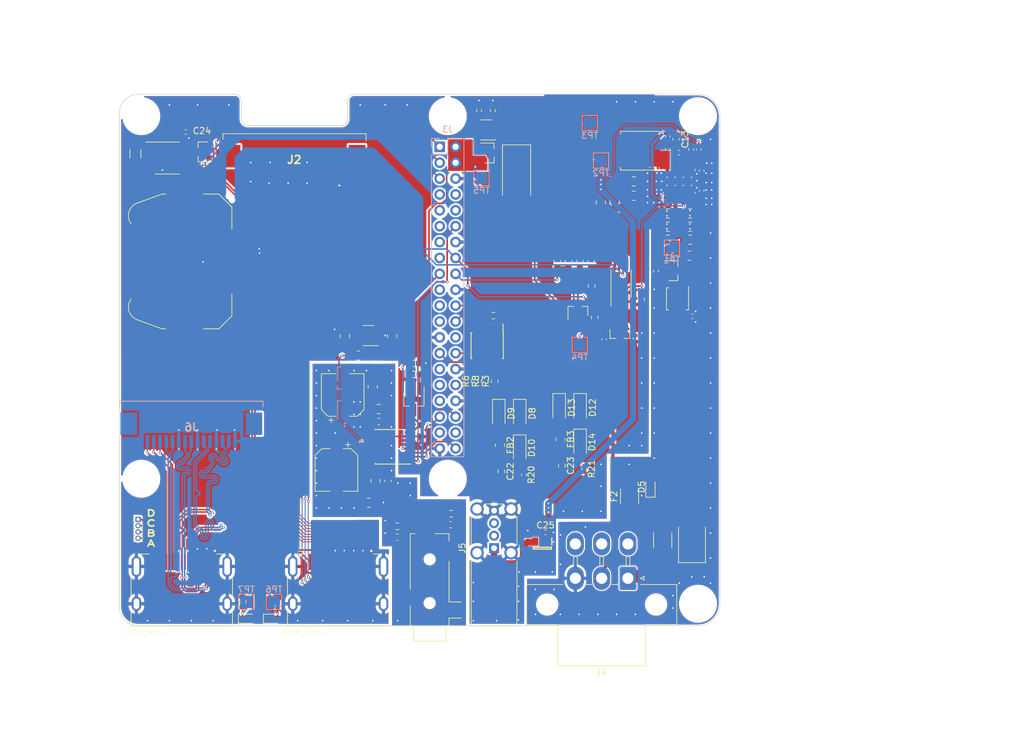
<source format=kicad_pcb>
(kicad_pcb (version 20210228) (generator pcbnew)
  (title_block (title "Openauto Pro Car Pi Hat") (date "2021-03-26") (rev "0.2") (company "mojo2k"))
  (layers (0 "F.Cu" signal) (1 "In1.Cu" power) (2 "In2.Cu" power) (31 "B.Cu" signal) (34 "B.Paste" user) (35 "F.Paste" user) (36 "B.SilkS" user "B.Silkscreen") (37 "F.SilkS" user "F.Silkscreen") (38 "B.Mask" user) (39 "F.Mask" user) (44 "Edge.Cuts" user))
  (net 0 "")
  (net 1 "GND")
  (net 2 "/PSU/P12V")
  (net 3 "/ID_SC_EEPROM")
  (net 4 "Net-(Q1-Pad1)")
  (net 5 "/Power Control/VO")
  (net 6 "/ID_SD_EEPROM")
  (net 7 "/P5V_HAT")
  (net 8 "/+12v")
  (net 9 "CAR_REVERSE")
  (net 10 "/HDMI Connector Camera/D")
  (net 11 "/HDMI Connector Camera/C")
  (net 16 "/PSU/USB_5v")
  (net 19 "Net-(C4-Pad1)")
  (net 20 "Net-(C8-Pad2)")
  (net 21 "Net-(C8-Pad1)")
  (net 24 "Net-(C9-Pad1)")
  (net 26 "Net-(C10-Pad2)")
  (net 32 "/BITCLK")
  (net 33 "/LRCLK")
  (net 36 "/BCM16")
  (net 37 "Net-(C12-Pad1)")
  (net 38 "Net-(C13-Pad1)")
  (net 39 "Net-(C14-Pad2)")
  (net 40 "/HDMI Connector Camera/D2+")
  (net 41 "/Power Control/VCC")
  (net 42 "/HDMI Connector Camera/D2-")
  (net 43 "/+3.3v")
  (net 44 "PWR_SENSE_OUT")
  (net 45 "PWR_SENSE_IN")
  (net 46 "REVERSE_SENSE")
  (net 47 "LIGHT_SENSE")
  (net 48 "/HDMI Connector Camera/D1-")
  (net 49 "/HDMI Connector Camera/D1+")
  (net 50 "Net-(L1-Pad1)")
  (net 51 "/PSU/P5V")
  (net 52 "Net-(Q1-Pad4)")
  (net 53 "Net-(R14-Pad1)")
  (net 54 "/PSU/PSU_EN")
  (net 55 "/i2s_dac/VDD")
  (net 56 "/HDMI Connector Camera/D0+")
  (net 57 "/HDMI Connector Camera/D0-")
  (net 58 "Net-(D1-Pad1)")
  (net 59 "Net-(R17-Pad2)")
  (net 60 "Net-(D2-Pad2)")
  (net 61 "Net-(R18-Pad1)")
  (net 62 "CAR_LIGHT")
  (net 63 "CAR_IGN")
  (net 65 "/HDMI Connector Camera/CK+")
  (net 66 "/HDMI Connector Camera/CK-")
  (net 67 "/HDMI Connector Camera/CEC")
  (net 68 "/HDMI Connector Camera/UTILITY{slash}HEAC+")
  (net 70 "/HDMI Connector Camera/B")
  (net 71 "/HDMI Connector Camera/A")
  (net 75 "Net-(R2-Pad1)")
  (net 76 "Net-(R19-Pad1)")
  (net 79 "/HDMI Connector Display/UTILITY{slash}HEAC+")
  (net 80 "/HDMI Connector Display/CEC")
  (net 81 "/HDMI Connector Display/D2+")
  (net 82 "/HDMI Connector Display/D2-")
  (net 83 "/HDMI Connector Display/D1-")
  (net 84 "/HDMI Connector Display/D1+")
  (net 85 "/HDMI Connector Display/D0+")
  (net 86 "/HDMI Connector Display/D0-")
  (net 87 "/HDMI Connector Display/CK+")
  (net 88 "/HDMI Connector Display/CK-")
  (net 89 "/SDA")
  (net 90 "/SCL")
  (net 91 "/HDMI Connector Display/D")
  (net 92 "/HDMI Connector Display/C")
  (net 93 "Net-(C22-Pad1)")
  (net 94 "Net-(C23-Pad1)")
  (net 95 "Net-(FB2-Pad2)")
  (net 96 "Net-(FB3-Pad2)")
  (net 97 "/HDMI Connector Camera/C_SCL")
  (net 98 "/HDMI Connector Display/C_SCL")
  (net 99 "Net-(BT1-Pad1)")
  (net 100 "Net-(C24-Pad1)")
  (net 103 "Net-(U5-Pad2)")
  (net 104 "Net-(U5-Pad1)")
  (net 105 "/DATAIN")
  (net 106 "/i2s_dac/OUTR")
  (net 107 "/i2s_dac/OUTL")
  (net 108 "AGND")
  (net 109 "Net-(C33-Pad2)")
  (net 110 "/i2s_dac/MUTE")
  (net 111 "Net-(C29-Pad1)")
  (net 113 "Net-(C32-Pad1)")
  (net 114 "Net-(C33-Pad1)")
  (net 115 "Net-(C34-Pad2)")
  (net 116 "Net-(C34-Pad1)")
  (footprint "MountingHole:MountingHole_2.7mm_M2.5" (layer "F.Cu") (at 130.5 35 -90)
    (fp_text reference "H1" hide)
    (fp_text value "3mm_Mounting_Hole" hide)
  )
  (footprint "MountingHole:MountingHole_2.7mm_M2.5" (layer "F.Cu") (at 130.5 93 -90)
    (fp_text reference "H2" hide)
    (fp_text value "3mm_Mounting_Hole" hide)
  )
  (footprint "MountingHole:MountingHole_2.7mm_M2.5" (layer "F.Cu") (at 81.5 35 -90)
    (fp_text reference "H3" hide)
    (fp_text value "3mm_Mounting_Hole" hide)
  )
  (footprint "MountingHole:MountingHole_2.7mm_M2.5" (layer "F.Cu") (at 81.5 93 -90)
    (fp_text reference "H4" hide)
    (fp_text value "3mm_Mounting_Hole" hide)
  )
  (footprint "Resistor_SMD:R_0402_1005Metric" (layer "F.Cu") (at 168.5 39.2281 90)
    (fp_text reference "R9" hide)
    (fp_text value "20K 1%")
  )
  (footprint "Resistor_SMD:R_0402_1005Metric" (layer "F.Cu") (at 165.675 40.287 90)
    (fp_text reference "R7" hide)
    (fp_text value "10R")
  )
  (footprint "Resistor_SMD:R_0603_1608Metric" (layer "F.Cu") (at 97.7 112.7 90)
    (fp_text reference "R11" hide)
    (fp_text value "130")
  )
  (footprint "Resistor_SMD:R_0603_1608Metric" (layer "F.Cu") (at 136.4 77.4 90)
    (fp_text reference "R8")
    (fp_text value "3.9K")
  )
  (footprint "Package_TO_SOT_SMD:SOT-23" (layer "F.Cu") (at 137.1492 40.8884)
    (fp_text reference "Q2" hide)
    (fp_text value "DMG2305UX" hide)
  )
  (footprint "project_footprints:SOT26" (layer "F.Cu") (at 136.6412 37.2 180)
    (fp_text reference "Q1" hide)
    (fp_text value "DMMT5401")
  )
  (footprint "Package_SOIC:SOIC-8_3.9x4.9mm_P1.27mm" (layer "F.Cu") (at 136.8 71.7 -90)
    (fp_text reference "U2" hide)
    (fp_text value "CAT24C32")
  )
  (footprint "Resistor_SMD:R_0603_1608Metric" (layer "F.Cu") (at 134.8 77.4 90)
    (fp_text reference "R6")
    (fp_text value "3.9K")
  )
  (footprint "Connector_Audio:Jack_3.5mm_CUI_SJ-3524-SMT_Horizontal" (layer "F.Cu") (at 127.6 110.4 180)
    (fp_text reference "J8" hide)
    (fp_text value "AudioJack2_Ground")
  )
  (footprint "Package_SO:TSSOP-8_4.4x3mm_P0.65mm" (layer "F.Cu") (at 158.2 61.8 90)
    (fp_text reference "U4" hide)
    (fp_text value "ATtiny45V-10X")
  )
  (footprint "Diode_SMD:D_SOD-123" (layer "F.Cu") (at 148.3 81.62 -90)
    (fp_text reference "D13")
    (fp_text value "D_Schottky")
  )
  (footprint "Capacitor_SMD:C_0805_2012Metric_Pad1.18x1.45mm_HandSolder" (layer "F.Cu") (at 114.05 70.175 90)
    (fp_text reference "C31" hide)
    (fp_text value "10uF")
  )
  (footprint "Capacitor_SMD:C_0603_1608Metric" (layer "F.Cu") (at 120.95 93.35 -90)
    (fp_text reference "C30" hide)
    (fp_text value "0.1uF")
  )
  (footprint "Resistor_SMD:R_0805_2012Metric" (layer "F.Cu") (at 118.5 78.3 -90)
    (fp_text reference "R24" hide)
    (fp_text value "220k")
  )
  (footprint "Connector_PinHeader_1.00mm:PinHeader_1x04_P1.00mm_Vertical" (layer "F.Cu") (at 80.99 99.51)
    (fp_text reference "J9" hide)
    (fp_text value "Conn_01x04")
  )
  (footprint "Capacitor_SMD:CP_Elec_6.3x7.7" (layer "F.Cu") (at 113.7 79.6 90)
    (fp_text reference "C33" hide)
    (fp_text value "47uF")
  )
  (footprint "Capacitor_SMD:C_0402_1005Metric" (layer "F.Cu") (at 166.425 57.227 180)
    (fp_text reference "C10" hide)
    (fp_text value "100n")
  )
  (footprint "Package_TO_SOT_SMD:SOT-23" (layer "F.Cu") (at 91.355 40.705 180)
    (fp_text reference "D15" hide)
    (fp_text value "BAT54C-7-F")
  )
  (footprint "Crystal:Crystal_SMD_3215-2Pin_3.2x1.5mm" (layer "F.Cu") (at 80.555 41.005 -90)
    (fp_text reference "Y1" hide)
    (fp_text value "X32K768S301")
  )
  (footprint "Capacitor_SMD:C_0402_1005Metric" (layer "F.Cu") (at 171.0844 46.9281 90)
    (fp_text reference "C9" hide)
    (fp_text value "100n")
  )
  (footprint "Diode_SMD:D_SOD-123F" (layer "F.Cu") (at 142 88.19 -90)
    (fp_text reference "D10")
    (fp_text value "D")
  )
  (footprint "Package_SO:SSOP-16_4.4x5.2mm_P0.65mm" (layer "F.Cu") (at 121.2 87.85 180)
    (fp_text reference "U8" hide)
    (fp_text value "UDA1334ATS")
  )
  (footprint "Capacitor_SMD:C_0805_2012Metric" (layer "F.Cu") (at 165.665 54.767 180)
    (fp_text reference "C7" hide)
    (fp_text value "10u 35v")
  )
  (footprint "Package_SO:SOIC-8-1EP_3.9x4.9mm_P1.27mm_EP2.95x4.9mm_Mask2.71x3.4mm_ThermalVias" (layer "F.Cu") (at 167.5094 45.4281 90)
    (fp_text reference "U1" hide)
    (fp_text value "AP64501SP-13")
  )
  (footprint "ap2331:SOT96P240X110-3N" (layer "F.Cu") (at 145.6 104.1 -90)
    (fp_text reference "IC1" hide)
    (fp_text value "AP2331TDSA-7" hide)
  )
  (footprint "Resistor_SMD:R_0402_1005Metric" (layer "F.Cu") (at 169.415 40.3281 -90)
    (fp_text reference "R10" hide)
    (fp_text value "12K 1%")
  )
  (footprint "Resistor_SMD:R_0603_1608Metric" (layer "F.Cu") (at 139.07 91.845 -90)
    (fp_text reference "C22")
    (fp_text value "10u")
  )
  (footprint "Resistor_SMD:R_0805_2012Metric" (layer "F.Cu") (at 119.25 74.425 90)
    (fp_text reference "FB1" hide)
    (fp_text value "Ferrite")
  )
  (footprint "Capacitor_SMD:C_0402_1005Metric" (layer "F.Cu") (at 169.625 67.027)
    (fp_text reference "C4" hide)
    (fp_text value "100n 100v")
  )
  (footprint "Capacitor_SMD:C_0603_1608Metric" (layer "F.Cu") (at 122.45 102.35 180)
    (fp_text reference "C37" hide)
    (fp_text value "0.01uF")
  )
  (footprint "Capacitor_SMD:C_0603_1608Metric" (layer "F.Cu") (at 130.95 100.35)
    (fp_text reference "C36" hide)
    (fp_text value "0.01uF")
  )
  (footprint "Resistor_SMD:R_0805_2012Metric" (layer "F.Cu") (at 116.2 73.3)
    (fp_text reference "FB4" hide)
    (fp_text value "Ferrite")
  )
  (footprint "Capacitor_SMD:C_0402_1005Metric" (layer "F.Cu") (at 155.5 70.7 -90)
    (fp_text reference "C20" hide)
    (fp_text value "100n")
  )
  (footprint "Resistor_SMD:R_0603_1608Metric" (layer "F.Cu") (at 138 77.4 90)
    (fp_text reference "R3")
    (fp_text value "10K")
  )
  (footprint "Capacitor_SMD:C_0402_1005Metric" (layer "F.Cu") (at 167.4844 40.8281 180)
    (fp_text reference "C12" hide)
    (fp_text value "nf" hide)
  )
  (footprint "Resistor_SMD:R_0603_1608Metric" (layer "F.Cu") (at 154 67.2 -90)
    (fp_text reference "R13" hide)
    (fp_text value "10K 1%")
  )
  (footprint "Fuse:Fuse_Littelfuse-NANO2-451_453" (layer "F.Cu") (at 159.56 95.84 90)
    (fp_text reference "F2")
    (fp_text value "Fuse")
  )
  (footprint "Resistor_SMD:R_0402_1005Metric" (layer "F.Cu") (at 163.8 59.8 -90)
    (fp_text reference "R5" hide)
    (fp_text value "12K 1%")
  )
  (footprint "Package_SO:SOIC-8_3.9x4.9mm_P1.27mm" (layer "F.Cu") (at 85.655 41.705)
    (fp_text reference "U5" hide)
    (fp_text value "PCF85063AT/AAZ")
  )
  (footprint "Capacitor_SMD:C_0603_1608Metric" (layer "F.Cu") (at 125.1 74.55)
    (fp_text reference "C27" hide)
    (fp_text value "0.1uF")
  )
  (footprint "Diode_SMD:D_SOD-123" (layer "F.Cu") (at 142 82.555 -90)
    (fp_text reference "D8")
    (fp_text value "D_Schottky")
  )
  (footprint "Capacitor_SMD:C_0805_2012Metric" (layer "F.Cu") (at 165.665 52.667 180)
    (fp_text reference "C3" hide)
    (fp_text value "10u 35v")
  )
  (footprint "Capacitor_SMD:C_0805_2012Metric" (layer "F.Cu") (at 169.265 52.667)
    (fp_text reference "C5" hide)
    (fp_text value "10u 35v")
  )
  (footprint "Battery:BatteryHolder_Keystone_3034_1x20mm" (layer "F.Cu") (at 88.44 58.24 -90)
    (fp_text reference "BT1" hide)
    (fp_text value "Battery_Cell")
  )
  (footprint "Capacitor_SMD:C_0805_2012Metric" (layer "F.Cu") (at 157.175 48.797 -90)
    (fp_text reference "C18" hide)
    (fp_text value "10u")
  )
  (footprint "Resistor_SMD:R_0603_1608Metric_Pad0.98x0.95mm_HandSolder" (layer "F.Cu") (at 126.2 85.35 90)
    (fp_text reference "R23" hide)
    (fp_text value "10K")
  )
  (footprint "Capacitor_SMD:C_0402_1005Metric" (layer "F.Cu") (at 170.615 40.3281 -90)
    (fp_text reference "C14" hide)
    (fp_text value "nf")
  )
  (footprint "Diode_SMD:D_SOT-23_ANK" (layer "F.Cu") (at 166.525 59.727)
    (fp_text reference "D4" hide)
    (fp_text value "MMBZ5242BLT3G")
  )
  (footprint "Diode_SMD:D_0603_1608Metric_Pad1.05x0.95mm_HandSolder" (layer "F.Cu") (at 162.9 94.3 90)
    (fp_text reference "D5")
    (fp_text value "D_TVS")
  )
  (footprint "Resistor_SMD:R_0402_1005Metric" (layer "F.Cu") (at 103.3 113.4 -90)
    (fp_text reference "R18" hide)
    (fp_text value "200 1%")
  )
  (footprint "Package_SON:Diodes_PowerDI3333-8" (layer "F.Cu") (at 167.225 64.227 -90)
    (fp_text reference "Q3" hide)
    (fp_text value "DMP3013SFV-7")
  )
  (footprint "Package_TO_SOT_SMD:SOT-23-5_HandSoldering" (layer "F.Cu") (at 117.85 70.1 180)
    (fp_text reference "U7" hide)
    (fp_text value "AP2112-3.3K")
  )
  (footprint "Capacitor_SMD:C_0805_2012Metric" (layer "F.Cu") (at 169.265 50.567)
    (fp_text reference "C2" hide)
    (fp_text value "10u 35v")
  )
  (footprint "Resistor_SMD:R_0603_1608Metric" (layer "F.Cu") (at 153.5 62.125 -90)
    (fp_text reference "R17" hide)
    (fp_text value "10K 1%")
  )
  (footprint "Resistor_SMD:R_0402_1005Metric_Pad0.72x0.64mm_HandSolder" (layer "F.Cu") (at 135.5 34.1 90)
    (fp_text reference "R4" hide)
    (fp_text value "47K")
  )
  (footprint "MountingHole:MountingHole_2.7mm_M2.5" (layer "F.Cu") (at 170.5 35 -90)
    (fp_text reference "H6" hide)
    (fp_text value "3mm_Mounting_Hole" hide)
  )
  (footprint "Resistor_SMD:R_0603_1608Metric" (layer "F.Cu") (at 153.4 58.3 -90)
    (fp_text reference "R28" hide)
    (fp_text value "10K 1%")
  )
  (footprint "Capacitor_SMD:C_0603_1608Metric" (layer "F.Cu") (at 167 38.7 -90)
    (fp_text reference "C13")
    (fp_text value "1.2nF")
  )
  (footprint "Capacitor_SMD:C_0402_1005Metric" (layer "F.Cu") (at 165.6844 38.2281 90)
    (fp_text reference "C8" hide)
    (fp_text value "100n")
  )
  (footprint "Resistor_SMD:R_0603_1608Metric" (layer "F.Cu") (at 161.4 64.3 -90)
    (fp_text reference "R16" hide)
    (fp_text value "10K 1%")
  )
  (footprint "Resistor_SMD:R_0603_1608Metric" (layer "F.Cu") (at 148.72 90.91 -90)
    (fp_text reference "C23")
    (fp_text value "10u")
  )
  (footprint "project_footprints:EDAC 690-019-298-412" (layer "F.Cu") (at 87.975 107.04325)
    (fp_text reference "J1" hide)
    (fp_text value "HDMI_A_1.4")
  )
  (footprint "Diode_SMD:D_SOD-123F" (layer "F.Cu") (at 151.65 87.255 -90)
    (fp_text reference "D14")
    (fp_text value "D")
  )
  (footprint "Resistor_SMD:R_0603_1608Metric" (layer "F.Cu") (at 151.6 58.3 -90)
    (fp_text reference "R19" hide)
    (fp_text value "3.3K 1%")
  )
  (footprint "Diode_SMD:D_SMB" (layer "F.Cu") (at 169.54 102.87 90)
    (fp_text reference "D3" hide)
    (fp_text value "D_TVS")
  )
  (footprint "Package_TO_SOT_SMD:SOT-23" (layer "F.Cu") (at 158 69.8 -90)
    (fp_text reference "U3" hide)
    (fp_text value "LM3480-5.0")
  )
  (footprint "Resistor_SMD:R_0805_2012Metric" (layer "F.Cu") (at 148.5 86.7 -90)
    (fp_text reference "FB3")
    (fp_text value "FerriteBead")
  )
  (footprint "Resistor_SMD:R_0402_1005Metric" (layer "F.Cu") (at 152.33 91.43 -90)
    (fp_text reference "R21")
    (fp_text value "200")
  )
  (footprint "Capacitor_SMD:C_0402_1005Metric" (layer "F.Cu") (at 88.62 37.51)
    (fp_text reference "C24")
    (fp_text value "100n")
  )
  (footprint "Capacitor_SMD:C_0805_2012Metric_Pad1.18x1.45mm_HandSolder" (layer "F.Cu") (at 121.6 70.175 -90)
    (fp_text reference "C28" hide)
    (fp_text value "10uF")
  )
  (footprint "Diode_SMD:D_SOD-123" (layer "F.Cu") (at 138.65 82.555 -90)
    (fp_text reference "D9")
    (fp_text value "D_Schottky")
  )
  (footprint "LED_SMD:LED_0603_1608Metric" (layer "F.Cu") (at 98.5 115.4)
    (fp_text reference "D1" hide)
    (fp_text value "LED")
  )
  (footprint "Fuse:Fuse_Littelfuse-NANO2-451_453" (layer "F.Cu") (at 164.86 102.87 90)
    (fp_text reference "F1" hide)
    (fp_text value "Fuse")
  )
  (footprint "Inductor_SMD:L_Bourns_SRN6045TA" (layer "F.Cu") (at 161.2094 40.5281 180)
    (fp_text reference "L1" hide)
    (fp_text value "SRN6045TA-3R3Y")
  )
  (footprint "project_footprints:EDAC 690-019-298-412" (layer "F.Cu") (at 112.975 107.04325)
    (fp_text reference "J7")
    (fp_text value "HDMI_A_1.4")
  )
  (footprint "Resistor_SMD:R_0603_1608Metric" (layer "F.Cu") (at 148 58.3 90)
    (fp_text reference "R15" hide)
    (fp_text value "10K 1%")
  )
  (footprint "Capacitor_SMD:C_0805_2012Metric" (layer "F.Cu") (at 118.95 93.35 -90)
    (fp_text reference "C29" hide)
    (fp_text value "10uF")
  )
  (footprint "Resistor_SMD:R_0603_1608Metric" (layer "F.Cu") (at 149.8 58.3 -90)
    (fp_text reference "R14" hide)
    (fp_text value "10K 1%")
  )
  (footprint "Capacitor_Tantalum_SMD:CP_EIA-7343-31_Kemet-D" (layer "F.Cu") (at 141.5 44 -90)
    (fp_text reference "C19" hide)
    (fp_text value "100uF")
  )
  (footprint "Capacitor_SMD:C_0805_2012Metric" (layer "F.Cu") (at 154.975 48.797 -90)
    (fp_text reference "C17" hide)
    (fp_text value "10u")
  )
  (footprint "Capacitor_SMD:C_0805_2012Metric" (layer "F.Cu") (at 169.125 57.327)
    (fp_text reference "C11" hide)
    (fp_text value "10u 35v")
  )
  (footprint "Connector_Molex:Molex_Mini-Fit_Jr_5569-06A1_2x03_P4.20mm_Horizontal" (layer "F.Cu") (at 159.3 108.925 180)
    (fp_text reference "J4")
    (fp_text value "Conn_02x03_Counter_Clockwise")
  )
  (footprint "Resistor_SMD:R_0603_1608Metric" (layer "F.Cu") (at 131.025 98.6 180)
    (fp_text reference "R26" hide)
    (fp_text value "100")
  )
  (footprint "Capacitor_SMD:C_0603_1608Metric" (layer "F.Cu") (at 119.45 83.85)
    (fp_text reference "C32" hide)
    (fp_text value "0.1uF")
  )
  (footprint "Capacitor_SMD:C_0402_1005Metric" (layer "F.Cu") (at 143.3 102.6 90)
    (fp_text reference "C26" hide)
    (fp_text value "100n")
  )
  (footprint "Package_TO_SOT_SMD:SOT-23" (layer "F.Cu") (at 151.3 66.2 90)
    (fp_text reference "D6" hide)
    (fp_text value "D_Dual_CommonCathode_AAK_Parallel")
  )
  (footprint "MountingHole:MountingHole_2.7mm_M2.5" (layer "F.Cu") (at 170.5 113 -90)
    (fp_text reference "H5" hide)
    (fp_text value "3mm_Mounting_Hole" hide)
  )
  (footprint "Resistor_SMD:R_0805_2012Metric" (layer "F.Cu") (at 117.8625 96.85 180)
    (fp_text reference "R25" hide)
    (fp_text value "220k")
  )
  (footprint "Capacitor_SMD:C_0402_1005Metric" (layer "F.Cu") (at 146.12 101.6)
    (fp_text reference "C25")
    (fp_text value "100n")
  )
  (footprint "Resistor_SMD:R_0402_1005Metric" (layer "F.Cu") (at 142.68 92.365 -90)
    (fp_text reference "R20")
    (fp_text value "200")
  )
  (footprint "Resistor_SMD:R_0402_1005Metric_Pad0.72x0.64mm_HandSolder" (layer "F.Cu") (at 137.7 34.1 90)
    (fp_text reference "R1" hide)
    (fp_text value "10K")
  )
  (footprint "Capacitor_SMD:C_0805_2012Metric" (layer "F.Cu") (at 165.665 50.567 180)
    (fp_text reference "C1" hide)
    (fp_text value "10u 35v")
  )
  (footprint "project_footprints:R_0603_1608Metric_Pad0.84x1.00mm_HandSolder" (layer "F.Cu") (at 137.8 66.9 180)
    (fp_text reference "R2" hide)
    (fp_text value "DNP")
  )
  (footprint "Resistor_SMD:R_0805_2012Metric" (layer "F.Cu") (at 138.85 87.635 -90)
    (fp_text reference "FB2")
    (fp_text value "FerriteBead")
  )
  (footprint "Capacitor_SMD:C_0805_2012Metric" (layer "F.Cu") (at 119.45 81.85)
    (fp_text reference "C35" hide)
    (fp_text value "10uF")
  )
  (footprint "Resistor_SMD:R_0402_1005Metric" (layer "F.Cu") (at 171.0844 43.7281 -90)
    (fp_text reference "R12" hide)
    (fp_text value "2.2K 1%")
  )
  (footprint "Capacitor_SMD:CP_Elec_6.3x7.7" (layer "F.Cu") (at 112.7 91.6 -90)
    (fp_text reference "C34" hide)
    (fp_text value "47uF")
  )
  (footprint "Capacitor_SMD:C_0805_2012Metric" (layer "F.Cu") (at 160.225 47.727)
    (fp_text reference "C16" hide)
    (fp_text value "10u")
  )
  (footprint "Package_TO_SOT_SMD:SOT-23W_Handsoldering" (layer "F.Cu") (at 125.1 80.3 -90)
    (fp_text reference "Q4" hide)
    (fp_text value " DMG2305")
  )
  (footprint "Capacitor_SMD:C_0805_2012Metric" (layer "F.Cu") (at 169.265 54.767)
    (fp_text reference "C6" hide)
    (fp_text value "10u 35v")
  )
  (footprint "Resistor_SMD:R_0603_1608Metric" (layer "F.Cu") (at 125.1 76.3 180)
    (fp_text reference "R22" hide)
    (fp_text value "10K")
  )
  (footprint "Connector_USB:USB_A_Wuerth_614004134726_Horizontal" (layer "F.Cu") (at 137.9 104.11 90)
    (fp_text reference "J5")
    (fp_text value "USB_A")
  )
  (footprint "Capacitor_SMD:C_0402_1005Metric" (layer "F.Cu") (at 160.5 70.58 -90)
    (fp_text reference "C21" hide)
    (fp_text value "100n")
  )
  (footprint "Resistor_SMD:R_0603_1608Metric" (layer "F.Cu") (at 122.45 100.6)
    (fp_text reference "R27" hide)
    (fp_text value "100")
  )
  (footprint "LED_SMD:LED_0603_1608Metric" (layer "F.Cu") (at 102.5 115.4)
    (fp_text reference "D2" hide)
    (fp_text value "LED")
  )
  (footprint "Capacitor_SMD:C_0805_2012Metric" (layer "F.Cu") (at 160.225 45.427)
    (fp_text reference "C15" hide)
    (fp_text value "10u")
  )
  (footprint "Diode_SMD:D_SOD-123" (layer "F.Cu") (at 151.65 81.62 -90)
    (fp_text reference "D12")
    (fp_text value "D_Schottky")
  )
  (footprint "project_footprints:1849535" (layer "F.Cu") (at 106 40.5 180)
    (fp_text reference "J2")
    (fp_text value "1-84953-5" hide)
  )
  (footprint "Connector_PinSocket_2.54mm:PinSocket_2x20_P2.54mm_Vertical" (layer "B.Cu") (at 129.21 39.9 180)
    (fp_text reference "J3")
    (fp_text value "40HAT")
  )
  (footprint "project_footprints:1849535" (layer "B.Cu") (at 89.5 83.3)
    (fp_text reference "J6")
    (fp_text value "1-84953-5" hide)
  )
  (footprint "TestPoint:TestPoint_Pad_2.0x2.0mm" (layer "B.Cu") (at 151.6 71.6)
    (fp_text reference "TP4")
    (fp_text value "TestPoint")
  )
  (footprint "TestPoint:TestPoint_Pad_2.0x2.0mm" (layer "B.Cu") (at 102.7 112.7 180)
    (fp_text reference "TP6")
    (fp_text value "TestPoint")
  )
  (footprint "TestPoint:TestPoint_Pad_2.0x2.0mm" (layer "B.Cu") (at 155 42.102)
    (fp_text reference "TP2")
    (fp_text value "TestPoint")
  )
  (footprint "TestPoint:TestPoint_Pad_2.0x2.0mm" (layer "B.Cu") (at 166.325 56.027)
    (fp_text reference "TP1")
    (fp_text value "TestPoint")
  )
  (footprint "TestPoint:TestPoint_Pad_2.0x2.0mm" (layer "B.Cu") (at 135.9 44.9)
    (fp_text reference "TP5")
    (fp_text value "TestPoint")
  )
  (footprint "TestPoint:TestPoint_Pad_2.0x2.0mm" (layer "B.Cu") (at 98.3 112.7 180)
    (fp_text reference "TP7")
    (fp_text value "TestPoint")
  )
  (footprint "TestPoint:TestPoint_Pad_2.0x2.0mm" (layer "B.Cu") (at 153.2 36.1)
    (fp_text reference "TP3")
    (fp_text value "TestPoint")
  )
  (gr_line (start 81 116.5) (end 170.5 116.5) (layer "Edge.Cuts") (width 0.1))
  (gr_arc (start 98.5 35.500003) (end 97.5 35.5) (angle -90) (layer "Edge.Cuts") (width 0.1))
  (gr_line (start 97.5 35.5) (end 97.5 32.5) (layer "Edge.Cuts") (width 0.1))
  (gr_arc (start 96.5 32.499997) (end 97.5 32.5) (angle -90) (layer "Edge.Cuts") (width 0.1))
  (gr_line (start 113.5 36.5) (end 98.5 36.5) (layer "Edge.Cuts") (width 0.1))
  (gr_arc (start 81.005236 113.500005) (end 78.005236 113.500005) (angle -89.9) (layer "Edge.Cuts") (width 0.1))
  (gr_line (start 78 34.5) (end 78.005236 113.500005) (layer "Edge.Cuts") (width 0.1))
  (gr_arc (start 115.499997 32.5) (end 114.5 32.5) (angle 90) (layer "Edge.Cuts") (width 0.1))
  (gr_line (start 96.5 31.5) (end 81 31.5) (layer "Edge.Cuts") (width 0.1))
  (gr_arc (start 170.5 34.999998) (end 170.5 31.5) (angle 90) (layer "Edge.Cuts") (width 0.1))
  (gr_line (start 114.5 32.5) (end 114.5 35.5) (layer "Edge.Cuts") (width 0.1))
  (gr_line (start 170.5 31.5) (end 115.5 31.5) (layer "Edge.Cuts") (width 0.1))
  (gr_line (start 174 35) (end 174 113) (layer "Edge.Cuts") (width 0.1))
  (gr_arc (start 170.500002 113) (end 170.5 116.5) (angle -90) (layer "Edge.Cuts") (width 0.1))
  (gr_arc (start 113.5 35.5) (end 114.5 35.5) (angle 90) (layer "Edge.Cuts") (width 0.15))
  (gr_arc (start 81 34.5) (end 81 31.5) (angle -90) (layer "Edge.Cuts") (width 0.1))
  (gr_text "D\nC\nB\nA" (at 83.06 100.93) (layer "F.SilkS") (effects (font (size 1 1.5) (thickness 0.25))))
  (segment (start 168.5294 46.4481) (end 167.5094 45.4281) (width 0.5) (layer "F.Cu") (net 1))
  (segment (start 112.4375 69.1375) (end 112.4 69.1) (width 0.25) (layer "F.Cu") (net 1))
  (segment (start 170.325 46.4481) (end 168.5294 46.4481) (width 0.5) (layer "F.Cu") (net 1))
  (segment (start 125.875 74.55) (end 126.95 74.55) (width 0.25) (layer "F.Cu") (net 1))
  (segment (start 118.3 86.225) (end 118.3 86.875) (width 0.25) (layer "F.Cu") (net 1))
  (segment (start 163.83 45.427) (end 163.8311 45.4281) (width 2) (layer "F.Cu") (net 1))
  (segment (start 101.932 45.72) (end 102 45.7) (width 0.15) (layer "F.Cu") (net 1))
  (segment (start 168.76942 49.40142) (end 169.215 49.847) (width 0.2) (layer "F.Cu") (net 1))
  (segment (start 167.0044 39.8281) (end 166.8844 39.7081) (width 0.5) (layer "F.Cu") (net 1))
  (segment (start 167.2883 45.207) (end 167.5094 45.4281) (width 1) (layer "F.Cu") (net 1))
  (segment (start 119.3 73.5125) (end 121.6 71.2125) (width 0.25) (layer "F.Cu") (net 1))
  (segment (start 170.325 44.2381) (end 168.6994 44.2381) (width 0.5) (layer "F.Cu") (net 1))
  (segment (start 124.1 86.875) (end 124.1 87.525) (width 0.25) (layer "F.Cu") (net 1))
  (segment (start 115.475 106.31325) (end 115.475 104.5) (width 0.25) (layer "F.Cu") (net 1))
  (segment (start 89.1 37.51) (end 89.1 38.5) (width 0.25) (layer "F.Cu") (net 1))
  (segment (start 118.3 85.575) (end 118.3 86.225) (width 0.25) (layer "F.Cu") (net 1))
  (segment (start 119.2 70.1) (end 120.5 70.1) (width 0.25) (layer "F.Cu") (net 1))
  (segment (start 99 45.466) (end 99 42.418) (width 0.15) (layer "F.Cu") (net 1))
  (segment (start 121.6 71.2125) (end 121.6 71.2) (width 0.25) (layer "F.Cu") (net 1))
  (segment (start 114.05 69.1375) (end 112.4375 69.1375) (width 0.25) (layer "F.Cu") (net 1))
  (segment (start 167.0044 40.8281) (end 167.0044 39.8281) (width 0.5) (layer "F.Cu") (net 1))
  (segment (start 125.9125 86.225) (end 125.95 86.2625) (width 0.25) (layer "F.Cu") (net 1))
  (segment (start 135.5 33.5025) (end 135.5 32.5) (width 0.25) (layer "F.Cu") (net 1))
  (segment (start 102 45.7) (end 102 44.2) (width 0.15) (layer "F.Cu") (net 1))
  (segment (start 84.85 43.61) (end 84.855 43.605) (width 0.15) (layer "F.Cu") (net 1))
  (segment (start 124.1 86.225) (end 124.1 86.875) (width 0.25) (layer "F.Cu") (net 1))
  (segment (start 87.475 106.31325) (end 87.475 107.875) (width 0.15) (layer "F.Cu") (net 1))
  (segment (start 170.105 66.247) (end 170.125 66.227) (width 0.15) (layer "F.Cu") (net 1))
  (segment (start 91.975 106.31325) (end 91.975 104.2) (width 0.25) (layer "F.Cu") (net 1))
  (segment (start 165.645 49.998798) (end 166.22942 49.414378) (width 0.2) (layer "F.Cu") (net 1))
  (segment (start 102 42.5) (end 102.1 42.4) (width 0.15) (layer "F.Cu") (net 1))
  (segment (start 161.175 45.427) (end 167.5083 45.427) (width 1) (layer "F.Cu") (net 1))
  (segment (start 124.1 86.225) (end 126.1625 86.225) (width 0.25) (layer "F.Cu") (net 1))
  (segment (start 83.18 43.61) (end 84.85 43.61) (width 0.15) (layer "F.Cu") (net 1))
  (segment (start 116.95 104.5) (end 116.95 106.3) (width 0.25) (layer "F.Cu") (net 1))
  (segment (start 171.0844 44.2381) (end 170.325 44.2381) (width 0.5) (layer "F.Cu") (net 1))
  (segment (start 126.2 86.2625) (end 126.2 87.6) (width 0.25) (layer "F.Cu") (net 1))
  (segment (start 170.075 66.217) (end 170.075 57.327) (width 0.5) (layer "F.Cu") (net 1))
  (segment (start 90.475 106.31325) (end 90.475 104.225) (width 0.25) (layer "F.Cu") (net 1))
  (segment (start 87.475 106.31325) (end 87.475 104.575) (width 0.25) (layer "F.Cu") (net 1))
  (segment (start 143.3 101.3) (end 143.3 102.12) (width 0.25) (layer "F.Cu") (net 1))
  (segment (start 113.975 104.725) (end 113.975 106.31325) (width 0.25) (layer "F.Cu") (net 1))
  (segment (start 164.715 50.567) (end 164.715 52.667) (width 1) (layer "F.Cu") (net 1))
  (segment (start 170.215 54.767) (end 170.215 57.187) (width 0.5) (layer "F.Cu") (net 1))
  (segment (start 121.6 71.2) (end 120.5 70.1) (width 0.25) (layer "F.Cu") (net 1))
  (segment (start 157.175 49.747) (end 154.975 49.747) (width 1) (layer "F.Cu") (net 1))
  (segment (start 160.05 49.747) (end 157.175 49.747) (width 1) (layer "F.Cu") (net 1))
  (segment (start 112.475 104.675) (end 112.475 106.31325) (width 0.25) (layer "F.Cu") (net 1))
  (segment (start 167.5094 45.4281) (end 167.7461 45.4281) (width 0.5) (layer "F.Cu") (net 1))
  (segment (start 170.215 50.567) (end 170.215 52.667) (width 1) (layer "F.Cu") (net 1))
  (segment (start 88.975 106.31325) (end 88.975 104.575) (width 0.25) (layer "F.Cu") (net 1))
  (segment (start 167.5083 45.427) (end 167.5094 45.4281) (width 1) (layer "F.Cu") (net 1))
  (segment (start 170.105 67.027) (end 170.105 66.247) (width 0.5) (layer "F.Cu") (net 1))
  (segment (start 137.7 33.5025) (end 137.7 32.5) (width 0.25) (layer "F.Cu") (net 1))
  (segment (start 108 44.2) (end 108 45.72) (width 0.15) (layer "F.Cu") (net 1))
  (segment (start 166.8744 40.9581) (end 167.0044 40.8281) (width 0.5) (layer "F.Cu") (net 1))
  (segment (start 166.22942 49.414378) (end 166.22942 46.70808) (width 0.2) (layer "F.Cu") (net 1))
  (segment (start 105 45.7) (end 104.98 45.72) (width 0.15) (layer "F.Cu") (net 1))
  (segment (start 112.5 104.5) (end 112.475 104.675) (width 0.25) (layer "F.Cu") (net 1))
  (segment (start 170.215 57.187) (end 170.075 57.327) (width 0.5) (layer "F.Cu") (net 1))
  (segment (start 166.22942 46.70808) (end 167.5094 45.4281) (width 0.2) (layer "F.Cu") (net 1))
  (segment (start 119.25 73.5125) (end 119.3 73.5125) (width 0.25) (layer "F.Cu") (net 1))
  (segment (start 87.475 107.875) (end 87.5 107.9) (width 0.15) (layer "F.Cu") (net 1))
  (segment (start 88.44 58.24) (end 91.315 58.24) (width 0.25) (layer "F.Cu") (net 1))
  (segment (start 171.0844 46.4481) (end 170.325 46.4481) (width 0.5) (layer "F.Cu") (net 1))
  (segment (start 164.715 54.767) (end 164.715 52.667) (width 1) (layer "F.Cu") (net 1))
  (segment (start 146.6 101.6) (end 147.4 101.6) (width 0.25) (layer "F.Cu") (net 1))
  (segment (start 166.8744 42.8656) (end 166.8744 40.9581) (width 0.5) (layer "F.Cu") (net 1))
  (segment (start 170.105 66.247) (end 170.075 66.217) (width 0.5) (layer "F.Cu") (net 1))
  (segment (start 105 44.2) (end 105 42.4) (width 0.15) (layer "F.Cu") (net 1))
  (segment (start 167.5094 45.4281) (end 168.76942 46.68812) (width 0.2) (layer "F.Cu") (net 1))
  (segment (start 108 44.2) (end 108 42.4) (width 0.15) (layer "F.Cu") (net 1))
  (segment (start 116.975 106.325) (end 116.975 106.31325) (width 0.25) (layer "F.Cu") (net 1))
  (segment (start 88.975 106.31325) (end 88.975 107.949692) (width 0.15) (layer "F.Cu") (net 1))
  (segment (start 116.95 106.3) (end 116.975 106.325) (width 0.25) (layer "F.Cu") (net 1))
  (segment (start 168.76942 46.68812) (end 168.76942 49.40142) (width 0.2) (layer "F.Cu") (net 1))
  (segment (start 126.1625 86.225) (end 126.2 86.2625) (width 0.25) (layer "F.Cu") (net 1))
  (segment (start 88.975 107.949692) (end 89.012654 107.987346) (width 0.15) (layer "F.Cu") (net 1))
  (segment (start 168.6994 44.2381) (end 167.5094 45.4281) (width 0.5) (layer "F.Cu") (net 1))
  (segment (start 163.8311 45.4281) (end 167.5094 45.4281) (width 2) (layer "F.Cu") (net 1))
  (segment (start 113.95 104.5) (end 113.975 104.725) (width 0.25) (layer "F.Cu") (net 1))
  (segment (start 91.315 58.24) (end 91.375 58.3) (width 0.25) (layer "F.Cu") (net 1))
  (segment (start 124.1 86.2) (end 124.1 86.875) (width 0.25) (layer "F.Cu") (net 1))
  (segment (start 169.215 49.847) (end 169.215 50.097) (width 0.2) (layer "F.Cu") (net 1))
  (segment (start 165.535 50.187) (end 165.645 49.998798) (width 0.2) (layer "F.Cu") (net 1))
  (segment (start 102 44.2) (end 102 42.5) (width 0.15) (layer "F.Cu") (net 1))
  (segment (start 170.215 52.667) (end 170.215 54.767) (width 1) (layer "F.Cu") (net 1))
  (segment (start 126.95 74.55) (end 127 74.5) (width 0.25) (layer "F.Cu") (net 1))
  (segment (start 170.105 67.907) (end 170.125 67.927) (width 0.15) (layer "F.Cu") (net 1))
  (segment (start 105 44.2) (end 105 45.7) (width 0.15) (layer "F.Cu") (net 1))
  (segment (start 118.3 86.225) (end 124.1 86.225) (width 0.25) (layer "F.Cu") (net 1))
  (segment (start 170.105 67.027) (end 170.105 67.907) (width 0.5) (layer "F.Cu") (net 1))
  (via (at 170.125 66.227) (size 0.45) (drill 0.25) (layers "F.Cu" "B.Cu") (net 1))
  (via (at 82.5 115.7) (size 0.45) (drill 0.25) (layers "F.Cu" "B.Cu") (net 1))
  (via (at 172.5 101.7) (size 0.45) (drill 0.25) (layers "F.Cu" "B.Cu") (net 1))
  (via (at 162.425 44.127) (size 0.45) (drill 0.25) (layers "F.Cu" "B.Cu") (net 1))
  (via (at 115.475 104.5) (size 0.45) (drill 0.25) (layers "F.Cu" "B.Cu") (net 1))
  (via (at 157.5 95.7) (size 0.45) (drill 0.25) (layers "F.Cu" "B.Cu") (net 1))
  (via (at 102.1 42.4) (size 0.45) (drill 0.25) (layers "F.Cu" "B.Cu") (net 1))
  (via (at 164.325 48.827) (size 0.45) (drill 0.25) (layers "F.Cu" "B.Cu") (net 1))
  (via (at 87.5 88.27) (size 0.45) (drill 0.25) (layers "F.Cu" "B.Cu") (net 1))
  (via (at 134.6 112.6) (size 0.45) (drill 0.25) (layers "F.Cu" "B.Cu") (net 1))
  (via (at 163.5 81.7) (size 0.45) (drill 0.25) (layers "F.Cu" "B.Cu") (net 1))
  (via (at 99 45.466) (size 0.45) (drill 0.25) (layers "F.Cu" "B.Cu") (net 1))
  (via (at 154.5 114.7) (size 0.45) (drill 0.25) (layers "F.Cu" "B.Cu") (net 1))
  (via (at 166.5 111.7) (size 0.45) (drill 0.25) (layers "F.Cu" "B.Cu") (net 1))
  (via (at 87.5 107.9) (size 0.45) (drill 0.25) (layers "F.Cu" "B.Cu") (net 1))
  (via (at 161.5 87.7) (size 0.45) (drill 0.25) (layers "F.Cu" "B.Cu") (net 1))
  (via (at 161.5 69.7) (size 0.45) (drill 0.25) (layers "F.Cu" "B.Cu") (net 1))
  (via (at 166.5 32.7) (size 0.45) (drill 0.25) (layers "F.Cu" "B.Cu") (net 1))
  (via (at 163.5 77.7) (size 0.45) (drill 0.25) (layers "F.Cu" "B.Cu") (net 1))
  (via (at 172.5 81.7) (size 0.45) (drill 0.25) (layers "F.Cu" "B.Cu") (net 1))
  (via (at 89.1 38.5) (size 0.45) (drill 0.25) (layers "F.Cu" "B.Cu") (net 1))
  (via (at 134.6 115.7) (size 0.45) (drill 0.25) (layers "F.Cu" "B.Cu") (net 1))
  (via (at 172.5 85.7) (size 0.45) (drill 0.25) (layers "F.Cu" "B.Cu") (net 1))
  (via (at 124 33.2) (size 0.45) (drill 0.25) (layers "F.Cu" "B.Cu") (net 1))
  (via (at 165.535 53.027) (size 0.45) (drill 0.25) (layers "F.Cu" "B.Cu") (net 1))
  (via (at 160.5 32.7) (size 0.45) (drill 0.25) (layers "F.Cu" "B.Cu") (net 1))
  (via (at 172.5 53.7) (size 0.45) (drill 0.25) (layers "F.Cu" "B.Cu") (net 1))
  (via (at 90.5 33.2) (size 0.45) (drill 0.25) (layers "F.Cu" "B.Cu") (net 1))
  (via (at 161.5 73.7) (size 0.45) (drill 0.25) (layers "F.Cu" "B.Cu") (net 1))
  (via (at 120.5 70.1) (size 0.45) (drill 0.25) (layers "F.Cu" "B.Cu") (net 1))
  (via (at 126.2 87.6) (size 0.45) (drill 0.25) (layers "F.Cu" "B.Cu") (net 1))
  (via (at 172.5 57.7) (size 0.45) (drill 0.25) (layers "F.Cu" "B.Cu") (net 1))
  (via (at 152.5 100.7) (size 0.45) (drill 0.25) (layers "F.Cu" "B.Cu") (net 1))
  (via (at 120.5 33.2) (size 0.45) (drill 0.25) (layers "F.Cu" "B.Cu") (net 1))
  (via (at 171.8 49.127) (size 0.45) (drill 0.25) (layers "F.Cu" "B.Cu") (net 1))
  (via (at 163.9 46.8) (size 0.45) (drill 0.25) (layers "F.Cu" "B.Cu") (net 1))
  (via (at 172.5 38.7) (size 0.45) (drill 0.25) (layers "F.Cu" "B.Cu") (net 1))
  (via (at 101.932 45.72) (size 0.45) (drill 0.25) (layers "F.Cu" "B.Cu") (net 1))
  (via (at 163.5 32.7) (size 0.45) (drill 0.25) (layers "F.Cu" "B.Cu") (net 1))
  (via (at 127 74.5) (size 0.45) (drill 0.25) (layers "F.Cu" "B.Cu") (net 1))
  (via (at 87.5 85.2) (size 0.45) (drill 0.25) (layers "F.Cu" "B.Cu") (net 1))
  (via (at 172.7 44.127) (size 0.45) (drill 0.25) (layers "F.Cu" "B.Cu") (net 1))
  (via (at 172.5 109.7) (size 0.45) (drill 0.25) (layers "F.Cu" "B.Cu") (net 1))
  (via (at 171.8 45.627) (size 0.45) (drill 0.25) (layers "F.Cu" "B.Cu") (net 1))
  (via (at 163.5 65.7) (size 0.45) (drill 0.25) (layers "F.Cu" "B.Cu") (net 1))
  (via (at 172.7 42.527) (size 0.45) (drill 0.25) (layers "F.Cu" "B.Cu") (net 1))
  (via (at 171.9 42.527) (size 0.45) (drill 0.25) (layers "F.Cu" "B.Cu") (net 1))
  (via (at 118.5 115.7) (size 0.45) (drill 0.25) (layers "F.Cu" "B.Cu") (net 1))
  (via (at 165.535 50.937) (size 0.45) (drill 0.25) (layers "F.Cu" "B.Cu") (net 1))
  (via (at 110.5 115.7) (size 0.45) (drill 0.25) (layers "F.Cu" "B.Cu") (net 1))
  (via (at 165.535 50.187) (size 0.45) (drill 0.25) (layers "F.Cu" "B.Cu") (net 1))
  (via (at 172.7 49.127) (size 0.45) (drill 0.25) (layers "F.Cu" "B.Cu") (net 1))
  (via (at 162.425 48.827) (size 0.45) (drill 0.25) (layers "F.Cu" "B.Cu") (net 1))
  (via (at 169.215 50.097) (size 0.45) (drill 0.25) (layers "F.Cu" "B.Cu") (net 1))
  (via (at 144.5 114.7) (size 0.45) (drill 0.25) (layers "F.Cu" "B.Cu") (net 1))
  (via (at 108 42.4) (size 0.45) (drill 0.25) (layers "F.Cu" "B.Cu") (net 1))
  (via (at 161.5 77.7) (size 0.45) (drill 0.25) (layers "F.Cu" "B.Cu") (net 1))
  (via (at 105 42.4) (size 0.45) (drill 0.25) (layers "F.Cu" "B.Cu") (net 1))
  (via (at 108 45.72) (size 0.45) (drill 0.25) (layers "F.Cu" "B.Cu") (net 1))
  (via (at 155 94.2) (size 0.45) (drill 0.25) (layers "F.Cu" "B.Cu") (net 1))
  (via (at 170.125 67.927) (size 0.45) (drill 0.25) (layers "F.Cu" "B.Cu") (net 1))
  (via (at 172.5 61.7) (size 0.45) (drill 0.25) (layers "F.Cu" "B.Cu") (net 1))
  (via (at 96.4 85.2) (size 0.45) (drill 0.25) (layers "F.Cu" "B.Cu") (net 1))
  (via (at 163.5 89.7) (size 0.45) (drill 0.25) (layers "F.Cu" "B.Cu") (net 1))
  (via (at 172.5 89.7) (size 0.45) (drill 0.25) (layers "F.Cu" "B.Cu") (net 1))
  (via (at 141.8 115.6) (size 0.45) (drill 0.25) (layers "F.Cu" "B.Cu") (net 1))
  (via (at 135.5 32.5) (size 0.45) (drill 0.25) (layers "F.Cu" "B.Cu") (net 1))
  (via (at 86 115.7) (size 0.45) (drill 0.25) (layers "F.Cu" "B.Cu") (net 1))
  (via (at 169.5 108.7) (size 0.45) (drill 0.25) (layers "F.Cu" "B.Cu") (net 1))
  (via (at 164.6 47.462) (size 0.45) (drill 0.25) (layers "F.Cu" "B.Cu") (net 1))
  (via (at 99 42.418) (size 0.45) (drill 0.25) (layers "F.Cu" "B.Cu") (net 1))
  (via (at 114.5 115.7) (size 0.45) (drill 0.25) (layers "F.Cu" "B.Cu") (net 1))
  (via (at 170.325 45.327) (size 0.45) (drill 0.25) (layers "F.Cu" "B.Cu") (net 1))
  (via (at 91.375 58.3) (size 0.45) (drill 0.25) (layers "F.Cu" "B.Cu") (net 1))
  (via (at 170.325 44.2381) (size 0.45) (drill 0.25) (layers "F.Cu" "B.Cu") (net 1))
  (via (at 164.625 44.127) (size 0.45) (drill 0.25) (layers "F.Cu" "B.Cu") (net 1))
  (via (at 95.5 33.2) (size 0.45) (drill 0.25) (layers "F.Cu" "B.Cu") (net 1))
  (via (at 171.8 48.127) (size 0.45) (drill 0.25) (layers "F.Cu" "B.Cu") (net 1))
  (via (at 172.5 97.7) (size 0.45) (drill 0.25) (layers "F.Cu" "B.Cu") (net 1))
  (via (at 162.425 45.427) (size 0.45) (drill 0.25) (layers "F.Cu" "B.Cu") (net 1))
  (via (at 144.5 110.7) (size 0.45) (drill 0.25) (layers "F.Cu" "B.Cu") (net 1))
  (via (at 165.535 52.247) (size 0.45) (drill 0.25) (layers "F.Cu" "B.Cu") (net 1))
  (via (at 89.5 115.7) (size 0.45) (drill 0.25) (layers "F.Cu" "B.Cu") (net 1))
  (via (at 148.5 106.7) (size 0.45) (drill 0.25) (layers "F.Cu" "B.Cu") (net 1))
  (via (at 172.7 46.827) (size 0.45) (drill 0.25) (layers "F.Cu" "B.Cu") (net 1))
  (via (at 155 90.7) (size 0.45) (drill 0.25) (layers "F.Cu" "B.Cu") (net 1))
  (via (at 152 98.2) (size 0.45) (drill 0.25) (layers "F.Cu" "B.Cu") (net 1))
  (via (at 157.5 32.7) (size 0.45) (drill 0.25) (layers "F.Cu" "B.Cu") (net 1))
  (via (at 163.5 85.7) (size 0.45) (drill 0.25) (layers "F.Cu" "B.Cu") (net 1))
  (via (at 86 33.2) (size 0.45) (drill 0.25) (layers "F.Cu" "B.Cu") (net 1))
  (via (at 172.7 45.627) (size 0.45) (drill 0.25) (layers "F.Cu" "B.Cu") (net 1))
  (via (at 172.5 93.7) (size 0.45) (drill 0.25) (layers "F.Cu" "B.Cu") (net 1))
  (via (at 89.012654 107.987346) (size 0.45) (drill 0.25) (layers "F.Cu" "B.Cu") (net 1))
  (via (at 143.3 101.3) (size 0.45) (drill 0.25) (layers "F.Cu" "B.Cu") (net 1))
  (via (at 116.95 104.5) (size 0.45) (drill 0.25) (layers "F.Cu" "B.Cu") (net 1))
  (via (at 163.9 44.1) (size 0.45) (drill 0.25) (layers "F.Cu" "B.Cu") (net 1))
  (via (at 90.5 88.3) (size 0.45) (drill 0.25) (layers "F.Cu" "B.Cu") (net 1))
  (via (at 148.5 102) (size 0.45) (drill 0.25) (layers "F.Cu" "B.Cu") (net 1))
  (via (at 84.855 43.605) (size 0.45) (drill 0.25) (layers "F.Cu" "B.Cu") (net 1))
  (via (at 172.5 105.7) (size 0.45) (drill 0.25) (layers "F.Cu" "B.Cu") (net 1))
  (via (at 90.475 104.225) (size 0.45) (drill 0.25) (layers "F.Cu" "B.Cu") (net 1))
  (via (at 151.5 114.7) (size 0.45) (drill 0.25) (layers "F.Cu" "B.Cu") (net 1))
  (via (at 112.4 69.1) (size 0.45) (drill 0.25) (layers "F.Cu" "B.Cu") (net 1))
  (via (at 106.5 115.7) (size 0.45) (drill 0.25) (layers "F.Cu" "B.Cu") (net 1))
  (via (at 169.205 52.237) (size 0.45) (drill 0.25) (layers "F.Cu" "B.Cu") (net 1))
  (via (at 163.83 45.427) (size 0.45) (drill 0.25) (layers "F.Cu" "B.Cu") (net 1))
  (via (at 148.5 114.7) (size 0.45) (drill 0.25) (layers "F.Cu" "B.Cu") (net 1))
  (via (at 93 115.7) (size 0.45) (drill 0.25) (layers "F.Cu" "B.Cu") (net 1))
  (via (at 160.5 114.7) (size 0.45) (drill 0.25) (layers "F.Cu" "B.Cu") (net 1))
  (via (at 171.5 108.7) (size 0.45) (drill 0.25) (layers "F.Cu" "B.Cu") (net 1))
  (via (at 93.5 88.26) (size 0.45) (drill 0.25) (layers "F.Cu" "B.Cu") (net 1))
  (via (at 96.5 88.25) (size 0.45) (drill 0.25) (layers "F.Cu" "B.Cu") (net 1))
  (via (at 164.725 45.427) (size 0.45) (drill 0.25) (layers "F.Cu" "B.Cu") (net 1))
  (via (at 147.4 103.1) (size 0.45) (drill 0.25) (layers "F.Cu" "B.Cu") (net 1))
  (via (at 169.205 53.017) (size 0.45) (drill 0.25) (layers "F.Cu" "B.Cu") (net 1))
  (via (at 161.5 85.7) (size 0.45) (drill 0.25) (layers "F.Cu" "B.Cu") (net 1))
  (via (at 147.2 107.9) (size 0.45) (drill 0.25) (layers "F.Cu" "B.Cu") (net 1))
  (via (at 164.625 46.777) (size 0.45) (drill 0.25) (layers "F.Cu" "B.Cu") (net 1))
  (via (at 163.425 48.827) (size 0.45) (drill 0.25) (layers "F.Cu" "B.Cu") (net 1))
  (via (at 112.5 104.5) (size 0.45) (drill 0.25) (layers "F.Cu" "B.Cu") (net 1))
  (via (at 162.425 47.827) (size 0.45) (drill 0.25) (layers "F.Cu" "B.Cu") (net 1))
  (via (at 163.9 47.4) (size 0.45) (drill 0.25) (layers "F.Cu" "B.Cu") (net 1))
  (via (at 147.5 110.7) (size 0.45) (drill 0.25) (layers "F.Cu" "B.Cu") (net 1))
  (via (at 172.5 73.7) (size 0.45) (drill 0.25) (layers "F.Cu" "B.Cu") (net 1))
  (via (at 88.975 104.575) (size 0.45) (drill 0.25) (layers "F.Cu" "B.Cu") (net 1))
  (via (at 171.8 46.827) (size 0.45) (drill 0.25) (layers "F.Cu" "B.Cu") (net 1))
  (via (at 162.425 46.777) (size 0.45) (drill 0.25) (layers "F.Cu" "B.Cu") (net 1))
  (via (at 113.95 104.5) (size 0.45) (drill 0.25) (layers "F.Cu" "B.Cu") (net 1))
  (via (at 159.5 90.7) (size 0.45) (drill 0.25) (layers "F.Cu" "B.Cu") (net 1))
  (via (at 141.8 112.6) (size 0.45) (drill 0.25) (layers "F.Cu" "B.Cu") (net 1))
  (via (at 172.5 65.7) (size 0.45) (drill 0.25) (layers "F.Cu" "B.Cu") (net 1))
  (via (at 161.5 81.7) (size 0.45) (drill 0.25) (layers "F.Cu" "B.Cu") (net 1))
  (via (at 91.975 104.2) (size 0.45) (drill 0.25) (layers "F.Cu" "B.Cu") (net 1))
  (via (at 138.3 115.7) (size 0.45) (drill 0.25) (layers "F.Cu" "B.Cu") (net 1))
  (via (at 141.8 110.2) (size 0.45) (drill 0.25) (layers "F.Cu" "B.Cu") (net 1))
  (via (at 147.4 101.6) (size 0.45) (drill 0.25) (layers "F.Cu" "B.Cu") (net 1))
  (via (at 170.325 46.4481) (size 0.45) (drill 0.25) (layers "F.Cu" "B.Cu") (net 1))
  (via (at 163.5 62.7) (size 0.45) (drill 0.25) (layers "F.Cu" "B.Cu") (net 1))
  (via (at 172.5 77.7) (size 0.45) (drill 0.25) (layers "F.Cu" "B.Cu") (net 1))
  (via (at 159.5 87.7) (size 0.45) (drill 0.25) (layers "F.Cu" "B.Cu") (net 1))
  (via (at 116.5 33.2) (size 0.45) (drill 0.25) (layers "F.Cu" "B.Cu") (net 1))
  (via (at 167.5 109.7) (size 0.45) (drill 0.25) (layers "F.Cu" "B.Cu") (net 1))
  (via (at 134.6 109.6) (size 0.45) (drill 0.25) (layers "F.Cu" "B.Cu") (net 1))
  (via (at 169.205 50.927) (size 0.45) (drill 0.25) (layers "F.Cu" "B.Cu") (net 1))
  (via (at 172.5 69.7) (size 0.45) (drill 0.25) (layers "F.Cu" "B.Cu") (net 1))
  (via (at 104.98 45.72) (size 0.45) (drill 0.25) (layers "F.Cu" "B.Cu") (net 1))
  (via (at 163.5 73.7) (size 0.45) (drill 0.25) (layers "F.Cu" "B.Cu") (net 1))
  (via (at 141.9 107.9) (size 0.45) (drill 0.25) (layers "F.Cu" "B.Cu") (net 1))
  (via (at 137.7 32.5) (size 0.45) (drill 0.25) (layers "F.Cu" "B.Cu") (net 1))
  (via (at 155 98.2) (size 0.45) (drill 0.25) (layers "F.Cu" "B.Cu") (net 1))
  (via (at 144.5 107.9) (size 0.45) (drill 0.25) (layers "F.Cu" "B.Cu") (net 1))
  (via (at 172.7 48.127) (size 0.45) (drill 0.25) (layers "F.Cu" "B.Cu") (net 1))
  (via (at 149 98.2) (size 0.45) (drill 0.25) (layers "F.Cu" "B.Cu") (net 1))
  (via (at 161.5 95.7) (size 0.45) (drill 0.25) (layers "F.Cu" "B.Cu") (net 1))
  (via (at 171.8 44.127) (size 0.45) (drill 0.25) (layers "F.Cu" "B.Cu") (net 1))
  (via (at 163.5 69.7) (size 0.45) (drill 0.25) (layers "F.Cu" "B.Cu") (net 1))
  (via (at 157.5 114.7) (size 0.45) (drill 0.25) (layers "F.Cu" "B.Cu") (net 1))
  (via (at 87.475 104.575) (size 0.45) (drill 0.25) (layers "F.Cu" "B.Cu") (net 1))
  (via (at 166.5 113.7) (size 0.45) (drill 0.25) (layers "F.Cu" "B.Cu") (net 1))
  (via (at 93.6 85.2) (size 0.45) (drill 0.25) (layers "F.Cu" "B.Cu") (net 1))
  (via (at 90.5 85.2) (size 0.45) (drill 0.25) (layers "F.Cu" "B.Cu") (net 1))
  (segment (start 93.5 87) (end 93.5 85.3) (width 0.15) (layer "B.Cu") (net 1))
  (segment (start 96.5 85.3) (end 96.4 85.2) (width 0.15) (layer "B.Cu") (net 1))
  (segment (start 96.5 87) (end 96.5 88.25) (width 0.15) (layer "B.Cu") (net 1))
  (segment (start 93.5 87) (end 93.5 88.26) (width 0.15) (layer "B.Cu") (net 1))
  (segment (start 87.5 87) (end 87.5 88.27) (width 0.15) (layer "B.Cu") (net 1))
  (segment (start 96.5 87) (end 96.5 85.3) (width 0.15) (layer "B.Cu") (net 1))
  (segment (start 93.5 85.3) (end 93.6 85.2) (width 0.15) (layer "B.Cu") (net 1))
  (segment (start 90.5 87) (end 90.5 85.2) (width 0.15) (layer "B.Cu") (net 1))
  (segment (start 90.5 87) (end 90.5 88.3) (width 0.15) (layer "B.Cu") (net 1))
  (segment (start 87.5 87) (end 87.5 85.2) (width 0.15) (layer "B.Cu") (net 1))
  (segment (start 166.615 52.667) (end 166.615 54.767) (width 0.5) (layer "F.Cu") (net 2))
  (segment (start 167.465 54.767) (end 167.465 59.667) (width 1) (layer "F.Cu") (net 2))
  (segment (start 166.615 61.717) (end 166.9 62.002) (width 0.5) (layer "F.Cu") (net 2))
  (segment (start 168.175 54.907) (end 168.315 54.767) (width 1) (layer "F.Cu") (net 2))
  (segment (start 167.465 54.767) (end 168.315 54.767) (width 0.5) (layer "F.Cu") (net 2))
  (segment (start 167.465 59.667) (end 167.525 59.727) (width 1) (layer "F.Cu") (net 2))
  (segment (start 167.525 62.702) (end 167.55 62.727) (width 1) (layer "F.Cu") (net 2))
  (segment (start 166.615 50.567) (end 168.315 50.567) (width 0.5) (layer "F.Cu") (net 2))
  (segment (start 168.315 50.567) (end 168.315 52.667) (width 0.5) (layer "F.Cu") (net 2))
  (segment (start 166.615 52.667) (end 168.315 52.667) (width 0.5) (layer "F.Cu") (net 2))
  (segment (start 166.9 62.727) (end 166.9 55.332) (width 0.5) (layer "F.Cu") (net 2))
  (segment (start 166.8744 50.3076) (end 166.615 50.567) (width 0.5) (layer "F.Cu") (net 2))
  (segment (start 167.525 59.727) (end 167.525 62.702) (width 1) (layer "F.Cu") (net 2))
  (segment (start 168.315 52.667) (end 168.315 54.767) (width 0.5) (layer "F.Cu") (net 2))
  (segment (start 166.9 62.002) (end 166.9 62.727) (width 0.5) (layer "F.Cu") (net 2))
  (segment (start 168.2 57.352) (end 168.175 57.327) (width 1) (layer "F.Cu") (net 2))
  (segment (start 166.615 54.767) (end 166.615 61.717) (width 0.5) (layer "F.Cu") (net 2))
  (segment (start 166.9 55.332) (end 167.465 54.767) (width 0.5) (layer "F.Cu") (net 2))
  (segment (start 167.465 54.767) (end 167.55 54.852) (width 1) (layer "F.Cu") (net 2))
  (segment (start 168.2 62.727) (end 168.2 57.352) (width 1) (layer "F.Cu") (net 2))
  (segment (start 167.55 57.952) (end 168.175 57.327) (width 1) (layer "F.Cu") (net 2))
  (segment (start 166.9 62.727) (end 166.9 59.327) (width 0.5) (layer "F.Cu") (net 2))
  (segment (start 166.615 50.567) (end 166.615 52.667) (width 0.5) (layer "F.Cu") (net 2))
  (segment (start 166.615 54.767) (end 167.465 54.767) (width 0.5) (layer "F.Cu") (net 2))
  (segment (start 168.175 57.327) (end 168.175 54.907) (width 1) (layer "F.Cu") (net 2))
  (segment (start 166.8744 47.9906) (end 166.8744 50.3076) (width 0.6) (layer "F.Cu") (net 2))
  (via (at 167.465 54.767) (size 0.45) (drill 0.25) (layers "F.Cu" "B.Cu") (net 2))
  (segment (start 166.325 55.907) (end 167.465 54.767) (width 0.25) (layer "B.Cu") (net 2))
  (segment (start 166.325 56.027) (end 166.325 55.907) (width 0.25) (layer "B.Cu") (net 2))
  (segment (start 136.265 76.165) (end 136.4 76.3) (width 0.15) (layer "F.Cu") (net 3))
  (segment (start 136.165 73.925) (end 136.165 74.4) (width 0.25) (layer "F.Cu") (net 3))
  (segment (start 136.165 74.4) (end 136.165 76.2025) (width 0.15) (layer "F.Cu") (net 3))
  (segment (start 131.75 72.92) (end 135.16 72.92) (width 0.25) (layer "F.Cu") (net 3))
  (segment (start 135.16 72.92) (end 136.165 73.925) (width 0.25) (layer "F.Cu") (net 3))
  (segment (start 136.165 76.2025) (end 136.4 76.4375) (width 0.15) (layer "F.Cu") (net 3))
  (segment (start 137.775 37.4) (end 137.775 36.45) (width 0.25) (layer "F.Cu") (net 4))
  (segment (start 137.775 36.45) (end 137.825 36.4) (width 0.25) (layer "F.Cu") (net 4))
  (segment (start 137.7 34.6975) (end 137.7 36.2088) (width 0.25) (layer "F.Cu") (net 4))
  (segment (start 137.7412 34.7563) (end 137.8 34.6975) (width 0.15) (layer "F.Cu") (net 4))
  (segment (start 137.7 36.2088) (end 137.7412 36.25) (width 0.15) (layer "F.Cu") (net 4))
  (segment (start 137.7412 37.2) (end 137.7412 36.25) (width 0.15) (layer "F.Cu") (net 4))
  (segment (start 137.7412 34.7387) (end 137.7 34.6975) (width 0.15) (layer "F.Cu") (net 4))
  (segment (start 137.7412 38.15) (end 137.7412 37.2) (width 0.15) (layer "F.Cu") (net 4))
  (segment (start 137.775 38.35) (end 137.775 37.4) (width 0.25) (layer "F.Cu") (net 4))
  (segment (start 158.95 68.8) (end 159.2 68.8) (width 0.25) (layer "F.Cu") (net 5))
  (segment (start 150.644989 66.244989) (end 150.644989 60.080011) (width 0.25) (layer "F.Cu") (net 5))
  (segment (start 152.25 69.45) (end 151.6 70.1) (width 0.25) (layer "F.Cu") (net 5))
  (segment (start 158.95 68.8) (end 157.35 67.2) (width 0.25) (layer "F.Cu") (net 5))
  (segment (start 152.25 67.2) (end 151.6 67.2) (width 0.25) (layer "F.Cu") (net 5))
  (segment (start 153.45 67.2) (end 152.25 67.2) (width 0.25) (layer "F.Cu") (net 5))
  (segment (start 150.644989 60.080011) (end 151.6 59.125) (width 0.25) (layer "F.Cu") (net 5))
  (segment (start 159.2 68.8) (end 160.5 70.1) (width 0.25) (layer "F.Cu") (net 5))
  (segment (start 152.25 67.2) (end 152.25 69.45) (width 0.25) (layer "F.Cu") (net 5))
  (segment (start 151.6 67.2) (end 150.644989 66.244989) (width 0.25) (layer "F.Cu") (net 5))
  (segment (start 160.5 70.1) (end 160.25 70.1) (width 0.15) (layer "F.Cu") (net 5))
  (segment (start 157.35 67.2) (end 152.25 67.2) (width 0.25) (layer "F.Cu") (net 5))
  (via (at 151.6 70.1) (size 0.45) (drill 0.25) (layers "F.Cu" "B.Cu") (net 5))
  (segment (start 151.6 70.1) (end 151.6 71.6) (width 0.25) (layer "B.Cu") (net 5))
  (segment (start 134.995 76.105) (end 134.8 76.3) (width 0.15) (layer "F.Cu") (net 6))
  (segment (start 129.21 72.92) (end 130.644989 74.354989) (width 0.25) (layer "F.Cu") (net 6))
  (segment (start 134.895 74.4) (end 134.895 76.3425) (width 0.15) (layer "F.Cu") (net 6))
  (segment (start 134.849989 74.354989) (end 134.895 74.4) (width 0.25) (layer "F.Cu") (net 6))
  (segment (start 134.895 76.3425) (end 134.8 76.4375) (width 0.15) (layer "F.Cu") (net 6))
  (segment (start 130.644989 74.354989) (end 134.849989 74.354989) (width 0.25) (layer "F.Cu") (net 6))
  (segment (start 121.5875 69.15) (end 121.6 69.1375) (width 0.25) (layer "F.Cu") (net 7))
  (segment (start 117.8 69.52) (end 117.8 70.68) (width 0.25) (layer "F.Cu") (net 7))
  (segment (start 137.71502 48.40502) (end 131.75 42.44) (width 0.25) (layer "F.Cu") (net 7))
  (segment (start 131.75 39.9) (end 134.45 37.2) (width 0.25) (layer "F.Cu") (net 7))
  (segment (start 118.17 69.15) (end 117.8 69.52) (width 0.25) (layer "F.Cu") (net 7))
  (segment (start 118.17 71.05) (end 119.2 71.05) (width 0.25) (layer "F.Cu") (net 7))
  (segment (start 119.2 69.15) (end 118.17 69.15) (width 0.25) (layer "F.Cu") (net 7))
  (segment (start 121.6 69.1375) (end 121.6 66.6) (width 0.25) (layer "F.Cu") (net 7))
  (segment (start 130.315011 48.380384) (end 130.315011 43.874989) (width 0.25) (layer "F.Cu") (net 7))
  (segment (start 144.4 50.6) (end 142.20502 48.40502) (width 0.25) (layer "F.Cu") (net 7))
  (segment (start 127.5 60.7) (end 127.5 50.134583) (width 0.25) (layer "F.Cu") (net 7))
  (segment (start 144.4 61.25) (end 144.4 50.6) (width 0.25) (layer "F.Cu") (net 7))
  (segment (start 117.8 70.68) (end 118.17 71.05) (width 0.25) (layer "F.Cu") (net 7))
  (segment (start 121.6 66.6) (end 127.5 60.7) (width 0.25) (layer "F.Cu") (net 7))
  (segment (start 150.35 67.2) (end 144.4 61.25) (width 0.25) (layer "F.Cu") (net 7))
  (segment (start 142.20502 48.40502) (end 137.71502 48.40502) (width 0.25) (layer "F.Cu") (net 7))
  (segment (start 119.2 69.15) (end 121.5875 69.15) (width 0.25) (layer "F.Cu") (net 7))
  (segment (start 129.740406 48.954989) (end 130.315011 48.380384) (width 0.25) (layer "F.Cu") (net 7))
  (segment (start 127.5 50.134583) (end 128.679594 48.954989) (width 0.25) (layer "F.Cu") (net 7))
  (segment (start 134.45 37.2) (end 135.5412 37.2) (width 0.25) (layer "F.Cu") (net 7))
  (segment (start 128.679594 48.954989) (end 129.740406 48.954989) (width 0.25) (layer "F.Cu") (net 7))
  (segment (start 136.025 41.85) (end 136.025 41.9) (width 0.6) (layer "F.Cu") (net 7))
  (segment (start 130.315011 43.874989) (end 131.75 42.44) (width 0.25) (layer "F.Cu") (net 7))
  (via (at 134.9 43.1) (size 0.45) (drill 0.25) (layers "F.Cu" "B.Cu") (net 7))
  (segment (start 134.9 43.9) (end 135.9 44.9) (width 0.25) (layer "B.Cu") (net 7))
  (segment (start 134.9 43.1) (end 134.9 43.9) (width 0.25) (layer "B.Cu") (net 7))
  (segment (start 161.655 108.6) (end 161.655 108.53) (width 2) (layer "F.Cu") (net 8))
  (segment (start 159 108.6) (end 161.655 108.6) (width 2) (layer "F.Cu") (net 8))
  (segment (start 161.655 108.53) (end 164.86 105.325) (width 2) (layer "F.Cu") (net 8))
  (segment (start 80.99 99.51) (end 81.55 99.51) (width 0.2286) (layer "F.Cu") (net 10))
  (segment (start 84.975 102.935) (end 84.975 106.31325) (width 0.2286) (layer "F.Cu") (net 10))
  (segment (start 81.55 99.51) (end 84.975 102.935) (width 0.2286) (layer "F.Cu") (net 10))
  (segment (start 81.59104 100.51) (end 84.475 103.39396) (width 0.2286) (layer "F.Cu") (net 11))
  (segment (start 84.475 103.39396) (end 84.475 106.31325) (width 0.2286) (layer "F.Cu") (net 11))
  (segment (start 80.99 100.51) (end 81.59104 100.51) (width 0.2286) (layer "F.Cu") (net 11))
  (segment (start 138.535011 106.545011) (end 141.354989 106.545011) (width 1) (layer "F.Cu") (net 16))
  (segment (start 144.61 103.08) (end 144.64 103.05) (width 0.6) (layer "F.Cu") (net 16))
  (segment (start 142.528316 103.871684) (end 142.528316 105.728316) (width 1) (layer "F.Cu") (net 16))
  (segment (start 143.3 103.08) (end 144.61 103.08) (width 0.6) (layer "F.Cu") (net 16))
  (segment (start 143.1 103.3) (end 142.528316 103.871684) (width 1) (layer "F.Cu") (net 16))
  (segment (start 137.9 105.91) (end 138.535011 106.545011) (width 1) (layer "F.Cu") (net 16))
  (segment (start 141.354989 106.545011) (end 142.528316 105.728316) (width 1) (layer "F.Cu") (net 16))
  (segment (start 137.9 104.11) (end 137.9 105.91) (width 1) (layer "F.Cu") (net 16))
  (segment (start 144.63 103.28) (end 144.65 103.3) (width 0.25) (layer "F.Cu") (net 16))
  (segment (start 168.53 94.95) (end 169.54 95.96) (width 2) (layer "F.Cu") (net 19))
  (segment (start 164.86 100.415) (end 169.235 100.415) (width 2) (layer "F.Cu") (net 19))
  (segment (start 168.53 67.132) (end 168.53 94.95) (width 2) (layer "F.Cu") (net 19))
  (segment (start 169.54 95.96) (end 169.54 100.72) (width 2) (layer "F.Cu") (net 19))
  (segment (start 168.53 67.132) (end 168.425 67.027) (width 2) (layer "F.Cu") (net 19))
  (segment (start 167.625 66.127) (end 168.425 67.027) (width 2) (layer "F.Cu") (net 19))
  (segment (start 169.235 100.415) (end 169.54 100.72) (width 2) (layer "F.Cu") (net 19))
  (segment (start 165.6844 37.7481) (end 164.909411 37.7481) (width 0.5) (layer "F.Cu") (net 20))
  (segment (start 165.528 48.067) (end 165.6044 47.9906) (width 0.5) (layer "F.Cu") (net 20))
  (segment (start 164.825 48.067) (end 165.528 48.067) (width 0.5) (layer "F.Cu") (net 20))
  (via (at 164.825 48.067) (size 0.45) (drill 0.25) (layers "F.Cu" "B.Cu") (net 20))
  (via (at 164.909411 37.7481) (size 0.45) (drill 0.25) (layers "F.Cu" "B.Cu") (net 20))
  (segment (start 164.909411 37.7481) (end 163.155 39.502511) (width 0.5) (layer "B.Cu") (net 20))
  (segment (start 163.155 47.555) (end 163.667 48.067) (width 0.5) (layer "B.Cu") (net 20))
  (segment (start 163.667 48.067) (end 164.825 48.067) (width 0.5) (layer "B.Cu") (net 20))
  (segment (start 163.155 45.657) (end 163.155 47.555) (width 0.5) (layer "B.Cu") (net 20))
  (segment (start 163.155 39.502511) (end 163.155 45.657) (width 0.5) (layer "B.Cu") (net 20))
  (segment (start 165.6844 38.7081) (end 165.6844 39.7676) (width 0.5) (layer "F.Cu") (net 21))
  (segment (start 165.6844 39.7676) (end 165.675 39.777) (width 0.5) (layer "F.Cu") (net 21))
  (segment (start 170.8514 47.9906) (end 169.4144 47.9906) (width 0.5) (layer "F.Cu") (net 24))
  (segment (start 171.0844 47.4081) (end 171.0844 47.7576) (width 0.5) (layer "F.Cu") (net 24))
  (segment (start 171.0844 47.7576) (end 170.8514 47.9906) (width 0.5) (layer "F.Cu") (net 24))
  (segment (start 165.525 57.647) (end 165.945 57.227) (width 0.5) (layer "F.Cu") (net 26))
  (segment (start 165.525 58.777) (end 165.525 57.647) (width 0.5) (layer "F.Cu") (net 26))
  (segment (start 163.8 59.29) (end 164.37502 59.86502) (width 0.25) (layer "F.Cu") (net 26))
  (segment (start 164.37502 59.86502) (end 164.37502 60.85202) (width 0.25) (layer "F.Cu") (net 26))
  (segment (start 164.37502 60.85202) (end 166.25 62.727) (width 0.25) (layer "F.Cu") (net 26))
  (segment (start 164.313 58.777) (end 163.8 59.29) (width 0.25) (layer "F.Cu") (net 26))
  (segment (start 165.525 58.777) (end 164.313 58.777) (width 0.25) (layer "F.Cu") (net 26))
  (segment (start 130.4 61.5) (end 130.4 53.95) (width 0.25) (layer "F.Cu") (net 32))
  (segment (start 130.4 53.95) (end 131.75 52.6) (width 0.25) (layer "F.Cu") (net 32))
  (segment (start 125.725 90.125) (end 125.8 90.2) (width 0.25) (layer "F.Cu") (net 32))
  (segment (start 124.1 90.125) (end 125.725 90.125) (width 0.25) (layer "F.Cu") (net 32))
  (via (at 125.8 90.2) (size 0.45) (drill 0.25) (layers "F.Cu" "B.Cu") (net 32))
  (via (at 130.4 61.5) (size 0.45) (drill 0.25) (layers "F.Cu" "B.Cu") (net 32))
  (segment (start 125.8 90.2) (end 125.719989 90.119989) (width 0.25) (layer "B.Cu") (net 32))
  (segment (start 125.719989 90.119989) (end 125.719989 64.480011) (width 0.25) (layer "B.Cu") (net 32))
  (segment (start 125.719989 64.480011) (end 128.7 61.5) (width 0.25) (layer "B.Cu") (net 32))
  (segment (start 128.7 61.5) (end 130.4 61.5) (width 0.25) (layer "B.Cu") (net 32))
  (segment (start 127.025 89.475) (end 127.1 89.4) (width 0.25) (layer "F.Cu") (net 33))
  (segment (start 127.4 84.4) (end 127.89 84.4) (width 0.25) (layer "F.Cu") (net 33))
  (segment (start 127.89 84.4) (end 129.21 83.08) (width 0.25) (layer "F.Cu") (net 33))
  (segment (start 124.1 89.475) (end 127.025 89.475) (width 0.25) (layer "F.Cu") (net 33))
  (via (at 127.1 89.4) (size 0.45) (drill 0.25) (layers "F.Cu" "B.Cu") (net 33))
  (via (at 127.4 84.4) (size 0.45) (drill 0.25) (layers "F.Cu" "B.Cu") (net 33))
  (segment (start 127.1 84.7) (end 127.4 84.4) (width 0.25) (layer "B.Cu") (net 33))
  (segment (start 127.1 89.4) (end 127.1 84.7) (width 0.25) (layer "B.Cu") (net 33))
  (segment (start 126.05 78.6) (end 126.05 79.25) (width 0.25) (layer "F.Cu") (net 36))
  (segment (start 126.05 79.25) (end 128.774989 81.974989) (width 0.25) (layer "F.Cu") (net 36))
  (segment (start 125.925 78.475) (end 126.05 78.6) (width 0.25) (layer "F.Cu") (net 36))
  (segment (start 130.644989 81.974989) (end 131.75 83.08) (width 0.25) (layer "F.Cu") (net 36))
  (segment (start 125.925 76.3) (end 125.925 78.475) (width 0.25) (layer "F.Cu") (net 36))
  (segment (start 128.774989 81.974989) (end 130.644989 81.974989) (width 0.25) (layer "F.Cu") (net 36))
  (segment (start 168.1444 41.0081) (end 167.9644 40.8281) (width 0.5) (layer "F.Cu") (net 37))
  (segment (start 167.9644 40.8281) (end 167.9644 40.2737) (width 0.5) (layer "F.Cu") (net 37))
  (segment (start 167.9644 40.2737) (end 168.5 39.7381) (width 0.5) (layer "F.Cu") (net 37))
  (segment (start 168.1444 42.8656) (end 168.1444 41.0081) (width 0.5) (layer "F.Cu") (net 37))
  (segment (start 167.7069 37.925) (end 168.5 38.7181) (width 0.5) (layer "F.Cu") (net 38))
  (segment (start 167 37.925) (end 167.7069 37.925) (width 0.5) (layer "F.Cu") (net 38))
  (segment (start 170.585 40.8381) (end 170.615 40.8081) (width 0.5) (layer "F.Cu") (net 39))
  (segment (start 169.7669 43.2181) (end 169.4144 42.8656) (width 0.5) (layer "F.Cu") (net 39))
  (segment (start 171.0844 43.2181) (end 169.7669 43.2181) (width 0.5) (layer "F.Cu") (net 39))
  (segment (start 169.415 40.8381) (end 170.585 40.8381) (width 0.5) (layer "F.Cu") (net 39))
  (segment (start 169.4144 42.8656) (end 169.4144 40.8387) (width 0.5) (layer "F.Cu") (net 39))
  (segment (start 169.4144 40.8387) (end 169.415 40.8381) (width 0.5) (layer "F.Cu") (net 39))
  (segment (start 92.1655 110.233908) (end 92.1655 108.572751) (width 0.2286) (layer "F.Cu") (net 40))
  (segment (start 91.905303 110.615303) (end 91.905303 110.494105) (width 0.2286) (layer "F.Cu") (net 40))
  (segment (start 92.1655 108.572751) (end 92.475 108.263251) (width 0.2286) (layer "F.Cu") (net 40))
  (segment (start 91.905303 110.494105) (end 92.1655 110.233908) (width 0.2286) (layer "F.Cu") (net 40))
  (segment (start 92.475 108.263251) (end 92.475 106.31325) (width 0.2286) (layer "F.Cu") (net 40))
  (via (at 91.905303 110.615303) (size 0.45) (drill 0.25) (layers "F.Cu" "B.Cu") (net 40))
  (segment (start 85.8095 109.998908) (end 86.691092 110.8805) (width 0.2286) (layer "B.Cu") (net 40))
  (segment (start 85.8095 88.809501) (end 85.8095 109.998908) (width 0.2286) (layer "B.Cu") (net 40))
  (segment (start 85.5 87) (end 85.5 88.500001) (width 0.2286) (layer "B.Cu") (net 40))
  (segment (start 86.691092 110.8805) (end 91.518908 110.8805) (width 0.2286) (layer "B.Cu") (net 40))
  (segment (start 85.5 88.500001) (end 85.8095 88.809501) (width 0.2286) (layer "B.Cu") (net 40))
  (segment (start 91.518908 110.8805) (end 91.784105 110.615303) (width 0.2286) (layer "B.Cu") (net 40))
  (segment (start 91.784105 110.615303) (end 91.905303 110.615303) (width 0.2286) (layer "B.Cu") (net 40))
  (segment (start 154.8625 61.3) (end 157.225 58.9375) (width 0.25) (layer "F.Cu") (net 41))
  (segment (start 151.3 65.2) (end 151.3 63.5) (width 0.25) (layer "F.Cu") (net 41))
  (segment (start 153.5 61.3) (end 154.8625 61.3) (width 0.25) (layer "F.Cu") (net 41))
  (segment (start 151.3 63.5) (end 153.5 61.3) (width 0.25) (layer "F.Cu") (net 41))
  (segment (start 91.475 108.263251) (end 91.475 106.31325) (width 0.2286) (layer "F.Cu") (net 42))
  (segment (start 91.635895 110.224697) (end 91.7845 110.076092) (width 0.2286) (layer "F.Cu") (net 42))
  (segment (start 91.7845 108.572751) (end 91.475 108.263251) (width 0.2286) (layer "F.Cu") (net 42))
  (segment (start 91.7845 110.076092) (end 91.7845 108.572751) (width 0.2286) (layer "F.Cu") (net 42))
  (segment (start 91.514697 110.224697) (end 91.635895 110.224697) (width 0.2286) (layer "F.Cu") (net 42))
  (via (at 91.514697 110.224697) (size 0.45) (drill 0.25) (layers "F.Cu" "B.Cu") (net 42))
  (segment (start 86.968317 108.635049) (end 86.911436 108.67079) (width 0.2286) (layer "B.Cu") (net 42))
  (segment (start 86.78127 108.7005) (end 86.4905 108.7005) (width 0.2286) (layer "B.Cu") (net 42))
  (segment (start 86.198022 107.867256) (end 86.22021 107.930665) (width 0.2286) (layer "B.Cu") (net 42))
  (segment (start 87.051561 108.530665) (end 87.01582 108.587546) (width 0.2286) (layer "B.Cu") (net 42))
  (segment (start 86.198022 108.933743) (end 86.1905 109.0005) (width 0.2286) (layer "B.Cu") (net 42))
  (segment (start 86.5 87) (end 86.5 88.500001) (width 0.2286) (layer "B.Cu") (net 42))
  (segment (start 86.848027 108.108021) (end 86.911436 108.130209) (width 0.2286) (layer "B.Cu") (net 42))
  (segment (start 86.255951 107.987546) (end 86.303454 108.035049) (width 0.2286) (layer "B.Cu") (net 42))
  (segment (start 86.911436 108.67079) (end 86.848027 108.692978) (width 0.2286) (layer "B.Cu") (net 42))
  (segment (start 86.423744 108.708021) (end 86.360335 108.730209) (width 0.2286) (layer "B.Cu") (net 42))
  (segment (start 87.08127 108.4005) (end 87.073749 108.467256) (width 0.2286) (layer "B.Cu") (net 42))
  (segment (start 86.255951 108.813453) (end 86.22021 108.870334) (width 0.2286) (layer "B.Cu") (net 42))
  (segment (start 86.911436 108.130209) (end 86.968317 108.16595) (width 0.2286) (layer "B.Cu") (net 42))
  (segment (start 86.4905 108.1005) (end 86.78127 108.1005) (width 0.2286) (layer "B.Cu") (net 42))
  (segment (start 86.22021 108.870334) (end 86.198022 108.933743) (width 0.2286) (layer "B.Cu") (net 42))
  (segment (start 86.303454 108.76595) (end 86.255951 108.813453) (width 0.2286) (layer "B.Cu") (net 42))
  (segment (start 86.360335 108.730209) (end 86.303454 108.76595) (width 0.2286) (layer "B.Cu") (net 42))
  (segment (start 86.968317 108.16595) (end 87.01582 108.213453) (width 0.2286) (layer "B.Cu") (net 42))
  (segment (start 87.01582 108.213453) (end 87.051561 108.270334) (width 0.2286) (layer "B.Cu") (net 42))
  (segment (start 86.22021 107.930665) (end 86.255951 107.987546) (width 0.2286) (layer "B.Cu") (net 42))
  (segment (start 87.01582 108.587546) (end 86.968317 108.635049) (width 0.2286) (layer "B.Cu") (net 42))
  (segment (start 86.360335 108.07079) (end 86.423744 108.092978) (width 0.2286) (layer "B.Cu") (net 42))
  (segment (start 86.848027 108.692978) (end 86.78127 108.7005) (width 0.2286) (layer "B.Cu") (net 42))
  (segment (start 86.1905 109.841092) (end 86.848908 110.4995) (width 0.2286) (layer "B.Cu") (net 42))
  (segment (start 86.78127 108.1005) (end 86.848027 108.108021) (width 0.2286) (layer "B.Cu") (net 42))
  (segment (start 91.361092 110.4995) (end 91.514697 110.345895) (width 0.2286) (layer "B.Cu") (net 42))
  (segment (start 86.1905 88.809501) (end 86.1905 107.8005) (width 0.2286) (layer "B.Cu") (net 42))
  (segment (start 86.1905 107.8005) (end 86.198022 107.867256) (width 0.2286) (layer "B.Cu") (net 42))
  (segment (start 87.073749 108.333743) (end 87.08127 108.4005) (width 0.2286) (layer "B.Cu") (net 42))
  (segment (start 86.848908 110.4995) (end 91.361092 110.4995) (width 0.2286) (layer "B.Cu") (net 42))
  (segment (start 91.514697 110.345895) (end 91.514697 110.224697) (width 0.2286) (layer "B.Cu") (net 42))
  (segment (start 86.423744 108.092978) (end 86.4905 108.1005) (width 0.2286) (layer "B.Cu") (net 42))
  (segment (start 86.303454 108.035049) (end 86.360335 108.07079) (width 0.2286) (layer "B.Cu") (net 42))
  (segment (start 87.073749 108.467256) (end 87.051561 108.530665) (width 0.2286) (layer "B.Cu") (net 42))
  (segment (start 86.5 88.500001) (end 86.1905 88.809501) (width 0.2286) (layer "B.Cu") (net 42))
  (segment (start 86.1905 109.0005) (end 86.1905 109.841092) (width 0.2286) (layer "B.Cu") (net 42))
  (segment (start 86.4905 108.7005) (end 86.423744 108.708021) (width 0.2286) (layer "B.Cu") (net 42))
  (segment (start 87.051561 108.270334) (end 87.073749 108.333743) (width 0.2286) (layer "B.Cu") (net 42))
  (segment (start 136.4 78.5) (end 138.1 78.5) (width 0.15) (layer "F.Cu") (net 43))
  (segment (start 138.705 75.105) (end 139.2 75.6) (width 0.15) (layer "F.Cu") (net 43))
  (segment (start 139.2 75.6) (end 139.2 77.6) (width 0.15) (layer "F.Cu") (net 43))
  (segment (start 139.2 77.6) (end 138.3 78.5) (width 0.15) (layer "F.Cu") (net 43))
  (segment (start 138.3 78.5) (end 138.1 78.5) (width 0.15) (layer "F.Cu") (net 43))
  (segment (start 124.325 74.55) (end 124.325 76.25) (width 0.25) (layer "F.Cu") (net 43))
  (segment (start 124.325 65.105) (end 129.21 60.22) (width 0.25) (layer "F.Cu") (net 43))
  (segment (start 134.8 78.5) (end 136.4 78.5) (width 0.15) (layer "F.Cu") (net 43))
  (segment (start 124.275 78.475) (end 124.15 78.6) (width 0.25) (layer "F.Cu") (net 43))
  (segment (start 123.3 75.2) (end 123.55 74.55) (width 0.25) (layer "F.Cu") (net 43))
  (segment (start 124.275 76.3) (end 124.275 78.475) (width 0.25) (layer "F.Cu") (net 43))
  (segment (start 124.325 74.55) (end 124.325 65.105) (width 0.25) (layer "F.Cu") (net 43))
  (segment (start 126.71 37.4) (end 129.21 39.9) (width 0.25) (layer "F.Cu") (net 43))
  (segment (start 138.705 74.4) (end 138.705 75.105) (width 0.15) (layer "F.Cu") (net 43))
  (segment (start 123.3 88.2) (end 124.075 88.2) (width 0.25) (layer "F.Cu") (net 43))
  (segment (start 124.325 76.25) (end 124.275 76.3) (width 0.25) (layer "F.Cu") (net 43))
  (segment (start 123.55 74.55) (end 124.325 74.55) (width 0.25) (layer "F.Cu") (net 43))
  (segment (start 124.025 88.1) (end 124.1 88.175) (width 0.25) (layer "F.Cu") (net 43))
  (segment (start 92.355 39.37) (end 94.325 37.4) (width 0.25) (layer "F.Cu") (net 43))
  (segment (start 94.325 37.4) (end 126.71 37.4) (width 0.25) (layer "F.Cu") (net 43))
  (segment (start 124.075 88.2) (end 124.1 88.175) (width 0.25) (layer "F.Cu") (net 43))
  (segment (start 92.355 39.755) (end 92.355 39.37) (width 0.25) (layer "F.Cu") (net 43))
  (via (at 123.3 88.2) (size 0.45) (drill 0.25) (layers "F.Cu" "B.Cu") (net 43))
  (via (at 123.3 75.2) (size 0.45) (drill 0.25) (layers "F.Cu" "B.Cu") (net 43))
  (segment (start 123.3 88.2) (end 123.3 75.2) (width 0.25) (layer "B.Cu") (net 43))
  (segment (start 99.2875 115.4) (end 99.2 57.4) (width 0.25) (layer "F.Cu") (net 44))
  (segment (start 99.2 57.35) (end 100.35 56.2) (width 0.25) (layer "F.Cu") (net 44))
  (segment (start 99.2 57.4) (end 99.2 57.35) (width 0.25) (layer "F.Cu") (net 44))
  (segment (start 133.7 59.63) (end 133.7 62.1) (width 0.25) (layer "F.Cu") (net 44))
  (segment (start 158.525 65.4) (end 157.55 66.375) (width 0.25) (layer "F.Cu") (net 44))
  (segment (start 154 65.7) (end 152.2 63.9) (width 0.25) (layer "F.Cu") (net 44))
  (segment (start 158.525 64.6625) (end 158.525 65.4) (width 0.25) (layer "F.Cu") (net 44))
  (segment (start 154 66.375) (end 154 65.7) (width 0.25) (layer "F.Cu") (net 44))
  (segment (start 131.75 57.68) (end 133.7 59.63) (width 0.25) (layer "F.Cu") (net 44))
  (segment (start 157.55 66.375) (end 154 66.375) (width 0.25) (layer "F.Cu") (net 44))
  (via (at 133.7 62.1) (size 0.45) (drill 0.25) (layers "F.Cu" "B.Cu") (net 44))
  (via (at 152.2 63.9) (size 0.45) (drill 0.25) (layers "F.Cu" "B.Cu") (net 44))
  (via (at 100.35 56.2) (size 0.45) (drill 0.25) (layers "F.Cu" "B.Cu") (net 44))
  (segment (start 100.35 56.2) (end 100.395011 56.245011) (width 0.25) (layer "B.Cu") (net 44))
  (segment (start 130.315011 56.245011) (end 131.75 57.68) (width 0.25) (layer "B.Cu") (net 44))
  (segment (start 135.5 63.9) (end 152.2 63.9) (width 0.25) (layer "B.Cu") (net 44))
  (segment (start 133.7 62.1) (end 135.5 63.9) (width 0.25) (layer "B.Cu") (net 44))
  (segment (start 100.395011 56.245011) (end 130.315011 56.245011) (width 0.25) (layer "B.Cu") (net 44))
  (segment (start 148 59.125) (end 149.8 59.125) (width 0.25) (layer "F.Cu") (net 45))
  (segment (start 148 59.125) (end 148 61.2) (width 0.25) (layer "F.Cu") (net 45))
  (via (at 148 61.2) (size 0.45) (drill 0.25) (layers "F.Cu" "B.Cu") (net 45))
  (segment (start 148 61.2) (end 132.73 61.2) (width 0.25) (layer "B.Cu") (net 45))
  (segment (start 132.73 61.2) (end 131.75 60.22) (width 0.25) (layer "B.Cu") (net 45))
  (segment (start 131.75 65.3) (end 142.6 65.3) (width 0.25) (layer "F.Cu") (net 46))
  (segment (start 142.6 65.3) (end 146.7 69.4) (width 0.25) (layer "F.Cu") (net 46))
  (segment (start 133.445011 66.144989) (end 142.644989 66.144989) (width 0.25) (layer "F.Cu") (net 47))
  (segment (start 142.644989 66.144989) (end 145.9 69.4) (width 0.25) (layer "F.Cu") (net 47))
  (segment (start 131.75 67.84) (end 133.445011 66.144989) (width 0.25) (layer "F.Cu") (net 47))
  (segment (start 88.0495 110.438908) (end 88.671092 111.0605) (width 0.2286) (layer "F.Cu") (net 48))
  (segment (start 88.0495 108.8757) (end 88.0495 110.438908) (width 0.2286) (layer "F.Cu") (net 48))
  (segment (start 87.9638 108.79) (end 88.0495 108.8757) (width 0.2286) (layer "F.Cu") (net 48))
  (segment (start 90.975 108.263251) (end 90.975 106.31325) (width 0.2286) (layer "F.Cu") (net 48))
  (segment (start 90.6655 108.572751) (end 90.975 108.263251) (width 0.2286) (layer "F.Cu") (net 48))
  (segment (start 88.671092 111.0605) (end 90.338908 111.0605) (width 0.2286) (layer "F.Cu") (net 48))
  (segment (start 90.6655 110.733908) (end 90.6655 108.572751) (width 0.2286) (layer "F.Cu") (net 48))
  (segment (start 90.338908 111.0605) (end 90.6655 110.733908) (width 0.2286) (layer "F.Cu") (net 48))
  (via (at 87.9638 108.79) (size 0.45) (drill 0.25) (layers "F.Cu" "B.Cu") (net 48))
  (segment (start 87.554945 90.322768) (end 87.447304 90.360433) (width 0.2286) (layer "B.Cu") (net 48))
  (segment (start 87.350744 90.421106) (end 87.270106 90.501744) (width 0.2286) (layer "B.Cu") (net 48))
  (segment (start 88.033704 90.219704) (end 88.014702 90.249946) (width 0.2286) (layer "B.Cu") (net 48))
  (segment (start 88.337805 92.036833) (end 88.241245 92.097506) (width 0.2286) (layer "B.Cu") (net 48))
  (segment (start 88.924205 91.896104) (end 88.905203 91.926346) (width 0.2286) (layer "B.Cu") (net 48))
  (segment (start 87.171768 91.133254) (end 87.209433 91.240895) (width 0.2286) (layer "B.Cu") (net 48))
  (segment (start 88.160607 92.178144) (end 88.099934 92.274704) (width 0.2286) (layer "B.Cu") (net 48))
  (segment (start 88.0495 89.981092) (end 88.0495 90.1505) (width 0.2286) (layer "B.Cu") (net 48))
  (segment (start 88.445446 91.999168) (end 88.337805 92.036833) (width 0.2286) (layer "B.Cu") (net 48))
  (segment (start 88.5 88.500001) (end 88.8095 88.809501) (width 0.2286) (layer "B.Cu") (net 48))
  (segment (start 88.924205 91.619495) (end 88.936002 91.653207) (width 0.2286) (layer "B.Cu") (net 48))
  (segment (start 88.0495 90.1505) (end 88.045501 90.185992) (width 0.2286) (layer "B.Cu") (net 48))
  (segment (start 87.270106 91.337455) (end 87.350744 91.418093) (width 0.2286) (layer "B.Cu") (net 48))
  (segment (start 88.879947 91.951602) (end 88.849705 91.970604) (width 0.2286) (layer "B.Cu") (net 48))
  (segment (start 88.879947 91.563997) (end 88.905203 91.589253) (width 0.2286) (layer "B.Cu") (net 48))
  (segment (start 88.0495 92.495668) (end 88.0495 108.7043) (width 0.2286) (layer "B.Cu") (net 48))
  (segment (start 87.554945 91.516431) (end 87.668268 91.5292) (width 0.2286) (layer "B.Cu") (net 48))
  (segment (start 87.171768 90.705945) (end 87.159 90.819268) (width 0.2286) (layer "B.Cu") (net 48))
  (segment (start 88.062269 92.382345) (end 88.0495 92.495668) (width 0.2286) (layer "B.Cu") (net 48))
  (segment (start 88.7805 91.5292) (end 88.815993 91.533198) (width 0.2286) (layer "B.Cu") (net 48))
  (segment (start 88.905203 91.589253) (end 88.924205 91.619495) (width 0.2286) (layer "B.Cu") (net 48))
  (segment (start 88.936002 91.862392) (end 88.924205 91.896104) (width 0.2286) (layer "B.Cu") (net 48))
  (segment (start 88.815993 91.982401) (end 88.7805 91.9864) (width 0.2286) (layer "B.Cu") (net 48))
  (segment (start 88.849705 91.970604) (end 88.815993 91.982401) (width 0.2286) (layer "B.Cu") (net 48))
  (segment (start 87.209433 90.598304) (end 87.171768 90.705945) (width 0.2286) (layer "B.Cu") (net 48))
  (segment (start 88.905203 91.926346) (end 88.879947 91.951602) (width 0.2286) (layer "B.Cu") (net 48))
  (segment (start 88.558769 91.9864) (end 88.445446 91.999168) (width 0.2286) (layer "B.Cu") (net 48))
  (segment (start 87.668268 90.31) (end 87.554945 90.322768) (width 0.2286) (layer "B.Cu") (net 48))
  (segment (start 87.447304 90.360433) (end 87.350744 90.421106) (width 0.2286) (layer "B.Cu") (net 48))
  (segment (start 87.350744 91.418093) (end 87.447304 91.478766) (width 0.2286) (layer "B.Cu") (net 48))
  (segment (start 88.241245 92.097506) (end 88.160607 92.178144) (width 0.2286) (layer "B.Cu") (net 48))
  (segment (start 88.014702 90.249946) (end 87.989446 90.275202) (width 0.2286) (layer "B.Cu") (net 48))
  (segment (start 88.8095 88.809501) (end 88.8095 89.221092) (width 0.2286) (layer "B.Cu") (net 48))
  (segment (start 88.099934 92.274704) (end 88.062269 92.382345) (width 0.2286) (layer "B.Cu") (net 48))
  (segment (start 88.94 91.6887) (end 88.94 91.8269) (width 0.2286) (layer "B.Cu") (net 48))
  (segment (start 87.209433 91.240895) (end 87.270106 91.337455) (width 0.2286) (layer "B.Cu") (net 48))
  (segment (start 88.7805 91.9864) (end 88.558769 91.9864) (width 0.2286) (layer "B.Cu") (net 48))
  (segment (start 87.159 91.019931) (end 87.171768 91.133254) (width 0.2286) (layer "B.Cu") (net 48))
  (segment (start 88.0495 108.7043) (end 87.9638 108.79) (width 0.2286) (layer "B.Cu") (net 48))
  (segment (start 87.989446 90.275202) (end 87.959204 90.294204) (width 0.2286) (layer "B.Cu") (net 48))
  (segment (start 88.94 91.8269) (end 88.936002 91.862392) (width 0.2286) (layer "B.Cu") (net 48))
  (segment (start 88.936002 91.653207) (end 88.94 91.6887) (width 0.2286) (layer "B.Cu") (net 48))
  (segment (start 87.925492 90.306001) (end 87.89 90.31) (width 0.2286) (layer "B.Cu") (net 48))
  (segment (start 87.668268 91.5292) (end 88.7805 91.5292) (width 0.2286) (layer "B.Cu") (net 48))
  (segment (start 87.447304 91.478766) (end 87.554945 91.516431) (width 0.2286) (layer "B.Cu") (net 48))
  (segment (start 88.5 87) (end 88.5 88.500001) (width 0.2286) (layer "B.Cu") (net 48))
  (segment (start 88.8095 89.221092) (end 88.0495 89.981092) (width 0.2286) (layer "B.Cu") (net 48))
  (segment (start 87.89 90.31) (end 87.668268 90.31) (width 0.2286) (layer "B.Cu") (net 48))
  (segment (start 88.815993 91.533198) (end 88.849705 91.544995) (width 0.2286) (layer "B.Cu") (net 48))
  (segment (start 88.849705 91.544995) (end 88.879947 91.563997) (width 0.2286) (layer "B.Cu") (net 48))
  (segment (start 87.959204 90.294204) (end 87.925492 90.306001) (width 0.2286) (layer "B.Cu") (net 48))
  (segment (start 87.270106 90.501744) (end 87.209433 90.598304) (width 0.2286) (layer "B.Cu") (net 48))
  (segment (start 87.159 90.819268) (end 87.159 91.019931) (width 0.2286) (layer "B.Cu") (net 48))
  (segment (start 88.045501 90.185992) (end 88.033704 90.219704) (width 0.2286) (layer "B.Cu") (net 48))
  (segment (start 88.828908 110.6795) (end 90.181092 110.6795) (width 0.2286) (layer "F.Cu") (net 49))
  (segment (start 89.975 108.263251) (end 89.975 106.31325) (width 0.2286) (layer "F.Cu") (net 49))
  (segment (start 88.4305 108.8757) (end 88.4305 110.281092) (width 0.2286) (layer "F.Cu") (net 49))
  (segment (start 90.2845 108.572751) (end 89.975 108.263251) (width 0.2286) (layer "F.Cu") (net 49))
  (segment (start 90.181092 110.6795) (end 90.2845 110.576092) (width 0.2286) (layer "F.Cu") (net 49))
  (segment (start 90.2845 110.576092) (end 90.2845 108.572751) (width 0.2286) (layer "F.Cu") (net 49))
  (segment (start 88.5162 108.79) (end 88.4305 108.8757) (width 0.2286) (layer "F.Cu") (net 49))
  (segment (start 88.4305 110.281092) (end 88.828908 110.6795) (width 0.2286) (layer "F.Cu") (net 49))
  (via (at 88.5162 108.79) (size 0.45) (drill 0.25) (layers "F.Cu" "B.Cu") (net 49))
  (segment (start 88.380066 90.402695) (end 88.319393 90.499255) (width 0.2286) (layer "B.Cu") (net 49))
  (segment (start 89.321 91.657468) (end 89.321 91.858131) (width 0.2286) (layer "B.Cu") (net 49))
  (segment (start 88.811732 92.3674) (end 88.59 92.3674) (width 0.2286) (layer "B.Cu") (net 49))
  (segment (start 88.554508 92.371398) (end 88.520796 92.383195) (width 0.2286) (layer "B.Cu") (net 49))
  (segment (start 87.54 90.8505) (end 87.54 90.9887) (width 0.2286) (layer "B.Cu") (net 49))
  (segment (start 89.1905 89.378908) (end 88.4305 90.138908) (width 0.2286) (layer "B.Cu") (net 49))
  (segment (start 88.417731 90.295054) (end 88.380066 90.402695) (width 0.2286) (layer "B.Cu") (net 49))
  (segment (start 87.574797 91.088146) (end 87.600053 91.113402) (width 0.2286) (layer "B.Cu") (net 49))
  (segment (start 89.321 91.858131) (end 89.308232 91.971454) (width 0.2286) (layer "B.Cu") (net 49))
  (segment (start 87.630295 91.132404) (end 87.664007 91.144201) (width 0.2286) (layer "B.Cu") (net 49))
  (segment (start 89.209894 92.175655) (end 89.129256 92.256293) (width 0.2286) (layer "B.Cu") (net 49))
  (segment (start 88.925055 92.354631) (end 88.811732 92.3674) (width 0.2286) (layer "B.Cu") (net 49))
  (segment (start 87.543998 91.024192) (end 87.555795 91.057904) (width 0.2286) (layer "B.Cu") (net 49))
  (segment (start 88.434499 92.491407) (end 88.4305 92.5269) (width 0.2286) (layer "B.Cu") (net 49))
  (segment (start 89.5 88.500001) (end 89.1905 88.809501) (width 0.2286) (layer "B.Cu") (net 49))
  (segment (start 87.664007 91.144201) (end 87.6995 91.1482) (width 0.2286) (layer "B.Cu") (net 49))
  (segment (start 89.270567 92.079095) (end 89.209894 92.175655) (width 0.2286) (layer "B.Cu") (net 49))
  (segment (start 88.520796 92.383195) (end 88.490554 92.402197) (width 0.2286) (layer "B.Cu") (net 49))
  (segment (start 88.4305 90.138908) (end 88.4305 90.181731) (width 0.2286) (layer "B.Cu") (net 49))
  (segment (start 89.032696 92.316966) (end 88.925055 92.354631) (width 0.2286) (layer "B.Cu") (net 49))
  (segment (start 89.129256 92.256293) (end 89.032696 92.316966) (width 0.2286) (layer "B.Cu") (net 49))
  (segment (start 88.4305 108.7043) (end 88.5162 108.79) (width 0.2286) (layer "B.Cu") (net 49))
  (segment (start 88.4305 90.181731) (end 88.417731 90.295054) (width 0.2286) (layer "B.Cu") (net 49))
  (segment (start 88.465298 92.427453) (end 88.446296 92.457695) (width 0.2286) (layer "B.Cu") (net 49))
  (segment (start 88.319393 90.499255) (end 88.238755 90.579893) (width 0.2286) (layer "B.Cu") (net 49))
  (segment (start 88.238755 90.579893) (end 88.142195 90.640566) (width 0.2286) (layer "B.Cu") (net 49))
  (segment (start 87.6995 90.691) (end 87.664007 90.694998) (width 0.2286) (layer "B.Cu") (net 49))
  (segment (start 87.555795 91.057904) (end 87.574797 91.088146) (width 0.2286) (layer "B.Cu") (net 49))
  (segment (start 88.811732 91.1482) (end 88.925055 91.160968) (width 0.2286) (layer "B.Cu") (net 49))
  (segment (start 88.59 92.3674) (end 88.554508 92.371398) (width 0.2286) (layer "B.Cu") (net 49))
  (segment (start 89.209894 91.339944) (end 89.270567 91.436504) (width 0.2286) (layer "B.Cu") (net 49))
  (segment (start 87.600053 90.725797) (end 87.574797 90.751053) (width 0.2286) (layer "B.Cu") (net 49))
  (segment (start 88.4305 92.5269) (end 88.4305 108.7043) (width 0.2286) (layer "B.Cu") (net 49))
  (segment (start 89.032696 91.198633) (end 89.129256 91.259306) (width 0.2286) (layer "B.Cu") (net 49))
  (segment (start 89.270567 91.436504) (end 89.308232 91.544145) (width 0.2286) (layer "B.Cu") (net 49))
  (segment (start 89.129256 91.259306) (end 89.209894 91.339944) (width 0.2286) (layer "B.Cu") (net 49))
  (segment (start 88.034554 90.678231) (end 87.921231 90.691) (width 0.2286) (layer "B.Cu") (net 49))
  (segment (start 87.600053 91.113402) (end 87.630295 91.132404) (width 0.2286) (layer "B.Cu") (net 49))
  (segment (start 87.54 90.9887) (end 87.543998 91.024192) (width 0.2286) (layer "B.Cu") (net 49))
  (segment (start 87.6995 91.1482) (end 88.811732 91.1482) (width 0.2286) (layer "B.Cu") (net 49))
  (segment (start 89.1905 88.809501) (end 89.1905 89.378908) (width 0.2286) (layer "B.Cu") (net 49))
  (segment (start 89.308232 91.544145) (end 89.321 91.657468) (width 0.2286) (layer "B.Cu") (net 49))
  (segment (start 88.925055 91.160968) (end 89.032696 91.198633) (width 0.2286) (layer "B.Cu") (net 49))
  (segment (start 87.630295 90.706795) (end 87.600053 90.725797) (width 0.2286) (layer "B.Cu") (net 49))
  (segment (start 89.5 87) (end 89.5 88.500001) (width 0.2286) (layer "B.Cu") (net 49))
  (segment (start 88.490554 92.402197) (end 88.465298 92.427453) (width 0.2286) (layer "B.Cu") (net 49))
  (segment (start 88.446296 92.457695) (end 88.434499 92.491407) (width 0.2286) (layer "B.Cu") (net 49))
  (segment (start 87.574797 90.751053) (end 87.555795 90.781295) (width 0.2286) (layer "B.Cu") (net 49))
  (segment (start 88.142195 90.640566) (end 88.034554 90.678231) (width 0.2286) (layer "B.Cu") (net 49))
  (segment (start 89.308232 91.971454) (end 89.270567 92.079095) (width 0.2286) (layer "B.Cu") (net 49))
  (segment (start 87.664007 90.694998) (end 87.630295 90.706795) (width 0.2286) (layer "B.Cu") (net 49))
  (segment (start 87.555795 90.781295) (end 87.543998 90.815007) (width 0.2286) (layer "B.Cu") (net 49))
  (segment (start 87.543998 90.815007) (end 87.54 90.8505) (width 0.2286) (layer "B.Cu") (net 49))
  (segment (start 87.921231 90.691) (end 87.6995 90.691) (width 0.2286) (layer "B.Cu") (net 49))
  (segment (start 165.675 42.795) (end 165.6044 42.8656) (width 0.5) (layer "F.Cu") (net 50))
  (segment (start 163.5533 40.797) (end 163.2844 40.5281) (width 0.5) (layer "F.Cu") (net 50))
  (segment (start 165.675 40.797) (end 165.675 42.795) (width 0.5) (layer "F.Cu") (net 50))
  (segment (start 165.675 40.797) (end 163.5533 40.797) (width 0.5) (layer "F.Cu") (net 50))
  (segment (start 159.275 47.727) (end 159.275 45.427) (width 2) (layer "F.Cu") (net 51))
  (segment (start 135.575 38.1838) (end 135.374189 38.384611) (width 0.25) (layer "F.Cu") (net 51))
  (segment (start 157.175 47.847) (end 159.155 47.847) (width 2) (layer "F.Cu") (net 51))
  (segment (start 145.6 105.15) (end 145.6 100.7) (width 1) (layer "F.Cu") (net 51))
  (segment (start 141.5 40.8875) (end 150.6655 40.8875) (width 3) (layer "F.Cu") (net 51))
  (segment (start 159.275 40.6687) (end 159.1344 40.5281) (width 2) (layer "F.Cu") (net 51))
  (segment (start 135.575 38.35) (end 135.575 38.1838) (width 0.25) (layer "F.Cu") (net 51))
  (segment (start 146.6 98.35) (end 146.6 96.95) (width 1) (layer "F.Cu") (net 51))
  (segment (start 135.67578 40.9) (end 138.225 40.9) (width 0.25) (layer "F.Cu") (net 51))
  (segment (start 157.175 47.847) (end 154.975 47.847) (width 2) (layer "F.Cu") (net 51))
  (segment (start 138.1492 40.8884) (end 141.4991 40.8884) (width 3) (layer "F.Cu") (net 51))
  (segment (start 146.6 99.7) (end 146.6 96.95) (width 1) (layer "F.Cu") (net 51))
  (segment (start 135.374189 40.598409) (end 135.67578 40.9) (width 0.25) (layer "F.Cu") (net 51))
  (segment (start 170.625 39.027) (end 170.625 39.8381) (width 0.25) (layer "F.Cu") (net 51))
  (segment (start 169.415 39.8181) (end 170.585 39.8181) (width 0.5) (layer "F.Cu") (net 51))
  (segment (start 159.155 47.847) (end 159.275 47.727) (width 2) (layer "F.Cu") (net 51))
  (segment (start 170.585 39.8181) (end 170.615 39.8481) (width 0.5) (layer "F.Cu") (net 51))
  (segment (start 154.975 47.847) (end 154.975 47.075) (width 2) (layer "F.Cu") (net 51))
  (segment (start 145.6 100.7) (end 146.6 99.7) (width 1) (layer "F.Cu") (net 51))
  (segment (start 170.625 39.8381) (end 170.615 39.8481) (width 0.25) (layer "F.Cu") (net 51))
  (segment (start 150.6655 40.8875) (end 154.975 45.197) (width 3) (layer "F.Cu") (net 51))
  (segment (start 159.275 45.427) (end 159.275 40.6687) (width 2) (layer "F.Cu") (net 51))
  (segment (start 141.4991 40.8884) (end 141.5 40.8875) (width 3) (layer "F.Cu") (net 51))
  (segment (start 154.975 45.197) (end 154.975 47.075) (width 3) (layer "F.Cu") (net 51))
  (segment (start 135.374189 38.384611) (end 135.374189 40.598409) (width 0.25) (layer "F.Cu") (net 51))
  (via (at 146.6 96.95) (size 0.45) (drill 0.25) (layers "F.Cu" "B.Cu") (net 51))
  (via (at 146.6 98.35) (size 0.45) (drill 0.25) (layers "F.Cu" "B.Cu") (net 51))
  (via (at 154.975 45.915) (size 0.45) (drill 0.25) (layers "F.Cu" "B.Cu") (net 51))
  (via (at 154.975 46.705) (size 0.45) (drill 0.25) (layers "F.Cu" "B.Cu") (net 51))
  (via (at 154.975 45.197) (size 0.45) (drill 0.25) (layers "F.Cu" "B.Cu") (net 51))
  (via (at 170.625 39.027) (size 0.45) (drill 0.25) (layers "F.Cu" "B.Cu") (net 51))
  (via (at 146.6 97.65) (size 0.45) (drill 0.25) (layers "F.Cu" "B.Cu") (net 51))
  (via (at 146.6 98.35) (size 0.45) (drill 0.25) (layers "F.Cu" "B.Cu") (net 51))
  (segment (start 146.6 96.95) (end 146.6 97.65) (width 1) (layer "B.Cu") (net 51))
  (segment (start 154.975 45.915) (end 154.975 46.705) (width 1) (layer "B.Cu") (net 51))
  (segment (start 155 45.172) (end 154.975 45.197) (width 0.25) (layer "B.Cu") (net 51))
  (segment (start 155 42.102) (end 155 45.172) (width 0.25) (layer "B.Cu") (net 51))
  (segment (start 160.1 51.83) (end 160.1 83.45) (width 1) (layer "B.Cu") (net 51))
  (segment (start 154.975 46.705) (end 160.1 51.83) (width 1) (layer "B.Cu") (net 51))
  (segment (start 160.1 83.45) (end 146.6 96.95) (width 1) (layer "B.Cu") (net 51))
  (segment (start 166.4 36.4) (end 169.727 39.027) (width 0.25) (layer "B.Cu") (net 51))
  (segment (start 158.7 36.4) (end 166.4 36.4) (width 0.25) (layer "B.Cu") (net 51))
  (segment (start 157.125 43.727) (end 157.125 38.427) (width 0.25) (layer "B.Cu") (net 51))
  (segment (start 169.727 39.027) (end 170.625 39.027) (width 0.25) (layer "B.Cu") (net 51))
  (segment (start 146.6 97.65) (end 146.6 98.35) (width 1) (layer "B.Cu") (net 51))
  (segment (start 157.125 38.427) (end 158.7 36.4) (width 0.25) (layer "B.Cu") (net 51))
  (segment (start 154.975 45.197) (end 155.655 45.197) (width 0.25) (layer "B.Cu") (net 51))
  (segment (start 155.655 45.197) (end 157.125 43.727) (width 0.25) (layer "B.Cu") (net 51))
  (segment (start 154.975 45.197) (end 154.975 45.915) (width 1) (layer "B.Cu") (net 51))
  (segment (start 136.15 36.3) (end 135.725 36.3) (width 0.25) (layer "F.Cu") (net 52))
  (segment (start 135.5412 34.7387) (end 135.5 34.6975) (width 0.25) (layer "F.Cu") (net 52))
  (segment (start 136.625 39.44924) (end 136.625 36.775) (width 0.25) (layer "F.Cu") (net 52))
  (segment (start 136.12424 39.95) (end 136.625 39.44924) (width 0.25) (layer "F.Cu") (net 52))
  (segment (start 135.5412 36.25) (end 135.5412 34.7387) (width 0.25) (layer "F.Cu") (net 52))
  (segment (start 135.725 36.3) (end 135.575 36.45) (width 0.25) (layer "F.Cu") (net 52))
  (segment (start 136.625 36.775) (end 136.15 36.3) (width 0.25) (layer "F.Cu") (net 52))
  (segment (start 150.45502 56.81998) (end 158.31998 56.81998) (width 0.25) (layer "F.Cu") (net 53))
  (segment (start 149.8 57.475) (end 150.45502 56.81998) (width 0.25) (layer "F.Cu") (net 53))
  (segment (start 159.25 57.75) (end 159.25 58.8625) (width 0.25) (layer "F.Cu") (net 53))
  (segment (start 159.25 58.8625) (end 159.175 58.9375) (width 0.25) (layer "F.Cu") (net 53))
  (segment (start 158.31998 56.81998) (end 159.25 57.75) (width 0.25) (layer "F.Cu") (net 53))
  (segment (start 157.875 63.925) (end 157.875 64.6625) (width 0.25) (layer "F.Cu") (net 54))
  (segment (start 161.5 63.375) (end 161.4 63.475) (width 0.25) (layer "F.Cu") (net 54))
  (segment (start 168.1444 47.9906) (end 168.1444 49.3364) (width 0.5) (layer "F.Cu") (net 54))
  (segment (start 168.1444 49.3364) (end 168.155 49.347) (width 0.5) (layer "F.Cu") (net 54))
  (segment (start 159.63002 62.16998) (end 157.875 63.925) (width 0.25) (layer "F.Cu") (net 54))
  (segment (start 161.5 62.1) (end 161.43002 62.16998) (width 0.25) (layer "F.Cu") (net 54))
  (segment (start 161.43002 62.16998) (end 159.63002 62.16998) (width 0.25) (layer "F.Cu") (net 54))
  (segment (start 161.5 62.1) (end 161.5 63.375) (width 0.25) (layer "F.Cu") (net 54))
  (via (at 168.155 49.347) (size 0.45) (drill 0.25) (layers "F.Cu" "B.Cu") (net 54))
  (via (at 161.5 62.1) (size 0.45) (drill 0.25) (layers "F.Cu" "B.Cu") (net 54))
  (segment (start 164.153 49.347) (end 168.155 49.347) (width 0.25) (layer "B.Cu") (net 54))
  (segment (start 161.5 62.1) (end 161.5 52) (width 0.25) (layer "B.Cu") (net 54))
  (segment (start 161.5 52) (end 164.153 49.347) (width 0.25) (layer "B.Cu") (net 54))
  (segment (start 116.3375 71.2125) (end 116.5 71.05) (width 0.25) (layer "F.Cu") (net 55))
  (segment (start 117.1125 72.3125) (end 117.1125 73.525) (width 0.25) (layer "F.Cu") (net 55))
  (segment (start 116.5 71.7) (end 117.1125 72.3125) (width 0.25) (layer "F.Cu") (net 55))
  (segment (start 114.05 71.2125) (end 116.3375 71.2125) (width 0.25) (layer "F.Cu") (net 55))
  (segment (start 116.5 71.05) (end 116.5 71.7) (width 0.25) (layer "F.Cu") (net 55))
  (segment (start 89.475 104.363249) (end 89.475 106.31325) (width 0.2286) (layer "F.Cu") (net 56))
  (segment (start 90.888908 101.1705) (end 89.1655 102.893908) (width 0.2286) (layer "F.Cu") (net 56))
  (segment (start 94.524105 100.805303) (end 94.158908 101.1705) (width 0.2286) (layer "F.Cu") (net 56))
  (segment (start 94.645303 100.805303) (end 94.524105 100.805303) (width 0.2286) (layer "F.Cu") (net 56))
  (segment (start 89.1655 102.893908) (end 89.1655 104.053749) (width 0.2286) (layer "F.Cu") (net 56))
  (segment (start 89.1655 104.053749) (end 89.475 104.363249) (width 0.2286) (layer "F.Cu") (net 56))
  (segment (start 94.158908 101.1705) (end 90.888908 101.1705) (width 0.2286) (layer "F.Cu") (net 56))
  (via (at 94.645303 100.805303) (size 0.45) (drill 0.25) (layers "F.Cu" "B.Cu") (net 56))
  (segment (start 91.102818 102.515111) (end 91.193766 102.606059) (width 0.2286) (layer "B.Cu") (net 56))
  (segment (start 90.591092 101.2205) (end 90.748908 101.2205) (width 0.2286) (layer "B.Cu") (net 56))
  (segment (start 92.139826 102.406206) (end 92.182307 102.284805) (width 0.2286) (layer "B.Cu") (net 56))
  (segment (start 92.604034 99.945701) (end 92.631269 99.989045) (width 0.2286) (layer "B.Cu") (net 56))
  (segment (start 91.750143 102.716969) (end 91.871544 102.674488) (width 0.2286) (layer "B.Cu") (net 56))
  (segment (start 92.219346 99.989045) (end 92.246581 99.945701) (width 0.2286) (layer "B.Cu") (net 56))
  (segment (start 91.5 87) (end 91.5 87.695) (width 0.2286) (layer "B.Cu") (net 56))
  (segment (start 94.108908 101.2205) (end 94.524105 100.805303) (width 0.2286) (layer "B.Cu") (net 56))
  (segment (start 91.193766 102.606059) (end 91.302671 102.674488) (width 0.2286) (layer "B.Cu") (net 56))
  (segment (start 91.871544 102.674488) (end 91.980449 102.606059) (width 0.2286) (layer "B.Cu") (net 56))
  (segment (start 92.202439 100.037362) (end 92.219346 99.989045) (width 0.2286) (layer "B.Cu") (net 56))
  (segment (start 92.653908 100.08823) (end 92.653908 100.646125) (width 0.2286) (layer "B.Cu") (net 56))
  (segment (start 91.551883 102.73137) (end 91.622332 102.73137) (width 0.2286) (layer "B.Cu") (net 56))
  (segment (start 92.653908 100.646125) (end 92.668308 100.773936) (width 0.2286) (layer "B.Cu") (net 56))
  (segment (start 91.8095 88.0045) (end 91.8095 88.451092) (width 0.2286) (layer "B.Cu") (net 56))
  (segment (start 90.799776 101.226231) (end 90.848093 101.243138) (width 0.2286) (layer "B.Cu") (net 56))
  (segment (start 92.182307 102.284805) (end 92.196708 102.156994) (width 0.2286) (layer "B.Cu") (net 56))
  (segment (start 92.196708 100.08823) (end 92.202439 100.037362) (width 0.2286) (layer "B.Cu") (net 56))
  (segment (start 90.977508 102.156994) (end 90.991908 102.284805) (width 0.2286) (layer "B.Cu") (net 56))
  (segment (start 90.891437 101.270373) (end 90.927634 101.30657) (width 0.2286) (layer "B.Cu") (net 56))
  (segment (start 92.631269 99.989045) (end 92.648176 100.037362) (width 0.2286) (layer "B.Cu") (net 56))
  (segment (start 91.5 87.695) (end 91.8095 88.0045) (width 0.2286) (layer "B.Cu") (net 56))
  (segment (start 92.779218 101.004242) (end 92.870166 101.09519) (width 0.2286) (layer "B.Cu") (net 56))
  (segment (start 90.991908 102.284805) (end 91.034389 102.406206) (width 0.2286) (layer "B.Cu") (net 56))
  (segment (start 92.668308 100.773936) (end 92.710789 100.895337) (width 0.2286) (layer "B.Cu") (net 56))
  (segment (start 91.034389 102.406206) (end 91.102818 102.515111) (width 0.2286) (layer "B.Cu") (net 56))
  (segment (start 94.524105 100.805303) (end 94.645303 100.805303) (width 0.2286) (layer "B.Cu") (net 56))
  (segment (start 89.9195 90.341092) (end 89.9195 100.548908) (width 0.2286) (layer "B.Cu") (net 56))
  (segment (start 89.9195 100.548908) (end 90.591092 101.2205) (width 0.2286) (layer "B.Cu") (net 56))
  (segment (start 92.870166 101.09519) (end 92.979071 101.163619) (width 0.2286) (layer "B.Cu") (net 56))
  (segment (start 92.710789 100.895337) (end 92.779218 101.004242) (width 0.2286) (layer "B.Cu") (net 56))
  (segment (start 90.954869 101.349914) (end 90.971776 101.398231) (width 0.2286) (layer "B.Cu") (net 56))
  (segment (start 90.748908 101.2205) (end 90.799776 101.226231) (width 0.2286) (layer "B.Cu") (net 56))
  (segment (start 91.8095 88.451092) (end 89.9195 90.341092) (width 0.2286) (layer "B.Cu") (net 56))
  (segment (start 92.282778 99.909504) (end 92.326122 99.882269) (width 0.2286) (layer "B.Cu") (net 56))
  (segment (start 92.979071 101.163619) (end 93.100472 101.2061) (width 0.2286) (layer "B.Cu") (net 56))
  (segment (start 92.425308 99.85963) (end 92.476176 99.865362) (width 0.2286) (layer "B.Cu") (net 56))
  (segment (start 92.374439 99.865362) (end 92.425308 99.85963) (width 0.2286) (layer "B.Cu") (net 56))
  (segment (start 91.622332 102.73137) (end 91.750143 102.716969) (width 0.2286) (layer "B.Cu") (net 56))
  (segment (start 92.476176 99.865362) (end 92.524493 99.882269) (width 0.2286) (layer "B.Cu") (net 56))
  (segment (start 91.980449 102.606059) (end 92.071397 102.515111) (width 0.2286) (layer "B.Cu") (net 56))
  (segment (start 90.848093 101.243138) (end 90.891437 101.270373) (width 0.2286) (layer "B.Cu") (net 56))
  (segment (start 92.524493 99.882269) (end 92.567837 99.909504) (width 0.2286) (layer "B.Cu") (net 56))
  (segment (start 92.567837 99.909504) (end 92.604034 99.945701) (width 0.2286) (layer "B.Cu") (net 56))
  (segment (start 92.326122 99.882269) (end 92.374439 99.865362) (width 0.2286) (layer "B.Cu") (net 56))
  (segment (start 90.927634 101.30657) (end 90.954869 101.349914) (width 0.2286) (layer "B.Cu") (net 56))
  (segment (start 91.424072 102.716969) (end 91.551883 102.73137) (width 0.2286) (layer "B.Cu") (net 56))
  (segment (start 91.302671 102.674488) (end 91.424072 102.716969) (width 0.2286) (layer "B.Cu") (net 56))
  (segment (start 92.196708 102.156994) (end 92.196708 100.08823) (width 0.2286) (layer "B.Cu") (net 56))
  (segment (start 90.977508 101.4491) (end 90.977508 102.156994) (width 0.2286) (layer "B.Cu") (net 56))
  (segment (start 92.071397 102.515111) (end 92.139826 102.406206) (width 0.2286) (layer "B.Cu") (net 56))
  (segment (start 93.228283 101.2205) (end 94.108908 101.2205) (width 0.2286) (layer "B.Cu") (net 56))
  (segment (start 90.971776 101.398231) (end 90.977508 101.4491) (width 0.2286) (layer "B.Cu") (net 56))
  (segment (start 92.648176 100.037362) (end 92.653908 100.08823) (width 0.2286) (layer "B.Cu") (net 56))
  (segment (start 93.100472 101.2061) (end 93.228283 101.2205) (width 0.2286) (layer "B.Cu") (net 56))
  (segment (start 92.246581 99.945701) (end 92.282778 99.909504) (width 0.2286) (layer "B.Cu") (net 56))
  (segment (start 94.254697 100.414697) (end 94.254697 100.535895) (width 0.2286) (layer "F.Cu") (net 57))
  (segment (start 88.7845 102.736092) (end 88.7845 104.053749) (width 0.2286) (layer "F.Cu") (net 57))
  (segment (start 90.731092 100.7895) (end 88.7845 102.736092) (width 0.2286) (layer "F.Cu") (net 57))
  (segment (start 88.7845 104.053749) (end 88.475 104.363249) (width 0.2286) (layer "F.Cu") (net 57))
  (segment (start 94.254697 100.535895) (end 94.001092 100.7895) (width 0.2286) (layer "F.Cu") (net 57))
  (segment (start 94.001092 100.7895) (end 90.731092 100.7895) (width 0.2286) (layer "F.Cu") (net 57))
  (segment (start 88.475 104.363249) (end 88.475 106.31325) (width 0.2286) (layer "F.Cu") (net 57))
  (via (at 94.254697 100.414697) (size 0.45) (drill 0.25) (layers "F.Cu" "B.Cu") (net 57))
  (segment (start 90.875639 95.304638) (end 90.875639 95.3295) (width 0.2286) (layer "B.Cu") (net 57))
  (segment (start 91.729637 102.300496) (end 91.765834 102.264299) (width 0.2286) (layer "B.Cu") (net 57))
  (segment (start 90.3005 95.904638) (end 90.3005 100.391092) (width 0.2286) (layer "B.Cu") (net 57))
  (segment (start 90.363239 94.908796) (end 90.408773 94.95433) (width 0.2286) (layer "B.Cu") (net 57))
  (segment (start 91.872589 99.803794) (end 91.941018 99.694889) (width 0.2286) (layer "B.Cu") (net 57))
  (segment (start 94.254697 100.535895) (end 94.254697 100.414697) (width 0.2286) (layer "B.Cu") (net 57))
  (segment (start 90.847161 95.454271) (end 90.812901 95.508796) (width 0.2286) (layer "B.Cu") (net 57))
  (segment (start 93.212639 100.833769) (end 93.263508 100.8395) (width 0.2286) (layer "B.Cu") (net 57))
  (segment (start 92.460532 99.47863) (end 92.588343 99.493031) (width 0.2286) (layer "B.Cu") (net 57))
  (segment (start 93.263508 100.8395) (end 93.951092 100.8395) (width 0.2286) (layer "B.Cu") (net 57))
  (segment (start 93.951092 100.8395) (end 94.254697 100.535895) (width 0.2286) (layer "B.Cu") (net 57))
  (segment (start 92.5 87) (end 92.5 87.695) (width 0.2286) (layer "B.Cu") (net 57))
  (segment (start 91.344107 101.286064) (end 91.358508 101.413875) (width 0.2286) (layer "B.Cu") (net 57))
  (segment (start 90.328979 94.854271) (end 90.363239 94.908796) (width 0.2286) (layer "B.Cu") (net 57))
  (segment (start 90.363239 95.725341) (end 90.328979 95.779866) (width 0.2286) (layer "B.Cu") (net 57))
  (segment (start 90.847161 95.179866) (end 90.86843 95.240647) (width 0.2286) (layer "B.Cu") (net 57))
  (segment (start 91.815708 100.053006) (end 91.830108 99.925195) (width 0.2286) (layer "B.Cu") (net 57))
  (segment (start 93.040639 100.661769) (end 93.057546 100.710086) (width 0.2286) (layer "B.Cu") (net 57))
  (segment (start 93.084781 100.75343) (end 93.120978 100.789627) (width 0.2286) (layer "B.Cu") (net 57))
  (segment (start 90.463298 95.645547) (end 90.408773 95.679807) (width 0.2286) (layer "B.Cu") (net 57))
  (segment (start 90.767367 95.079807) (end 90.812901 95.125341) (width 0.2286) (layer "B.Cu") (net 57))
  (segment (start 90.408773 94.95433) (end 90.463298 94.98859) (width 0.2286) (layer "B.Cu") (net 57))
  (segment (start 90.748908 100.8395) (end 90.784132 100.8395) (width 0.2286) (layer "B.Cu") (net 57))
  (segment (start 91.793069 102.220955) (end 91.809976 102.172638) (width 0.2286) (layer "B.Cu") (net 57))
  (segment (start 93.034908 100.053006) (end 93.034908 100.6109) (width 0.2286) (layer "B.Cu") (net 57))
  (segment (start 91.033344 100.896381) (end 91.142249 100.96481) (width 0.2286) (layer "B.Cu") (net 57))
  (segment (start 91.809976 102.172638) (end 91.815708 102.12177) (width 0.2286) (layer "B.Cu") (net 57))
  (segment (start 90.767367 95.55433) (end 90.712842 95.58859) (width 0.2286) (layer "B.Cu") (net 57))
  (segment (start 91.637976 102.344638) (end 91.686293 102.327731) (width 0.2286) (layer "B.Cu") (net 57))
  (segment (start 91.765834 102.264299) (end 91.793069 102.220955) (width 0.2286) (layer "B.Cu") (net 57))
  (segment (start 90.463298 94.98859) (end 90.524079 95.009859) (width 0.2286) (layer "B.Cu") (net 57))
  (segment (start 92.709744 99.535512) (end 92.818649 99.603941) (width 0.2286) (layer "B.Cu") (net 57))
  (segment (start 92.818649 99.603941) (end 92.909597 99.694889) (width 0.2286) (layer "B.Cu") (net 57))
  (segment (start 91.408381 102.264299) (end 91.444578 102.300496) (width 0.2286) (layer "B.Cu") (net 57))
  (segment (start 91.358508 102.12177) (end 91.364239 102.172638) (width 0.2286) (layer "B.Cu") (net 57))
  (segment (start 92.140871 99.535512) (end 92.262272 99.493031) (width 0.2286) (layer "B.Cu") (net 57))
  (segment (start 90.30771 95.840647) (end 90.3005 95.904638) (width 0.2286) (layer "B.Cu") (net 57))
  (segment (start 91.233197 101.055758) (end 91.301626 101.164663) (width 0.2286) (layer "B.Cu") (net 57))
  (segment (start 91.444578 102.300496) (end 91.487922 102.327731) (width 0.2286) (layer "B.Cu") (net 57))
  (segment (start 90.328979 95.779866) (end 90.30771 95.840647) (width 0.2286) (layer "B.Cu") (net 57))
  (segment (start 93.057546 100.710086) (end 93.084781 100.75343) (width 0.2286) (layer "B.Cu") (net 57))
  (segment (start 91.301626 101.164663) (end 91.344107 101.286064) (width 0.2286) (layer "B.Cu") (net 57))
  (segment (start 90.524079 95.009859) (end 90.652061 95.024278) (width 0.2286) (layer "B.Cu") (net 57))
  (segment (start 90.911943 100.8539) (end 91.033344 100.896381) (width 0.2286) (layer "B.Cu") (net 57))
  (segment (start 90.875639 95.3295) (end 90.86843 95.39349) (width 0.2286) (layer "B.Cu") (net 57))
  (segment (start 93.120978 100.789627) (end 93.164322 100.816862) (width 0.2286) (layer "B.Cu") (net 57))
  (segment (start 90.652061 95.024278) (end 90.712842 95.045547) (width 0.2286) (layer "B.Cu") (net 57))
  (segment (start 90.712842 95.58859) (end 90.652061 95.609859) (width 0.2286) (layer "B.Cu") (net 57))
  (segment (start 90.3005 100.391092) (end 90.748908 100.8395) (width 0.2286) (layer "B.Cu") (net 57))
  (segment (start 92.5 87.695) (end 92.1905 88.0045) (width 0.2286) (layer "B.Cu") (net 57))
  (segment (start 92.1905 88.0045) (end 92.1905 88.608908) (width 0.2286) (layer "B.Cu") (net 57))
  (segment (start 90.652061 95.609859) (end 90.524079 95.624278) (width 0.2286) (layer "B.Cu") (net 57))
  (segment (start 91.830108 99.925195) (end 91.872589 99.803794) (width 0.2286) (layer "B.Cu") (net 57))
  (segment (start 90.524079 95.624278) (end 90.463298 95.645547) (width 0.2286) (layer "B.Cu") (net 57))
  (segment (start 91.815708 102.12177) (end 91.815708 100.053006) (width 0.2286) (layer "B.Cu") (net 57))
  (segment (start 90.784132 100.8395) (end 90.911943 100.8539) (width 0.2286) (layer "B.Cu") (net 57))
  (segment (start 90.408773 95.679807) (end 90.363239 95.725341) (width 0.2286) (layer "B.Cu") (net 57))
  (segment (start 91.142249 100.96481) (end 91.233197 101.055758) (width 0.2286) (layer "B.Cu") (net 57))
  (segment (start 93.034908 100.6109) (end 93.040639 100.661769) (width 0.2286) (layer "B.Cu") (net 57))
  (segment (start 90.86843 95.240647) (end 90.875639 95.304638) (width 0.2286) (layer "B.Cu") (net 57))
  (segment (start 93.164322 100.816862) (end 93.212639 100.833769) (width 0.2286) (layer "B.Cu") (net 57))
  (segment (start 91.358508 101.413875) (end 91.358508 102.12177) (width 0.2286) (layer "B.Cu") (net 57))
  (segment (start 90.712842 95.045547) (end 90.767367 95.079807) (width 0.2286) (layer "B.Cu") (net 57))
  (segment (start 90.812901 95.508796) (end 90.767367 95.55433) (width 0.2286) (layer "B.Cu") (net 57))
  (segment (start 91.381146 102.220955) (end 91.408381 102.264299) (width 0.2286) (layer "B.Cu") (net 57))
  (segment (start 90.3005 90.498908) (end 90.3005 94.7295) (width 0.2286) (layer "B.Cu") (net 57))
  (segment (start 92.390083 99.47863) (end 92.460532 99.47863) (width 0.2286) (layer "B.Cu") (net 57))
  (segment (start 92.978026 99.803794) (end 93.020507 99.925195) (width 0.2286) (layer "B.Cu") (net 57))
  (segment (start 91.487922 102.327731) (end 91.536239 102.344638) (width 0.2286) (layer "B.Cu") (net 57))
  (segment (start 91.587108 102.35037) (end 91.637976 102.344638) (width 0.2286) (layer "B.Cu") (net 57))
  (segment (start 91.686293 102.327731) (end 91.729637 102.300496) (width 0.2286) (layer "B.Cu") (net 57))
  (segment (start 90.3005 94.7295) (end 90.30771 94.79349) (width 0.2286) (layer "B.Cu") (net 57))
  (segment (start 92.909597 99.694889) (end 92.978026 99.803794) (width 0.2286) (layer "B.Cu") (net 57))
  (segment (start 90.30771 94.79349) (end 90.328979 94.854271) (width 0.2286) (layer "B.Cu") (net 57))
  (segment (start 92.031966 99.603941) (end 92.140871 99.535512) (width 0.2286) (layer "B.Cu") (net 57))
  (segment (start 92.262272 99.493031) (end 92.390083 99.47863) (width 0.2286) (layer "B.Cu") (net 57))
  (segment (start 93.020507 99.925195) (end 93.034908 100.053006) (width 0.2286) (layer "B.Cu") (net 57))
  (segment (start 91.364239 102.172638) (end 91.381146 102.220955) (width 0.2286) (layer "B.Cu") (net 57))
  (segment (start 90.812901 95.125341) (end 90.847161 95.179866) (width 0.2286) (layer "B.Cu") (net 57))
  (segment (start 92.588343 99.493031) (end 92.709744 99.535512) (width 0.2286) (layer "B.Cu") (net 57))
  (segment (start 90.86843 95.39349) (end 90.847161 95.454271) (width 0.2286) (layer "B.Cu") (net 57))
  (segment (start 91.941018 99.694889) (end 92.031966 99.603941) (width 0.2286) (layer "B.Cu") (net 57))
  (segment (start 91.536239 102.344638) (end 91.587108 102.35037) (width 0.2286) (layer "B.Cu") (net 57))
  (segment (start 92.1905 88.608908) (end 90.3005 90.498908) (width 0.2286) (layer "B.Cu") (net 57))
  (segment (start 97.7 114.5) (end 97.7 115.3875) (width 0.25) (layer "F.Cu") (net 58))
  (segment (start 97.7 115.3875) (end 97.7125 115.4) (width 0.25) (layer "F.Cu") (net 58))
  (segment (start 97.7 113.525) (end 97.7 114.5) (width 0.25) (layer "F.Cu") (net 58))
  (via (at 97.7 114.5) (size 0.45) (drill 0.25) (layers "F.Cu" "B.Cu") (net 58))
  (segment (start 98.3 113.9) (end 97.7 114.5) (width 0.25) (layer "B.Cu") (net 58))
  (segment (start 98.3 112.7) (end 98.3 113.9) (width 0.25) (layer "B.Cu") (net 58))
  (segment (start 157.225 63.125) (end 157.225 64.6625) (width 0.25) (layer "F.Cu") (net 59))
  (segment (start 157.05 62.95) (end 157.225 63.125) (width 0.25) (layer "F.Cu") (net 59))
  (segment (start 153.5 62.95) (end 157.05 62.95) (width 0.25) (layer "F.Cu") (net 59))
  (segment (start 103.3 113.91) (end 103.3 114.6) (width 0.25) (layer "F.Cu") (net 60))
  (segment (start 103.3 115.3875) (end 103.2875 115.4) (width 0.25) (layer "F.Cu") (net 60))
  (segment (start 103.3 114.6) (end 103.3 115.3875) (width 0.25) (layer "F.Cu") (net 60))
  (via (at 103.3 114.6) (size 0.45) (drill 0.25) (layers "F.Cu" "B.Cu") (net 60))
  (segment (start 102.7 112.7) (end 102.7 114) (width 0.25) (layer "B.Cu") (net 60))
  (segment (start 102.7 114) (end 103.3 114.6) (width 0.25) (layer "B.Cu") (net 60))
  (segment (start 158.525 60.375) (end 158.5 60.4) (width 0.25) (layer "F.Cu") (net 61))
  (segment (start 158.5 58.9125) (end 158.525 58.9375) (width 0.25) (layer "F.Cu") (net 61))
  (segment (start 103.3 112.89) (end 99.658413 109.248413) (width 0.25) (layer "F.Cu") (net 61))
  (segment (start 99.7 57.5) (end 100.3 56.9) (width 0.25) (layer "F.Cu") (net 61))
  (segment (start 158.525 58.9375) (end 158.525 60.375) (width 0.25) (layer "F.Cu") (net 61))
  (segment (start 99.658413 109.248413) (end 99.7 57.5) (width 0.25) (layer "F.Cu") (net 61))
  (segment (start 100.3 56.9) (end 100.4 56.9) (width 0.25) (layer "F.Cu") (net 61))
  (via (at 100.4 56.9) (size 0.45) (drill 0.25) (layers "F.Cu" "B.Cu") (net 61))
  (via (at 158.5 60.4) (size 0.45) (drill 0.25) (layers "F.Cu" "B.Cu") (net 61))
  (segment (start 158.5 60.4) (end 156.885011 58.785011) (width 0.25) (layer "B.Cu") (net 61))
  (segment (start 128.679594 58.785011) (end 126.794583 56.9) (width 0.25) (layer "B.Cu") (net 61))
  (segment (start 156.885011 58.785011) (end 128.679594 58.785011) (width 0.25) (layer "B.Cu") (net 61))
  (segment (start 126.794583 56.9) (end 100.4 56.9) (width 0.25) (layer "B.Cu") (net 61))
  (segment (start 156.9 90.725) (end 156.9 70.7) (width 0.5) (layer "F.Cu") (net 63))
  (segment (start 162.86 93.385) (end 162.9 93.425) (width 0.5) (layer "F.Cu") (net 63))
  (segment (start 159.56 93.385) (end 162.86 93.385) (width 0.5) (layer "F.Cu") (net 63))
  (segment (start 159.56 93.385) (end 156.9 90.725) (width 0.5) (layer "F.Cu") (net 63))
  (segment (start 157.1 100.755) (end 159.56 98.295) (width 0.5) (layer "F.Cu") (net 63))
  (segment (start 155.1 107.7) (end 157.1 105.7) (width 0.5) (layer "F.Cu") (net 63))
  (segment (start 157.05 68.8) (end 157.05 69.25) (width 0.5) (layer "F.Cu") (net 63))
  (segment (start 155.1 108.925) (end 155.1 107.7) (width 0.5) (layer "F.Cu") (net 63))
  (segment (start 156.9 70.7) (end 156.42 70.22) (width 0.5) (layer "F.Cu") (net 63))
  (segment (start 156.42 70.22) (end 155.5 70.22) (width 0.5) (layer "F.Cu") (net 63))
  (segment (start 157.05 69.25) (end 156.08 70.22) (width 0.5) (layer "F.Cu") (net 63))
  (segment (start 156.08 70.22) (end 155.5 70.22) (width 0.5) (layer "F.Cu") (net 63))
  (segment (start 157.1 105.7) (end 157.1 100.755) (width 0.5) (layer "F.Cu") (net 63))
  (segment (start 87.693979 101.715866) (end 87.67271 101.776647) (width 0.2286) (layer "F.Cu") (net 65))
  (segment (start 88.233429 101.32949) (end 88.21216 101.390271) (width 0.2286) (layer "F.Cu") (net 65))
  (segment (start 88.233429 101.176647) (end 88.240638 101.240638) (width 0.2286) (layer "F.Cu") (net 65))
  (segment (start 87.828298 101.581547) (end 87.773773 101.615807) (width 0.2286) (layer "F.Cu") (net 65))
  (segment (start 88.21216 101.115866) (end 88.233429 101.176647) (width 0.2286) (layer "F.Cu") (net 65))
  (segment (start 87.773773 101.615807) (end 87.728239 101.661341) (width 0.2286) (layer "F.Cu") (net 65))
  (segment (start 88.240638 101.240638) (end 88.240638 101.2655) (width 0.2286) (layer "F.Cu") (net 65))
  (segment (start 88.240638 101.2655) (end 88.233429 101.32949) (width 0.2286) (layer "F.Cu") (net 65))
  (segment (start 92.064113 98.3205) (end 89.058908 98.3205) (width 0.2286) (layer "F.Cu") (net 65))
  (segment (start 87.6655 99.713908) (end 87.6655 100.6655) (width 0.2286) (layer "F.Cu") (net 65))
  (segment (start 88.132366 101.015807) (end 88.1779 101.061341) (width 0.2286) (layer "F.Cu") (net 65))
  (segment (start 88.01706 100.960278) (end 88.077841 100.981547) (width 0.2286) (layer "F.Cu") (net 65))
  (segment (start 92.479348 98.856933) (end 92.479348 98.735735) (width 0.2286) (layer "F.Cu") (net 65))
  (segment (start 88.1779 101.444796) (end 88.132366 101.49033) (width 0.2286) (layer "F.Cu") (net 65))
  (segment (start 87.889079 101.560278) (end 87.828298 101.581547) (width 0.2286) (layer "F.Cu") (net 65))
  (segment (start 88.132366 101.49033) (end 88.077841 101.52459) (width 0.2286) (layer "F.Cu") (net 65))
  (segment (start 87.67271 101.776647) (end 87.6655 101.840638) (width 0.2286) (layer "F.Cu") (net 65))
  (segment (start 87.67271 100.72949) (end 87.693979 100.790271) (width 0.2286) (layer "F.Cu") (net 65))
  (segment (start 92.479348 98.735735) (end 92.064113 98.3205) (width 0.2286) (layer "F.Cu") (net 65))
  (segment (start 89.058908 98.3205) (end 87.6655 99.713908) (width 0.2286) (layer "F.Cu") (net 65))
  (segment (start 87.693979 100.790271) (end 87.728239 100.844796) (width 0.2286) (layer "F.Cu") (net 65))
  (segment (start 87.728239 101.661341) (end 87.693979 101.715866) (width 0.2286) (layer "F.Cu") (net 65))
  (segment (start 88.077841 101.52459) (end 88.01706 101.545859) (width 0.2286) (layer "F.Cu") (net 65))
  (segment (start 88.01706 101.545859) (end 87.889079 101.560278) (width 0.2286) (layer "F.Cu") (net 65))
  (segment (start 87.728239 100.844796) (end 87.773773 100.89033) (width 0.2286) (layer "F.Cu") (net 65))
  (segment (start 88.077841 100.981547) (end 88.132366 101.015807) (width 0.2286) (layer "F.Cu") (net 65))
  (segment (start 87.773773 100.89033) (end 87.828298 100.92459) (width 0.2286) (layer "F.Cu") (net 65))
  (segment (start 87.6655 100.6655) (end 87.67271 100.72949) (width 0.2286) (layer "F.Cu") (net 65))
  (segment (start 88.1779 101.061341) (end 88.21216 101.115866) (width 0.2286) (layer "F.Cu") (net 65))
  (segment (start 87.828298 100.92459) (end 87.889079 100.945859) (width 0.2286) (layer "F.Cu") (net 65))
  (segment (start 88.21216 101.390271) (end 88.1779 101.444796) (width 0.2286) (layer "F.Cu") (net 65))
  (segment (start 87.6655 101.840638) (end 87.6655 104.053749) (width 0.2286) (layer "F.Cu") (net 65))
  (segment (start 87.6655 104.053749) (end 87.975 104.363249) (width 0.2286) (layer "F.Cu") (net 65))
  (segment (start 87.975 104.363249) (end 87.975 106.31325) (width 0.2286) (layer "F.Cu") (net 65))
  (segment (start 87.889079 100.945859) (end 88.01706 100.960278) (width 0.2286) (layer "F.Cu") (net 65))
  (via (at 92.479348 98.856933) (size 0.45) (drill 0.25) (layers "F.Cu" "B.Cu") (net 65))
  (segment (start 92.722205 90.558385) (end 91.9895 91.291092) (width 0.2286) (layer "B.Cu") (net 65))
  (segment (start 92.43069 89.923216) (end 92.510883 90.023774) (width 0.2286) (layer "B.Cu") (net 65))
  (segment (start 94.310769 89.14704) (end 94.310769 89.27566) (width 0.2286) (layer "B.Cu") (net 65))
  (segment (start 90.894551 92.002671) (end 90.85207 92.124072) (width 0.2286) (layer "B.Cu") (net 65))
  (segment (start 94.917616 90.091736) (end 94.929006 90.141643) (width 0.2286) (layer "B.Cu") (net 65))
  (segment (start 93.156547 89.025671) (end 93.031153 88.997051) (width 0.2286) (layer "B.Cu") (net 65))
  (segment (start 92.776332 90.472242) (end 92.754122 90.518363) (width 0.2286) (layer "B.Cu") (net 65))
  (segment (start 92.374884 89.427926) (end 92.346264 89.55332) (width 0.2286) (layer "B.Cu") (net 65))
  (segment (start 93.335599 93.074439) (end 93.34133 93.125308) (width 0.2286) (layer "B.Cu") (net 65))
  (segment (start 91.9895 98.245887) (end 92.479348 98.735735) (width 0.2286) (layer "B.Cu") (net 65))
  (segment (start 93.372988 89.16167) (end 93.272429 89.081477) (width 0.2286) (layer "B.Cu") (net 65))
  (segment (start 93.211916 92.919346) (end 93.25526 92.946581) (width 0.2286) (layer "B.Cu") (net 65))
  (segment (start 91.162833 91.734389) (end 91.053928 91.802818) (width 0.2286) (layer "B.Cu") (net 65))
  (segment (start 93.25526 92.946581) (end 93.291457 92.982778) (width 0.2286) (layer "B.Cu") (net 65))
  (segment (start 92.436065 93.368308) (end 92.314664 93.410789) (width 0.2286) (layer "B.Cu") (net 65))
  (segment (start 92.374884 89.807334) (end 92.43069 89.923216) (width 0.2286) (layer "B.Cu") (net 65))
  (segment (start 94.339389 89.021646) (end 94.310769 89.14704) (width 0.2286) (layer "B.Cu") (net 65))
  (segment (start 94.475388 89.617495) (end 94.500297 89.642401) (width 0.2286) (layer "B.Cu") (net 65))
  (segment (start 94.500297 89.642401) (end 94.863489 90.005593) (width 0.2286) (layer "B.Cu") (net 65))
  (segment (start 94.777346 90.383011) (end 94.727439 90.394402) (width 0.2286) (layer "B.Cu") (net 65))
  (segment (start 92.777139 89.025671) (end 92.661257 89.081477) (width 0.2286) (layer "B.Cu") (net 65))
  (segment (start 91.7609 91.677508) (end 91.412045 91.677508) (width 0.2286) (layer "B.Cu") (net 65))
  (segment (start 91.9895 91.291092) (end 91.9895 91.448908) (width 0.2286) (layer "B.Cu") (net 65))
  (segment (start 93.163599 92.902439) (end 93.211916 92.919346) (width 0.2286) (layer "B.Cu") (net 65))
  (segment (start 91.903429 91.627634) (end 91.860085 91.654869) (width 0.2286) (layer "B.Cu") (net 65))
  (segment (start 93.318692 93.026122) (end 93.335599 93.074439) (width 0.2286) (layer "B.Cu") (net 65))
  (segment (start 92.205759 93.479218) (end 92.114811 93.570166) (width 0.2286) (layer "B.Cu") (net 65))
  (segment (start 90.83767 92.251883) (end 90.83767 92.322332) (width 0.2286) (layer "B.Cu") (net 65))
  (segment (start 92.114811 93.570166) (end 92.046382 93.679071) (width 0.2286) (layer "B.Cu") (net 65))
  (segment (start 92.661257 89.081477) (end 92.560698 89.16167) (width 0.2286) (layer "B.Cu") (net 65))
  (segment (start 90.96298 92.680449) (end 91.053928 92.771397) (width 0.2286) (layer "B.Cu") (net 65))
  (segment (start 94.626342 90.383011) (end 94.580221 90.3608) (width 0.2286) (layer "B.Cu") (net 65))
  (segment (start 92.314664 93.410789) (end 92.205759 93.479218) (width 0.2286) (layer "B.Cu") (net 65))
  (segment (start 94.5 87) (end 94.5 87.695) (width 0.2286) (layer "B.Cu") (net 65))
  (segment (start 93.291457 93.267837) (end 93.25526 93.304034) (width 0.2286) (layer "B.Cu") (net 65))
  (segment (start 94.676249 90.394402) (end 94.626342 90.383011) (width 0.2286) (layer "B.Cu") (net 65))
  (segment (start 92.754122 90.518363) (end 92.722205 90.558385) (width 0.2286) (layer "B.Cu") (net 65))
  (segment (start 90.83767 92.322332) (end 90.85207 92.450143) (width 0.2286) (layer "B.Cu") (net 65))
  (segment (start 94.895404 90.288861) (end 94.863488 90.328883) (width 0.2286) (layer "B.Cu") (net 65))
  (segment (start 94.8095 88.0045) (end 94.8095 88.471092) (width 0.2286) (layer "B.Cu") (net 65))
  (segment (start 94.5 87.695) (end 94.8095 88.0045) (width 0.2286) (layer "B.Cu") (net 65))
  (segment (start 91.053928 92.771397) (end 91.162833 92.839826) (width 0.2286) (layer "B.Cu") (net 65))
  (segment (start 91.053928 91.802818) (end 90.96298 91.893766) (width 0.2286) (layer "B.Cu") (net 65))
  (segment (start 91.284234 91.691908) (end 91.162833 91.734389) (width 0.2286) (layer "B.Cu") (net 65))
  (segment (start 93.031153 88.997051) (end 92.902533 88.997051) (width 0.2286) (layer "B.Cu") (net 65))
  (segment (start 91.412045 91.677508) (end 91.284234 91.691908) (width 0.2286) (layer "B.Cu") (net 65))
  (segment (start 94.580221 90.3608) (end 94.5402 90.328882) (width 0.2286) (layer "B.Cu") (net 65))
  (segment (start 94.895405 90.045615) (end 94.917616 90.091736) (width 0.2286) (layer "B.Cu") (net 65))
  (segment (start 92.902533 88.997051) (end 92.777139 89.025671) (width 0.2286) (layer "B.Cu") (net 65))
  (segment (start 92.510883 90.023774) (end 92.722205 90.235096) (width 0.2286) (layer "B.Cu") (net 65))
  (segment (start 94.863489 90.005593) (end 94.895405 90.045615) (width 0.2286) (layer "B.Cu") (net 65))
  (segment (start 92.346264 89.681939) (end 92.374884 89.807334) (width 0.2286) (layer "B.Cu") (net 65))
  (segment (start 93.335599 93.176176) (end 93.318692 93.224493) (width 0.2286) (layer "B.Cu") (net 65))
  (segment (start 91.966861 91.548093) (end 91.939626 91.591437) (width 0.2286) (layer "B.Cu") (net 65))
  (segment (start 94.5402 90.328882) (end 93.372988 89.16167) (width 0.2286) (layer "B.Cu") (net 65))
  (segment (start 94.395195 89.516936) (end 94.475388 89.617495) (width 0.2286) (layer "B.Cu") (net 65))
  (segment (start 90.85207 92.450143) (end 90.894551 92.571544) (width 0.2286) (layer "B.Cu") (net 65))
  (segment (start 93.163599 93.348176) (end 93.11273 93.353908) (width 0.2286) (layer "B.Cu") (net 65))
  (segment (start 93.291457 92.982778) (end 93.318692 93.026122) (width 0.2286) (layer "B.Cu") (net 65))
  (segment (start 92.776332 90.321239) (end 92.787723 90.371146) (width 0.2286) (layer "B.Cu") (net 65))
  (segment (start 91.939626 91.591437) (end 91.903429 91.627634) (width 0.2286) (layer "B.Cu") (net 65))
  (segment (start 94.339389 89.401054) (end 94.395195 89.516936) (width 0.2286) (layer "B.Cu") (net 65))
  (segment (start 91.162833 92.839826) (end 91.284234 92.882307) (width 0.2286) (layer "B.Cu") (net 65))
  (segment (start 92.346264 89.55332) (end 92.346264 89.681939) (width 0.2286) (layer "B.Cu") (net 65))
  (segment (start 90.96298 91.893766) (end 90.894551 92.002671) (width 0.2286) (layer "B.Cu") (net 65))
  (segment (start 93.11273 93.353908) (end 92.563876 93.353908) (width 0.2286) (layer "B.Cu") (net 65))
  (segment (start 91.412045 92.896708) (end 93.11273 92.896708) (width 0.2286) (layer "B.Cu") (net 65))
  (segment (start 90.85207 92.124072) (end 90.83767 92.251883) (width 0.2286) (layer "B.Cu") (net 65))
  (segment (start 92.43069 89.312044) (end 92.374884 89.427926) (width 0.2286) (layer "B.Cu") (net 65))
  (segment (start 94.475388 88.805205) (end 94.395195 88.905764) (width 0.2286) (layer "B.Cu") (net 65))
  (segment (start 94.727439 90.394402) (end 94.676249 90.394402) (width 0.2286) (layer "B.Cu") (net 65))
  (segment (start 93.25526 93.304034) (end 93.211916 93.331269) (width 0.2286) (layer "B.Cu") (net 65))
  (segment (start 91.284234 92.882307) (end 91.412045 92.896708) (width 0.2286) (layer "B.Cu") (net 65))
  (segment (start 92.787723 90.371146) (end 92.787723 90.422336) (width 0.2286) (layer "B.Cu") (net 65))
  (segment (start 94.917615 90.24274) (end 94.895404 90.288861) (width 0.2286) (layer "B.Cu") (net 65))
  (segment (start 94.8095 88.471092) (end 94.475388 88.805205) (width 0.2286) (layer "B.Cu") (net 65))
  (segment (start 91.9895 93.928283) (end 91.9895 98.245887) (width 0.2286) (layer "B.Cu") (net 65))
  (segment (start 91.9895 91.448908) (end 91.983768 91.499776) (width 0.2286) (layer "B.Cu") (net 65))
  (segment (start 93.318692 93.224493) (end 93.291457 93.267837) (width 0.2286) (layer "B.Cu") (net 65))
  (segment (start 94.929006 90.192833) (end 94.917615 90.24274) (width 0.2286) (layer "B.Cu") (net 65))
  (segment (start 92.787723 90.422336) (end 92.776332 90.472242) (width 0.2286) (layer "B.Cu") (net 65))
  (segment (start 94.395195 88.905764) (end 94.339389 89.021646) (width 0.2286) (layer "B.Cu") (net 65))
  (segment (start 92.754122 90.275118) (end 92.776332 90.321239) (width 0.2286) (layer "B.Cu") (net 65))
  (segment (start 92.046382 93.679071) (end 92.003901 93.800472) (width 0.2286) (layer "B.Cu") (net 65))
  (segment (start 91.983768 91.499776) (end 91.966861 91.548093) (width 0.2286) (layer "B.Cu") (net 65))
  (segment (start 93.211916 93.331269) (end 93.163599 93.348176) (width 0.2286) (layer "B.Cu") (net 65))
  (segment (start 90.894551 92.571544) (end 90.96298 92.680449) (width 0.2286) (layer "B.Cu") (net 65))
  (segment (start 93.11273 92.896708) (end 93.163599 92.902439) (width 0.2286) (layer "B.Cu") (net 65))
  (segment (start 92.479348 98.735735) (end 92.479348 98.856933) (width 0.2286) (layer "B.Cu") (net 65))
  (segment (start 94.310769 89.27566) (end 94.339389 89.401054) (width 0.2286) (layer "B.Cu") (net 65))
  (segment (start 91.811768 91.671776) (end 91.7609 91.677508) (width 0.2286) (layer "B.Cu") (net 65))
  (segment (start 93.272429 89.081477) (end 93.156547 89.025671) (width 0.2286) (layer "B.Cu") (net 65))
  (segment (start 92.560698 89.16167) (end 92.510883 89.211485) (width 0.2286) (layer "B.Cu") (net 65))
  (segment (start 94.823467 90.360799) (end 94.777346 90.383011) (width 0.2286) (layer "B.Cu") (net 65))
  (segment (start 94.929006 90.141643) (end 94.929006 90.192833) (width 0.2286) (layer "B.Cu") (net 65))
  (segment (start 93.34133 93.125308) (end 93.335599 93.176176) (width 0.2286) (layer "B.Cu") (net 65))
  (segment (start 92.510883 89.211485) (end 92.43069 89.312044) (width 0.2286) (layer "B.Cu") (net 65))
  (segment (start 92.563876 93.353908) (end 92.436065 93.368308) (width 0.2286) (layer "B.Cu") (net 65))
  (segment (start 94.863488 90.328883) (end 94.823467 90.360799) (width 0.2286) (layer "B.Cu") (net 65))
  (segment (start 92.003901 93.800472) (end 91.9895 93.928283) (width 0.2286) (layer "B.Cu") (net 65))
  (segment (start 92.722205 90.235096) (end 92.754122 90.275118) (width 0.2286) (layer "B.Cu") (net 65))
  (segment (start 91.860085 91.654869) (end 91.811768 91.671776) (width 0.2286) (layer "B.Cu") (net 65))
  (segment (start 92.869954 98.466327) (end 92.748756 98.466327) (width 0.2286) (layer "F.Cu") (net 66))
  (segment (start 87.2845 104.053749) (end 86.975 104.363249) (width 0.2286) (layer "F.Cu") (net 66))
  (segment (start 92.748756 98.466327) (end 92.221929 97.9395) (width 0.2286) (layer "F.Cu") (net 66))
  (segment (start 86.975 104.363249) (end 86.975 106.31325) (width 0.2286) (layer "F.Cu") (net 66))
  (segment (start 88.901092 97.9395) (end 87.2845 99.556092) (width 0.2286) (layer "F.Cu") (net 66))
  (segment (start 92.221929 97.9395) (end 88.901092 97.9395) (width 0.2286) (layer "F.Cu") (net 66))
  (segment (start 87.2845 99.556092) (end 87.2845 104.053749) (width 0.2286) (layer "F.Cu") (net 66))
  (via (at 92.869954 98.466327) (size 0.45) (drill 0.25) (layers "F.Cu" "B.Cu") (net 66))
  (segment (start 91.796124 92.058508) (end 91.44727 92.058508) (width 0.2286) (layer "B.Cu") (net 66))
  (segment (start 93.72233 93.090083) (end 93.72233 93.160532) (width 0.2286) (layer "B.Cu") (net 66))
  (segment (start 93.72233 93.160532) (end 93.70793 93.288343) (width 0.2286) (layer "B.Cu") (net 66))
  (segment (start 93.042345 89.401858) (end 92.992438 89.390467) (width 0.2286) (layer "B.Cu") (net 66))
  (segment (start 94.715577 89.286851) (end 94.737787 89.332972) (width 0.2286) (layer "B.Cu") (net 66))
  (segment (start 91.268543 92.144578) (end 91.241308 92.187922) (width 0.2286) (layer "B.Cu") (net 66))
  (segment (start 93.01652 90.802885) (end 92.991612 90.827793) (width 0.2286) (layer "B.Cu") (net 66))
  (segment (start 92.739679 89.643224) (end 92.75107 89.693131) (width 0.2286) (layer "B.Cu") (net 66))
  (segment (start 94.396257 90.703392) (end 94.2957 90.623198) (width 0.2286) (layer "B.Cu") (net 66))
  (segment (start 92.456571 93.784781) (end 92.420374 93.820978) (width 0.2286) (layer "B.Cu") (net 66))
  (segment (start 92.75107 89.542127) (end 92.739679 89.592034) (width 0.2286) (layer "B.Cu") (net 66))
  (segment (start 93.665449 92.840871) (end 93.70793 92.962272) (width 0.2286) (layer "B.Cu") (net 66))
  (segment (start 92.245189 91.842249) (end 92.154241 91.933197) (width 0.2286) (layer "B.Cu") (net 66))
  (segment (start 92.499915 93.757546) (end 92.456571 93.784781) (width 0.2286) (layer "B.Cu") (net 66))
  (segment (start 92.941248 89.390467) (end 92.891341 89.401858) (width 0.2286) (layer "B.Cu") (net 66))
  (segment (start 92.773281 89.739252) (end 92.805198 89.779274) (width 0.2286) (layer "B.Cu") (net 66))
  (segment (start 91.396401 92.509976) (end 91.44727 92.515708) (width 0.2286) (layer "B.Cu") (net 66))
  (segment (start 93.70793 92.962272) (end 93.72233 93.090083) (width 0.2286) (layer "B.Cu") (net 66))
  (segment (start 94.737788 89.089726) (end 94.715577 89.135847) (width 0.2286) (layer "B.Cu") (net 66))
  (segment (start 95.1905 88.628908) (end 94.769704 89.049704) (width 0.2286) (layer "B.Cu") (net 66))
  (segment (start 94.704186 89.236944) (end 94.715577 89.286851) (width 0.2286) (layer "B.Cu") (net 66))
  (segment (start 92.3705 98.088071) (end 92.748756 98.466327) (width 0.2286) (layer "B.Cu") (net 66))
  (segment (start 92.5991 93.734908) (end 92.548232 93.740639) (width 0.2286) (layer "B.Cu") (net 66))
  (segment (start 93.152518 90.207036) (end 93.181139 90.332431) (width 0.2286) (layer "B.Cu") (net 66))
  (segment (start 92.991612 90.827793) (end 92.3705 91.448908) (width 0.2286) (layer "B.Cu") (net 66))
  (segment (start 95.007429 90.703392) (end 94.891547 90.759198) (width 0.2286) (layer "B.Cu") (net 66))
  (segment (start 92.393139 93.864322) (end 92.376232 93.912639) (width 0.2286) (layer "B.Cu") (net 66))
  (segment (start 94.2957 90.623198) (end 93.128488 89.455985) (width 0.2286) (layer "B.Cu") (net 66))
  (segment (start 93.181139 90.46105) (end 93.152518 90.586444) (width 0.2286) (layer "B.Cu") (net 66))
  (segment (start 95.237996 89.861652) (end 95.293802 89.977534) (width 0.2286) (layer "B.Cu") (net 66))
  (segment (start 95.5 87.695) (end 95.1905 88.0045) (width 0.2286) (layer "B.Cu") (net 66))
  (segment (start 95.157803 90.573383) (end 95.107988 90.623199) (width 0.2286) (layer "B.Cu") (net 66))
  (segment (start 92.992438 89.390467) (end 92.941248 89.390467) (width 0.2286) (layer "B.Cu") (net 66))
  (segment (start 95.107988 90.623199) (end 95.007429 90.703392) (width 0.2286) (layer "B.Cu") (net 66))
  (segment (start 91.21867 92.287108) (end 91.224401 92.337976) (width 0.2286) (layer "B.Cu") (net 66))
  (segment (start 93.665449 93.409744) (end 93.59702 93.518649) (width 0.2286) (layer "B.Cu") (net 66))
  (segment (start 94.637535 90.787817) (end 94.512139 90.759198) (width 0.2286) (layer "B.Cu") (net 66))
  (segment (start 95.157803 89.761093) (end 95.237996 89.861652) (width 0.2286) (layer "B.Cu") (net 66))
  (segment (start 91.224401 92.337976) (end 91.241308 92.386293) (width 0.2286) (layer "B.Cu") (net 66))
  (segment (start 93.59702 92.731966) (end 93.665449 92.840871) (width 0.2286) (layer "B.Cu") (net 66))
  (segment (start 92.154241 91.933197) (end 92.045336 92.001626) (width 0.2286) (layer "B.Cu") (net 66))
  (segment (start 91.30474 92.465834) (end 91.348084 92.493069) (width 0.2286) (layer "B.Cu") (net 66))
  (segment (start 93.506072 93.609597) (end 93.397167 93.678026) (width 0.2286) (layer "B.Cu") (net 66))
  (segment (start 93.59702 93.518649) (end 93.506072 93.609597) (width 0.2286) (layer "B.Cu") (net 66))
  (segment (start 91.268543 92.429637) (end 91.30474 92.465834) (width 0.2286) (layer "B.Cu") (net 66))
  (segment (start 95.293802 90.356942) (end 95.237996 90.472824) (width 0.2286) (layer "B.Cu") (net 66))
  (segment (start 91.348084 92.493069) (end 91.396401 92.509976) (width 0.2286) (layer "B.Cu") (net 66))
  (segment (start 92.845221 89.424069) (end 92.805198 89.455985) (width 0.2286) (layer "B.Cu") (net 66))
  (segment (start 94.715577 89.135847) (end 94.704186 89.185754) (width 0.2286) (layer "B.Cu") (net 66))
  (segment (start 91.348084 92.081146) (end 91.30474 92.108381) (width 0.2286) (layer "B.Cu") (net 66))
  (segment (start 93.397167 93.678026) (end 93.275766 93.720507) (width 0.2286) (layer "B.Cu") (net 66))
  (segment (start 95.293802 89.977534) (end 95.322422 90.102928) (width 0.2286) (layer "B.Cu") (net 66))
  (segment (start 93.096712 90.702326) (end 93.01652 90.802885) (width 0.2286) (layer "B.Cu") (net 66))
  (segment (start 92.3705 91.484132) (end 92.356099 91.611943) (width 0.2286) (layer "B.Cu") (net 66))
  (segment (start 94.737787 89.332972) (end 94.769704 89.372994) (width 0.2286) (layer "B.Cu") (net 66))
  (segment (start 91.923935 92.044107) (end 91.796124 92.058508) (width 0.2286) (layer "B.Cu") (net 66))
  (segment (start 94.704186 89.185754) (end 94.704186 89.236944) (width 0.2286) (layer "B.Cu") (net 66))
  (segment (start 92.75107 89.693131) (end 92.773281 89.739252) (width 0.2286) (layer "B.Cu") (net 66))
  (segment (start 93.088466 89.424069) (end 93.042345 89.401858) (width 0.2286) (layer "B.Cu") (net 66))
  (segment (start 91.241308 92.187922) (end 91.224401 92.236239) (width 0.2286) (layer "B.Cu") (net 66))
  (segment (start 93.147955 92.515708) (end 93.275766 92.530108) (width 0.2286) (layer "B.Cu") (net 66))
  (segment (start 92.748756 98.466327) (end 92.869954 98.466327) (width 0.2286) (layer "B.Cu") (net 66))
  (segment (start 91.30474 92.108381) (end 91.268543 92.144578) (width 0.2286) (layer "B.Cu") (net 66))
  (segment (start 91.44727 92.058508) (end 91.396401 92.064239) (width 0.2286) (layer "B.Cu") (net 66))
  (segment (start 93.01652 89.990596) (end 93.096712 90.091154) (width 0.2286) (layer "B.Cu") (net 66))
  (segment (start 93.152518 90.586444) (end 93.096712 90.702326) (width 0.2286) (layer "B.Cu") (net 66))
  (segment (start 92.3705 93.963508) (end 92.3705 98.088071) (width 0.2286) (layer "B.Cu") (net 66))
  (segment (start 93.70793 93.288343) (end 93.665449 93.409744) (width 0.2286) (layer "B.Cu") (net 66))
  (segment (start 93.506072 92.641018) (end 93.59702 92.731966) (width 0.2286) (layer "B.Cu") (net 66))
  (segment (start 92.420374 93.820978) (end 92.393139 93.864322) (width 0.2286) (layer "B.Cu") (net 66))
  (segment (start 92.3705 91.448908) (end 92.3705 91.484132) (width 0.2286) (layer "B.Cu") (net 66))
  (segment (start 93.181139 90.332431) (end 93.181139 90.46105) (width 0.2286) (layer "B.Cu") (net 66))
  (segment (start 94.769704 89.372994) (end 95.157803 89.761093) (width 0.2286) (layer "B.Cu") (net 66))
  (segment (start 91.224401 92.236239) (end 91.21867 92.287108) (width 0.2286) (layer "B.Cu") (net 66))
  (segment (start 93.147955 93.734908) (end 92.5991 93.734908) (width 0.2286) (layer "B.Cu") (net 66))
  (segment (start 93.275766 93.720507) (end 93.147955 93.734908) (width 0.2286) (layer "B.Cu") (net 66))
  (segment (start 92.773281 89.496007) (end 92.75107 89.542127) (width 0.2286) (layer "B.Cu") (net 66))
  (segment (start 92.376232 93.912639) (end 92.3705 93.963508) (width 0.2286) (layer "B.Cu") (net 66))
  (segment (start 94.766153 90.787818) (end 94.637535 90.787817) (width 0.2286) (layer "B.Cu") (net 66))
  (segment (start 95.322422 90.231548) (end 95.293802 90.356942) (width 0.2286) (layer "B.Cu") (net 66))
  (segment (start 95.5 87) (end 95.5 87.695) (width 0.2286) (layer "B.Cu") (net 66))
  (segment (start 91.44727 92.515708) (end 93.147955 92.515708) (width 0.2286) (layer "B.Cu") (net 66))
  (segment (start 92.313618 91.733344) (end 92.245189 91.842249) (width 0.2286) (layer "B.Cu") (net 66))
  (segment (start 94.891547 90.759198) (end 94.766153 90.787818) (width 0.2286) (layer "B.Cu") (net 66))
  (segment (start 92.739679 89.592034) (end 92.739679 89.643224) (width 0.2286) (layer "B.Cu") (net 66))
  (segment (start 92.891341 89.401858) (end 92.845221 89.424069) (width 0.2286) (layer "B.Cu") (net 66))
  (segment (start 91.396401 92.064239) (end 91.348084 92.081146) (width 0.2286) (layer "B.Cu") (net 66))
  (segment (start 93.096712 90.091154) (end 93.152518 90.207036) (width 0.2286) (layer "B.Cu") (net 66))
  (segment (start 92.356099 91.611943) (end 92.313618 91.733344) (width 0.2286) (layer "B.Cu") (net 66))
  (segment (start 95.322422 90.102928) (end 95.322422 90.231548) (width 0.2286) (layer "B.Cu") (net 66))
  (segment (start 92.045336 92.001626) (end 91.923935 92.044107) (width 0.2286) (layer "B.Cu") (net 66))
  (segment (start 93.397167 92.572589) (end 93.506072 92.641018) (width 0.2286) (layer "B.Cu") (net 66))
  (segment (start 93.275766 92.530108) (end 93.397167 92.572589) (width 0.2286) (layer "B.Cu") (net 66))
  (segment (start 95.237996 90.472824) (end 95.157803 90.573383) (width 0.2286) (layer "B.Cu") (net 66))
  (segment (start 95.1905 88.0045) (end 95.1905 88.628908) (width 0.2286) (layer "B.Cu") (net 66))
  (segment (start 92.548232 93.740639) (end 92.499915 93.757546) (width 0.2286) (layer "B.Cu") (net 66))
  (segment (start 91.241308 92.386293) (end 91.268543 92.429637) (width 0.2286) (layer "B.Cu") (net 66))
  (segment (start 92.805198 89.779274) (end 93.01652 89.990596) (width 0.2286) (layer "B.Cu") (net 66))
  (segment (start 94.512139 90.759198) (end 94.396257 90.703392) (width 0.2286) (layer "B.Cu") (net 66))
  (segment (start 94.769704 89.049704) (end 94.737788 89.089726) (width 0.2286) (layer "B.Cu") (net 66))
  (segment (start 92.805198 89.455985) (end 92.773281 89.496007) (width 0.2286) (layer "B.Cu") (net 66))
  (segment (start 93.128488 89.455985) (end 93.088466 89.424069) (width 0.2286) (layer "B.Cu") (net 66))
  (segment (start 86.45 106.28825) (end 86.475 106.31325) (width 0.2286) (layer "F.Cu") (net 67))
  (segment (start 84.54 88.84) (end 86.45 90.75) (width 0.2286) (layer "F.Cu") (net 67))
  (segment (start 86.45 90.75) (end 86.45 106.28825) (width 0.2286) (layer "F.Cu") (net 67))
  (via (at 84.54 88.84) (size 0.45) (drill 0.25) (layers "F.Cu" "B.Cu") (net 67))
  (segment (start 84.5 87) (end 84.5 88.8) (width 0.2286) (layer "B.Cu") (net 67))
  (segment (start 84.5 88.8) (end 84.54 88.84) (width 0.2286) (layer "B.Cu") (net 67))
  (segment (start 83.46 88.73) (end 85.975 91.245) (width 0.2286) (layer "F.Cu") (net 68))
  (segment (start 85.975 91.245) (end 85.975 106.31325) (width 0.2286) (layer "F.Cu") (net 68))
  (via (at 83.46 88.73) (size 0.45) (drill 0.25) (layers "F.Cu" "B.Cu") (net 68))
  (segment (start 83.5 88.69) (end 83.46 88.73) (width 0.2286) (layer "B.Cu") (net 68))
  (segment (start 83.5 87) (end 83.5 88.69) (width 0.2286) (layer "B.Cu") (net 68))
  (segment (start 81.8 101.51) (end 83.975 103.685) (width 0.2286) (layer "F.Cu") (net 70))
  (segment (start 83.975 103.685) (end 83.975 106.31325) (width 0.2286) (layer "F.Cu") (net 70))
  (segment (start 80.99 101.51) (end 81.8 101.51) (width 0.2286) (layer "F.Cu") (net 70))
  (segment (start 81.67 102.51) (end 83.475 104.315) (width 0.2286) (layer "F.Cu") (net 71))
  (segment (start 83.475 104.315) (end 83.475 106.31325) (width 0.2286) (layer "F.Cu") (net 71))
  (segment (start 80.99 102.51) (end 81.67 102.51) (width 0.2286) (layer "F.Cu") (net 71))
  (segment (start 137.435 75.035) (end 138.1 75.7) (width 0.15) (layer "F.Cu") (net 75))
  (segment (start 138.1 75.7) (end 138.1 76.3) (width 0.15) (layer "F.Cu") (net 75))
  (segment (start 137.435 74.4) (end 137.435 73.365) (width 0.15) (layer "F.Cu") (net 75))
  (segment (start 139.280011 71.519989) (end 139.280011 68.004991) (width 0.15) (layer "F.Cu") (net 75))
  (segment (start 138.1 76.3) (end 138.1 76) (width 0.15) (layer "F.Cu") (net 75))
  (segment (start 139.280011 68.004991) (end 138.7625 67.48748) (width 0.15) (layer "F.Cu") (net 75))
  (segment (start 137.435 74.4) (end 137.435 75.035) (width 0.15) (layer "F.Cu") (net 75))
  (segment (start 138.7625 67.48748) (end 138.7625 66.9) (width 0.15) (layer "F.Cu") (net 75))
  (segment (start 137.435 73.365) (end 139.280011 71.519989) (width 0.15) (layer "F.Cu") (net 75))
  (segment (start 151.6 57.475) (end 153.4 57.475) (width 0.25) (layer "F.Cu") (net 76))
  (segment (start 157.875 58.2) (end 157.875 58.9375) (width 0.25) (layer "F.Cu") (net 76))
  (segment (start 153.4 57.475) (end 157.15 57.475) (width 0.25) (layer "F.Cu") (net 76))
  (segment (start 157.15 57.475) (end 157.875 58.2) (width 0.25) (layer "F.Cu") (net 76))
  (segment (start 108.2 109.7) (end 109.43743 109.7) (width 0.15) (layer "F.Cu") (net 79))
  (segment (start 112 45.8) (end 112 44.2) (width 0.15) (layer "F.Cu") (net 79))
  (segment (start 107.7 96.2) (end 107.7 72.552153) (width 0.15) (layer "F.Cu") (net 79))
  (segment (start 112.61998 46.41998) (end 112 45.8) (width 0.15) (layer "F.Cu") (net 79))
  (segment (start 109.43743 109.7) (end 110.975 108.16243) (width 0.15) (layer "F.Cu") (net 79))
  (segment (start 110.975 108.16243) (end 110.975 106.31325) (width 0.15) (layer "F.Cu") (net 79))
  (segment (start 107.7 72.552153) (end 112.61998 67.632173) (width 0.15) (layer "F.Cu") (net 79))
  (segment (start 112.61998 67.632173) (end 112.61998 46.41998) (width 0.15) (layer "F.Cu") (net 79))
  (segment (start 107.7 109.2) (end 108.2 109.7) (width 0.15) (layer "F.Cu") (net 79))
  (via (at 107.7 109.2) (size 0.45) (drill 0.25) (layers "F.Cu" "B.Cu") (net 79))
  (via (at 107.7 96.2) (size 0.45) (drill 0.25) (layers "F.Cu" "B.Cu") (net 79))
  (segment (start 107.7 96.2) (end 107.7 109.2) (width 0.15) (layer "B.Cu") (net 79))
  (segment (start 107.9 110.3) (end 109.37486 110.3) (width 0.15) (layer "F.Cu") (net 80))
  (segment (start 112.23996 46.93996) (end 111 45.7) (width 0.15) (layer "F.Cu") (net 80))
  (segment (start 109.37486 110.3) (end 111.475 108.19986) (width 0.15) (layer "F.Cu") (net 80))
  (segment (start 107.22 72.494723) (end 112.23996 67.474763) (width 0.15) (layer "F.Cu") (net 80))
  (segment (start 107.2 109.6) (end 107.9 110.3) (width 0.15) (layer "F.Cu") (net 80))
  (segment (start 112.23996 67.474763) (end 112.23996 46.93996) (width 0.15) (layer "F.Cu") (net 80))
  (segment (start 107.22 96.6) (end 107.22 72.494723) (width 0.15) (layer "F.Cu") (net 80))
  (segment (start 111 45.7) (end 111 44.2) (width 0.15) (layer "F.Cu") (net 80))
  (segment (start 111.475 108.19986) (end 111.475 106.31325) (width 0.15) (layer "F.Cu") (net 80))
  (via (at 107.2 109.6) (size 0.45) (drill 0.25) (layers "F.Cu" "B.Cu") (net 80))
  (via (at 107.22 96.6) (size 0.45) (drill 0.25) (layers "F.Cu" "B.Cu") (net 80))
  (segment (start 107.2 109.6) (end 107.22 109.58) (width 0.15) (layer "B.Cu") (net 80))
  (segment (start 107.22 109.58) (end 107.22 96.6) (width 0.15) (layer "B.Cu") (net 80))
  (segment (start 109.88646 48.516818) (end 109.888954 48.538954) (width 0.13) (layer "F.Cu") (net 81))
  (segment (start 109.767342 48.901971) (end 109.746316 48.909328) (width 0.13) (layer "F.Cu") (net 81))
  (segment (start 109.88646 48.822135) (end 109.879103 48.843161) (width 0.13) (layer "F.Cu") (net 81))
  (segment (start 109.727455 48.921179) (end 109.711703 48.936931) (width 0.13) (layer "F.Cu") (net 81))
  (segment (start 109.69 67.778702) (end 106.79 70.678702) (width 0.13) (layer "F.Cu") (net 81))
  (segment (start 117.475 104.363249) (end 117.475 106.31325) (width 0.13) (layer "F.Cu") (net 81))
  (segment (start 109.879103 48.843161) (end 109.867252 48.862022) (width 0.13) (layer "F.Cu") (net 81))
  (segment (start 108.178702 100.11) (end 115.778702 100.11) (width 0.13) (layer "F.Cu") (net 81))
  (segment (start 109.832639 48.449328) (end 109.8515 48.461179) (width 0.13) (layer "F.Cu") (net 81))
  (segment (start 109.811613 48.896982) (end 109.767342 48.901971) (width 0.13) (layer "F.Cu") (net 81))
  (segment (start 109.746316 48.909328) (end 109.727455 48.921179) (width 0.13) (layer "F.Cu") (net 81))
  (segment (start 117.165 101.496298) (end 117.165 104.053249) (width 0.13) (layer "F.Cu") (net 81))
  (segment (start 109.69 48.998954) (end 109.69 67.778702) (width 0.13) (layer "F.Cu") (net 81))
  (segment (start 109.711703 48.402022) (end 109.727455 48.417774) (width 0.13) (layer "F.Cu") (net 81))
  (segment (start 109.867252 48.862022) (end 109.8515 48.877774) (width 0.13) (layer "F.Cu") (net 81))
  (segment (start 117.165 104.053249) (end 117.475 104.363249) (width 0.13) (layer "F.Cu") (net 81))
  (segment (start 110 45.700001) (end 109.69 46.010001) (width 0.13) (layer "F.Cu") (net 81))
  (segment (start 109.692495 48.362135) (end 109.699852 48.383161) (width 0.13) (layer "F.Cu") (net 81))
  (segment (start 110 44.2) (end 110 45.700001) (width 0.13) (layer "F.Cu") (net 81))
  (segment (start 109.69 48.34) (end 109.692495 48.362135) (width 0.13) (layer "F.Cu") (net 81))
  (segment (start 115.778702 100.11) (end 117.165 101.496298) (width 0.13) (layer "F.Cu") (net 81))
  (segment (start 109.746316 48.429625) (end 109.767342 48.436982) (width 0.13) (layer "F.Cu") (net 81))
  (segment (start 109.692495 48.976818) (end 109.69 48.998954) (width 0.13) (layer "F.Cu") (net 81))
  (segment (start 109.867252 48.476931) (end 109.879103 48.495792) (width 0.13) (layer "F.Cu") (net 81))
  (segment (start 109.69 46.010001) (end 109.69 48.34) (width 0.13) (layer "F.Cu") (net 81))
  (segment (start 109.832639 48.889625) (end 109.811613 48.896982) (width 0.13) (layer "F.Cu") (net 81))
  (segment (start 109.811613 48.441971) (end 109.832639 48.449328) (width 0.13) (layer "F.Cu") (net 81))
  (segment (start 109.711703 48.936931) (end 109.699852 48.955792) (width 0.13) (layer "F.Cu") (net 81))
  (segment (start 109.888954 48.538954) (end 109.888954 48.8) (width 0.13) (layer "F.Cu") (net 81))
  (segment (start 106.79 98.721298) (end 108.178702 100.11) (width 0.13) (layer "F.Cu") (net 81))
  (segment (start 109.699852 48.383161) (end 109.711703 48.402022) (width 0.13) (layer "F.Cu") (net 81))
  (segment (start 106.79 70.678702) (end 106.79 98.721298) (width 0.13) (layer "F.Cu") (net 81))
  (segment (start 109.879103 48.495792) (end 109.88646 48.516818) (width 0.13) (layer "F.Cu") (net 81))
  (segment (start 109.767342 48.436982) (end 109.811613 48.441971) (width 0.13) (layer "F.Cu") (net 81))
  (segment (start 109.8515 48.461179) (end 109.867252 48.476931) (width 0.13) (layer "F.Cu") (net 81))
  (segment (start 109.888954 48.8) (end 109.88646 48.822135) (width 0.13) (layer "F.Cu") (net 81))
  (segment (start 109.699852 48.955792) (end 109.692495 48.976818) (width 0.13) (layer "F.Cu") (net 81))
  (segment (start 109.8515 48.877774) (end 109.832639 48.889625) (width 0.13) (layer "F.Cu") (net 81))
  (segment (start 109.727455 48.417774) (end 109.746316 48.429625) (width 0.13) (layer "F.Cu") (net 81))
  (segment (start 106.41 70.521298) (end 109.31 67.621298) (width 0.13) (layer "F.Cu") (net 82))
  (segment (start 108.021298 100.49) (end 106.41 98.878702) (width 0.13) (layer "F.Cu") (net 82))
  (segment (start 109.31 67.621298) (end 109.31 46.010001) (width 0.13) (layer "F.Cu") (net 82))
  (segment (start 115.621298 100.49) (end 108.021298 100.49) (width 0.13) (layer "F.Cu") (net 82))
  (segment (start 116.475 104.363249) (end 116.785 104.053249) (width 0.13) (layer "F.Cu") (net 82))
  (segment (start 116.785 101.653702) (end 115.621298 100.49) (width 0.13) (layer "F.Cu") (net 82))
  (segment (start 109.31 46.010001) (end 109 45.700001) (width 0.13) (layer "F.Cu") (net 82))
  (segment (start 106.41 98.878702) (end 106.41 70.521298) (width 0.13) (layer "F.Cu") (net 82))
  (segment (start 116.475 106.31325) (end 116.475 104.363249) (width 0.13) (layer "F.Cu") (net 82))
  (segment (start 116.785 104.053249) (end 116.785 101.653702) (width 0.13) (layer "F.Cu") (net 82))
  (segment (start 109 45.700001) (end 109 44.2) (width 0.13) (layer "F.Cu") (net 82))
  (segment (start 105.967464 46.954453) (end 105.952587 46.96933) (width 0.13) (layer "F.Cu") (net 83))
  (segment (start 106.243431 46.933955) (end 106.026044 46.933955) (width 0.13) (layer "F.Cu") (net 83))
  (segment (start 105.952587 47.158579) (end 105.967464 47.173456) (width 0.13) (layer "F.Cu") (net 83))
  (segment (start 106.026044 46.933955) (end 106.005137 46.93631) (width 0.13) (layer "F.Cu") (net 83))
  (segment (start 115.975 104.363249) (end 115.975 106.31325) (width 0.13) (layer "F.Cu") (net 83))
  (segment (start 106.342802 46.922758) (end 106.243431 46.933955) (width 0.13) (layer "F.Cu") (net 83))
  (segment (start 106.521862 46.836527) (end 106.43719 46.88973) (width 0.13) (layer "F.Cu") (net 83))
  (segment (start 105.985278 46.943259) (end 105.967464 46.954453) (width 0.13) (layer "F.Cu") (net 83))
  (segment (start 106.645775 47.446764) (end 106.678803 47.541152) (width 0.13) (layer "F.Cu") (net 83))
  (segment (start 105.952587 46.96933) (end 105.941393 46.987144) (width 0.13) (layer "F.Cu") (net 83))
  (segment (start 106.69 46.487386) (end 106.678803 46.586757) (width 0.13) (layer "F.Cu") (net 83))
  (segment (start 105.941393 46.987144) (end 105.934444 47.007003) (width 0.13) (layer "F.Cu") (net 83))
  (segment (start 106.43719 47.238179) (end 106.521862 47.291382) (width 0.13) (layer "F.Cu") (net 83))
  (segment (start 105.99 99.021298) (end 107.978702 101.01) (width 0.13) (layer "F.Cu") (net 83))
  (segment (start 105.934444 47.120906) (end 105.941393 47.140765) (width 0.13) (layer "F.Cu") (net 83))
  (segment (start 115.665 104.053249) (end 115.975 104.363249) (width 0.13) (layer "F.Cu") (net 83))
  (segment (start 107.978702 101.01) (end 114.678702 101.01) (width 0.13) (layer "F.Cu") (net 83))
  (segment (start 106.645775 46.681145) (end 106.592572 46.765817) (width 0.13) (layer "F.Cu") (net 83))
  (segment (start 106.521862 47.291382) (end 106.592572 47.362092) (width 0.13) (layer "F.Cu") (net 83))
  (segment (start 106.43719 46.88973) (end 106.342802 46.922758) (width 0.13) (layer "F.Cu") (net 83))
  (segment (start 106.69 47.640523) (end 106.69 49.478702) (width 0.13) (layer "F.Cu") (net 83))
  (segment (start 105.985278 47.18465) (end 106.005137 47.191599) (width 0.13) (layer "F.Cu") (net 83))
  (segment (start 107 44.2) (end 107 45.700001) (width 0.13) (layer "F.Cu") (net 83))
  (segment (start 106.69 49.478702) (end 105.99 50.178702) (width 0.13) (layer "F.Cu") (net 83))
  (segment (start 105.932089 47.1) (end 105.934444 47.120906) (width 0.13) (layer "F.Cu") (net 83))
  (segment (start 106.342802 47.205151) (end 106.43719 47.238179) (width 0.13) (layer "F.Cu") (net 83))
  (segment (start 106.678803 46.586757) (end 106.645775 46.681145) (width 0.13) (layer "F.Cu") (net 83))
  (segment (start 105.941393 47.140765) (end 105.952587 47.158579) (width 0.13) (layer "F.Cu") (net 83))
  (segment (start 106.026044 47.193955) (end 106.243431 47.193955) (width 0.13) (layer "F.Cu") (net 83))
  (segment (start 106.678803 47.541152) (end 106.69 47.640523) (width 0.13) (layer "F.Cu") (net 83))
  (segment (start 106.592572 47.362092) (end 106.645775 47.446764) (width 0.13) (layer "F.Cu") (net 83))
  (segment (start 105.99 50.178702) (end 105.99 99.021298) (width 0.13) (layer "F.Cu") (net 83))
  (segment (start 114.678702 101.01) (end 115.665 101.996298) (width 0.13) (layer "F.Cu") (net 83))
  (segment (start 106.243431 47.193955) (end 106.342802 47.205151) (width 0.13) (layer "F.Cu") (net 83))
  (segment (start 106.592572 46.765817) (end 106.521862 46.836527) (width 0.13) (layer "F.Cu") (net 83))
  (segment (start 115.665 101.996298) (end 115.665 104.053249) (width 0.13) (layer "F.Cu") (net 83))
  (segment (start 106.005137 46.93631) (end 105.985278 46.943259) (width 0.13) (layer "F.Cu") (net 83))
  (segment (start 105.967464 47.173456) (end 105.985278 47.18465) (width 0.13) (layer "F.Cu") (net 83))
  (segment (start 106.69 46.010001) (end 106.69 46.487386) (width 0.13) (layer "F.Cu") (net 83))
  (segment (start 107 45.700001) (end 106.69 46.010001) (width 0.13) (layer "F.Cu") (net 83))
  (segment (start 105.934444 47.007003) (end 105.932089 47.02791) (width 0.13) (layer "F.Cu") (net 83))
  (segment (start 105.932089 47.02791) (end 105.932089 47.1) (width 0.13) (layer "F.Cu") (net 83))
  (segment (start 106.005137 47.191599) (end 106.026044 47.193955) (width 0.13) (layer "F.Cu") (net 83))
  (segment (start 115.285 102.153702) (end 115.285 104.053249) (width 0.13) (layer "F.Cu") (net 84))
  (segment (start 105.563285 46.901152) (end 105.552089 47.000523) (width 0.13) (layer "F.Cu") (net 84))
  (segment (start 106.25681 46.54465) (end 106.236951 46.551599) (width 0.13) (layer "F.Cu") (net 84))
  (segment (start 106.216045 47.573955) (end 106.236951 47.57631) (width 0.13) (layer "F.Cu") (net 84))
  (segment (start 105.552089 47.000523) (end 105.552089 47.127386) (width 0.13) (layer "F.Cu") (net 84))
  (segment (start 106.31 49.321298) (end 105.61 50.021298) (width 0.13) (layer "F.Cu") (net 84))
  (segment (start 105.596313 47.321145) (end 105.649516 47.405817) (width 0.13) (layer "F.Cu") (net 84))
  (segment (start 106.300695 46.500765) (end 106.289501 46.518579) (width 0.13) (layer "F.Cu") (net 84))
  (segment (start 114.521298 101.39) (end 115.285 102.153702) (width 0.13) (layer "F.Cu") (net 84))
  (segment (start 106.307644 46.480906) (end 106.300695 46.500765) (width 0.13) (layer "F.Cu") (net 84))
  (segment (start 106.31 46.010001) (end 106.31 46.46) (width 0.13) (layer "F.Cu") (net 84))
  (segment (start 106.236951 46.551599) (end 106.216045 46.553955) (width 0.13) (layer "F.Cu") (net 84))
  (segment (start 105.563285 47.226757) (end 105.596313 47.321145) (width 0.13) (layer "F.Cu") (net 84))
  (segment (start 106.289501 46.518579) (end 106.274624 46.533456) (width 0.13) (layer "F.Cu") (net 84))
  (segment (start 106.300695 47.627144) (end 106.307644 47.647003) (width 0.13) (layer "F.Cu") (net 84))
  (segment (start 106 44.2) (end 106 45.700001) (width 0.13) (layer "F.Cu") (net 84))
  (segment (start 114.975 104.363249) (end 114.975 106.31325) (width 0.13) (layer "F.Cu") (net 84))
  (segment (start 105.552089 47.127386) (end 105.563285 47.226757) (width 0.13) (layer "F.Cu") (net 84))
  (segment (start 105.899286 46.565151) (end 105.804898 46.598179) (width 0.13) (layer "F.Cu") (net 84))
  (segment (start 105.649516 47.405817) (end 105.720226 47.476527) (width 0.13) (layer "F.Cu") (net 84))
  (segment (start 115.285 104.053249) (end 114.975 104.363249) (width 0.13) (layer "F.Cu") (net 84))
  (segment (start 105.998657 47.573955) (end 106.216045 47.573955) (width 0.13) (layer "F.Cu") (net 84))
  (segment (start 105.998657 46.553955) (end 105.899286 46.565151) (width 0.13) (layer "F.Cu") (net 84))
  (segment (start 105.720226 47.476527) (end 105.804898 47.52973) (width 0.13) (layer "F.Cu") (net 84))
  (segment (start 106.274624 46.533456) (end 106.25681 46.54465) (width 0.13) (layer "F.Cu") (net 84))
  (segment (start 106.307644 47.647003) (end 106.31 47.66791) (width 0.13) (layer "F.Cu") (net 84))
  (segment (start 105.899286 47.562758) (end 105.998657 47.573955) (width 0.13) (layer "F.Cu") (net 84))
  (segment (start 106.31 47.66791) (end 106.31 49.321298) (width 0.13) (layer "F.Cu") (net 84))
  (segment (start 106.216045 46.553955) (end 105.998657 46.553955) (width 0.13) (layer "F.Cu") (net 84))
  (segment (start 105.804898 46.598179) (end 105.720226 46.651382) (width 0.13) (layer "F.Cu") (net 84))
  (segment (start 105.596313 46.806764) (end 105.563285 46.901152) (width 0.13) (layer "F.Cu") (net 84))
  (segment (start 106.289501 47.60933) (end 106.300695 47.627144) (width 0.13) (layer "F.Cu") (net 84))
  (segment (start 106.236951 47.57631) (end 106.25681 47.583259) (width 0.13) (layer "F.Cu") (net 84))
  (segment (start 105.649516 46.722092) (end 105.596313 46.806764) (width 0.13) (layer "F.Cu") (net 84))
  (segment (start 105.720226 46.651382) (end 105.649516 46.722092) (width 0.13) (layer "F.Cu") (net 84))
  (segment (start 106.25681 47.583259) (end 106.274624 47.594453) (width 0.13) (layer "F.Cu") (net 84))
  (segment (start 105.61 99.178702) (end 107.821298 101.39) (width 0.13) (layer "F.Cu") (net 84))
  (segment (start 106.274624 47.594453) (end 106.289501 47.60933) (width 0.13) (layer "F.Cu") (net 84))
  (segment (start 105.61 50.021298) (end 105.61 99.178702) (width 0.13) (layer "F.Cu") (net 84))
  (segment (start 105.804898 47.52973) (end 105.899286 47.562758) (width 0.13) (layer "F.Cu") (net 84))
  (segment (start 106 45.700001) (end 106.31 46.010001) (width 0.13) (layer "F.Cu") (net 84))
  (segment (start 107.821298 101.39) (end 114.521298 101.39) (width 0.13) (layer "F.Cu") (net 84))
  (segment (start 106.31 46.46) (end 106.307644 46.480906) (width 0.13) (layer "F.Cu") (net 84))
  (segment (start 104 45.700001) (end 103.69 46.010001) (width 0.13) (layer "F.Cu") (net 85))
  (segment (start 102.747773 46.73) (end 102.751032 46.758927) (width 0.13) (layer "F.Cu") (net 85))
  (segment (start 102.760647 46.673595) (end 102.751032 46.701072) (width 0.13) (layer "F.Cu") (net 85))
  (segment (start 102.760647 46.786404) (end 102.776134 46.811053) (width 0.13) (layer "F.Cu") (net 85))
  (segment (start 103.69 48.521298) (end 105.19 50.021298) (width 0.13) (layer "F.Cu") (net 85))
  (segment (start 103.316397 46.587952) (end 103.209469 46.6) (width 0.13) (layer "F.Cu") (net 85))
  (segment (start 102.821368 46.847125) (end 102.848845 46.85674) (width 0.13) (layer "F.Cu") (net 85))
  (segment (start 102.776134 46.648946) (end 102.760647 46.673595) (width 0.13) (layer "F.Cu") (net 85))
  (segment (start 102.751032 46.758927) (end 102.760647 46.786404) (width 0.13) (layer "F.Cu") (net 85))
  (segment (start 103.417963 46.552412) (end 103.316397 46.587952) (width 0.13) (layer "F.Cu") (net 85))
  (segment (start 113.678702 101.91) (end 114.165 102.396298) (width 0.13) (layer "F.Cu") (net 85))
  (segment (start 102.848845 46.603259) (end 102.821368 46.612874) (width 0.13) (layer "F.Cu") (net 85))
  (segment (start 105.19 99.421298) (end 107.678702 101.91) (width 0.13) (layer "F.Cu") (net 85))
  (segment (start 103.316397 46.872047) (end 103.417963 46.907587) (width 0.13) (layer "F.Cu") (net 85))
  (segment (start 102.877773 46.86) (end 103.209469 46.86) (width 0.13) (layer "F.Cu") (net 85))
  (segment (start 103.677952 46.226397) (end 103.642412 46.327963) (width 0.13) (layer "F.Cu") (net 85))
  (segment (start 104 44.2) (end 104 45.700001) (width 0.13) (layer "F.Cu") (net 85))
  (segment (start 102.848845 46.85674) (end 102.877773 46.86) (width 0.13) (layer "F.Cu") (net 85))
  (segment (start 114.165 102.396298) (end 114.165 104.053249) (width 0.13) (layer "F.Cu") (net 85))
  (segment (start 103.209469 46.86) (end 103.316397 46.872047) (width 0.13) (layer "F.Cu") (net 85))
  (segment (start 103.585163 46.419075) (end 103.509075 46.495163) (width 0.13) (layer "F.Cu") (net 85))
  (segment (start 102.821368 46.612874) (end 102.796719 46.628361) (width 0.13) (layer "F.Cu") (net 85))
  (segment (start 103.585163 47.040924) (end 103.642412 47.132036) (width 0.13) (layer "F.Cu") (net 85))
  (segment (start 102.796719 46.628361) (end 102.776134 46.648946) (width 0.13) (layer "F.Cu") (net 85))
  (segment (start 103.209469 46.6) (end 102.877773 46.6) (width 0.13) (layer "F.Cu") (net 85))
  (segment (start 102.751032 46.701072) (end 102.747773 46.73) (width 0.13) (layer "F.Cu") (net 85))
  (segment (start 103.509075 46.964836) (end 103.585163 47.040924) (width 0.13) (layer "F.Cu") (net 85))
  (segment (start 103.69 46.119469) (end 103.677952 46.226397) (width 0.13) (layer "F.Cu") (net 85))
  (segment (start 103.69 47.34053) (end 103.69 48.521298) (width 0.13) (layer "F.Cu") (net 85))
  (segment (start 105.19 50.021298) (end 105.19 99.421298) (width 0.13) (layer "F.Cu") (net 85))
  (segment (start 103.69 46.010001) (end 103.69 46.119469) (width 0.13) (layer "F.Cu") (net 85))
  (segment (start 103.417963 46.907587) (end 103.509075 46.964836) (width 0.13) (layer "F.Cu") (net 85))
  (segment (start 103.509075 46.495163) (end 103.417963 46.552412) (width 0.13) (layer "F.Cu") (net 85))
  (segment (start 103.642412 46.327963) (end 103.585163 46.419075) (width 0.13) (layer "F.Cu") (net 85))
  (segment (start 114.165 104.053249) (end 114.475 104.363249) (width 0.13) (layer "F.Cu") (net 85))
  (segment (start 103.642412 47.132036) (end 103.677952 47.233602) (width 0.13) (layer "F.Cu") (net 85))
  (segment (start 103.677952 47.233602) (end 103.69 47.34053) (width 0.13) (layer "F.Cu") (net 85))
  (segment (start 102.776134 46.811053) (end 102.796719 46.831638) (width 0.13) (layer "F.Cu") (net 85))
  (segment (start 107.678702 101.91) (end 113.678702 101.91) (width 0.13) (layer "F.Cu") (net 85))
  (segment (start 102.796719 46.831638) (end 102.821368 46.847125) (width 0.13) (layer "F.Cu") (net 85))
  (segment (start 102.877773 46.6) (end 102.848845 46.603259) (width 0.13) (layer "F.Cu") (net 85))
  (segment (start 114.475 104.363249) (end 114.475 106.31325) (width 0.13) (layer "F.Cu") (net 85))
  (segment (start 103.31 48.678702) (end 104.81 50.178702) (width 0.13) (layer "F.Cu") (net 86))
  (segment (start 102.848303 47.24) (end 103.18 47.24) (width 0.13) (layer "F.Cu") (net 86))
  (segment (start 103.261053 47.268361) (end 103.281638 47.288946) (width 0.13) (layer "F.Cu") (net 86))
  (segment (start 102.367773 46.759469) (end 102.37982 46.866397) (width 0.13) (layer "F.Cu") (net 86))
  (segment (start 103.236404 46.207125) (end 103.208927 46.21674) (width 0.13) (layer "F.Cu") (net 86))
  (segment (start 102.41536 46.967963) (end 102.472609 47.059075) (width 0.13) (layer "F.Cu") (net 86))
  (segment (start 102.741375 46.232047) (end 102.639809 46.267587) (width 0.13) (layer "F.Cu") (net 86))
  (segment (start 102.741375 47.227952) (end 102.848303 47.24) (width 0.13) (layer "F.Cu") (net 86))
  (segment (start 103.208927 46.21674) (end 103.18 46.22) (width 0.13) (layer "F.Cu") (net 86))
  (segment (start 103.297125 47.313595) (end 103.30674 47.341072) (width 0.13) (layer "F.Cu") (net 86))
  (segment (start 102.848303 46.22) (end 102.741375 46.232047) (width 0.13) (layer "F.Cu") (net 86))
  (segment (start 103.281638 47.288946) (end 103.297125 47.313595) (width 0.13) (layer "F.Cu") (net 86))
  (segment (start 102.639809 47.192412) (end 102.741375 47.227952) (width 0.13) (layer "F.Cu") (net 86))
  (segment (start 103 44.2) (end 103 45.700001) (width 0.13) (layer "F.Cu") (net 86))
  (segment (start 103.261053 46.191638) (end 103.236404 46.207125) (width 0.13) (layer "F.Cu") (net 86))
  (segment (start 102.37982 46.593602) (end 102.367773 46.70053) (width 0.13) (layer "F.Cu") (net 86))
  (segment (start 103.31 47.37) (end 103.31 48.678702) (width 0.13) (layer "F.Cu") (net 86))
  (segment (start 103.208927 47.243259) (end 103.236404 47.252874) (width 0.13) (layer "F.Cu") (net 86))
  (segment (start 103.30674 47.341072) (end 103.31 47.37) (width 0.13) (layer "F.Cu") (net 86))
  (segment (start 102.41536 46.492036) (end 102.37982 46.593602) (width 0.13) (layer "F.Cu") (net 86))
  (segment (start 103.236404 47.252874) (end 103.261053 47.268361) (width 0.13) (layer "F.Cu") (net 86))
  (segment (start 103.297125 46.146404) (end 103.281638 46.171053) (width 0.13) (layer "F.Cu") (net 86))
  (segment (start 103.31 46.010001) (end 103.31 46.09) (width 0.13) (layer "F.Cu") (net 86))
  (segment (start 102.548697 47.135163) (end 102.639809 47.192412) (width 0.13) (layer "F.Cu") (net 86))
  (segment (start 102.472609 47.059075) (end 102.548697 47.135163) (width 0.13) (layer "F.Cu") (net 86))
  (segment (start 103.18 47.24) (end 103.208927 47.243259) (width 0.13) (layer "F.Cu") (net 86))
  (segment (start 104.81 99.578702) (end 107.521298 102.29) (width 0.13) (layer "F.Cu") (net 86))
  (segment (start 113.475 104.363249) (end 113.475 106.31325) (width 0.13) (layer "F.Cu") (net 86))
  (segment (start 102.548697 46.324836) (end 102.472609 46.400924) (width 0.13) (layer "F.Cu") (net 86))
  (segment (start 113.785 104.053249) (end 113.475 104.363249) (width 0.13) (layer "F.Cu") (net 86))
  (segment (start 102.367773 46.70053) (end 102.367773 46.759469) (width 0.13) (layer "F.Cu") (net 86))
  (segment (start 103.30674 46.118927) (end 103.297125 46.146404) (width 0.13) (layer "F.Cu") (net 86))
  (segment (start 102.639809 46.267587) (end 102.548697 46.324836) (width 0.13) (layer "F.Cu") (net 86))
  (segment (start 113.785 102.553702) (end 113.785 104.053249) (width 0.13) (layer "F.Cu") (net 86))
  (segment (start 102.472609 46.400924) (end 102.41536 46.492036) (width 0.13) (layer "F.Cu") (net 86))
  (segment (start 104.81 50.178702) (end 104.81 99.578702) (width 0.13) (layer "F.Cu") (net 86))
  (segment (start 107.521298 102.29) (end 113.521298 102.29) (width 0.13) (layer "F.Cu") (net 86))
  (segment (start 102.37982 46.866397) (end 102.41536 46.967963) (width 0.13) (layer "F.Cu") (net 86))
  (segment (start 103 45.700001) (end 103.31 46.010001) (width 0.13) (layer "F.Cu") (net 86))
  (segment (start 103.31 46.09) (end 103.30674 46.118927) (width 0.13) (layer "F.Cu") (net 86))
  (segment (start 113.521298 102.29) (end 113.785 102.553702) (width 0.13) (layer "F.Cu") (net 86))
  (segment (start 103.281638 46.171053) (end 103.261053 46.191638) (width 0.13) (layer "F.Cu") (net 86))
  (segment (start 103.18 46.22) (end 102.848303 46.22) (width 0.13) (layer "F.Cu") (net 86))
  (segment (start 100.860211 48.906208) (end 100.90049 48.98985) (width 0.13) (layer "F.Cu") (net 87))
  (segment (start 102.554565 49.830802) (end 102.533907 49.921309) (width 0.13) (layer "F.Cu") (net 87))
  (segment (start 112.078702 102.71) (end 112.665 103.296298) (width 0.13) (layer "F.Cu") (net 87))
  (segment (start 102.283417 50.314714) (end 102.678942 50.71024) (width 0.13) (layer "F.Cu") (net 87))
  (segment (start 102.533907 49.921309) (end 102.493627 50.004951) (width 0.13) (layer "F.Cu") (net 87))
  (segment (start 102.024363 49.137914) (end 102.108005 49.178194) (width 0.13) (layer "F.Cu") (net 87))
  (segment (start 101.841017 49.117254) (end 101.933853 49.117254) (width 0.13) (layer "F.Cu") (net 87))
  (segment (start 100.943549 49.884686) (end 100.954053 49.876309) (width 0.13) (layer "F.Cu") (net 87))
  (segment (start 100.635792 49.634497) (end 100.641622 49.646602) (width 0.13) (layer "F.Cu") (net 87))
  (segment (start 112.665 103.296298) (end 112.665 104.053249) (width 0.13) (layer "F.Cu") (net 87))
  (segment (start 101 45.700001) (end 100.69 46.010001) (width 0.13) (layer "F.Cu") (net 87))
  (segment (start 102.493627 50.004951) (end 102.435745 50.077533) (width 0.13) (layer "F.Cu") (net 87))
  (segment (start 102.266219 50.279005) (end 102.26921 50.292105) (width 0.13) (layer "F.Cu") (net 87))
  (segment (start 102.554565 49.737966) (end 102.554565 49.830802) (width 0.13) (layer "F.Cu") (net 87))
  (segment (start 102.435745 50.077533) (end 102.283417 50.229862) (width 0.13) (layer "F.Cu") (net 87))
  (segment (start 100.90049 48.98985) (end 100.921148 49.080358) (width 0.13) (layer "F.Cu") (net 87))
  (segment (start 107.378702 102.71) (end 112.078702 102.71) (width 0.13) (layer "F.Cu") (net 87))
  (segment (start 102.108005 49.178194) (end 102.180587 49.236076) (width 0.13) (layer "F.Cu") (net 87))
  (segment (start 102.493627 49.563815) (end 102.533907 49.647457) (width 0.13) (layer "F.Cu") (net 87))
  (segment (start 100.69 46.010001) (end 100.69 48.721298) (width 0.13) (layer "F.Cu") (net 87))
  (segment (start 100.649999 49.657106) (end 100.869202 49.876309) (width 0.13) (layer "F.Cu") (net 87))
  (segment (start 100.802328 49.419926) (end 100.649999 49.572254) (width 0.13) (layer "F.Cu") (net 87))
  (segment (start 100.931444 49.890515) (end 100.943549 49.884686) (width 0.13) (layer "F.Cu") (net 87))
  (segment (start 100.632802 49.607962) (end 100.632802 49.621398) (width 0.13) (layer "F.Cu") (net 87))
  (segment (start 100.649999 49.572254) (end 100.641622 49.582759) (width 0.13) (layer "F.Cu") (net 87))
  (segment (start 102.269209 50.252471) (end 102.266219 50.265569) (width 0.13) (layer "F.Cu") (net 87))
  (segment (start 102.26921 50.292105) (end 102.275039 50.304209) (width 0.13) (layer "F.Cu") (net 87))
  (segment (start 102.435746 49.491235) (end 102.493627 49.563815) (width 0.13) (layer "F.Cu") (net 87))
  (segment (start 100.641622 49.582759) (end 100.635792 49.594864) (width 0.13) (layer "F.Cu") (net 87))
  (segment (start 100.90049 49.263702) (end 100.860211 49.347344) (width 0.13) (layer "F.Cu") (net 87))
  (segment (start 102.678942 50.71024) (end 104.39 52.421298) (width 0.13) (layer "F.Cu") (net 87))
  (segment (start 100.802328 48.833626) (end 100.860211 48.906208) (width 0.13) (layer "F.Cu") (net 87))
  (segment (start 101.666867 49.178192) (end 101.750509 49.137912) (width 0.13) (layer "F.Cu") (net 87))
  (segment (start 100.891811 49.890515) (end 100.90491 49.893505) (width 0.13) (layer "F.Cu") (net 87))
  (segment (start 112.975 104.363249) (end 112.975 106.31325) (width 0.13) (layer "F.Cu") (net 87))
  (segment (start 102.283417 50.229862) (end 102.27504 50.240367) (width 0.13) (layer "F.Cu") (net 87))
  (segment (start 100.918345 49.893505) (end 100.931444 49.890515) (width 0.13) (layer "F.Cu") (net 87))
  (segment (start 100.632802 49.621398) (end 100.635792 49.634497) (width 0.13) (layer "F.Cu") (net 87))
  (segment (start 100.860211 49.347344) (end 100.802328 49.419926) (width 0.13) (layer "F.Cu") (net 87))
  (segment (start 100.635792 49.594864) (end 100.632802 49.607962) (width 0.13) (layer "F.Cu") (net 87))
  (segment (start 100.921148 49.173194) (end 100.90049 49.263702) (width 0.13) (layer "F.Cu") (net 87))
  (segment (start 100.641622 49.646602) (end 100.649999 49.657106) (width 0.13) (layer "F.Cu") (net 87))
  (segment (start 112.665 104.053249) (end 112.975 104.363249) (width 0.13) (layer "F.Cu") (net 87))
  (segment (start 102.27504 50.240367) (end 102.269209 50.252471) (width 0.13) (layer "F.Cu") (net 87))
  (segment (start 100.954053 49.876309) (end 101.594285 49.236074) (width 0.13) (layer "F.Cu") (net 87))
  (segment (start 101.594285 49.236074) (end 101.666867 49.178192) (width 0.13) (layer "F.Cu") (net 87))
  (segment (start 101.750509 49.137912) (end 101.841017 49.117254) (width 0.13) (layer "F.Cu") (net 87))
  (segment (start 100.90491 49.893505) (end 100.918345 49.893505) (width 0.13) (layer "F.Cu") (net 87))
  (segment (start 100.69 48.721298) (end 100.802328 48.833626) (width 0.13) (layer "F.Cu") (net 87))
  (segment (start 102.533907 49.647457) (end 102.554565 49.737966) (width 0.13) (layer "F.Cu") (net 87))
  (segment (start 100.879706 49.884686) (end 100.891811 49.890515) (width 0.13) (layer "F.Cu") (net 87))
  (segment (start 104.39 99.721298) (end 107.378702 102.71) (width 0.13) (layer "F.Cu") (net 87))
  (segment (start 101.933853 49.117254) (end 102.024363 49.137914) (width 0.13) (layer "F.Cu") (net 87))
  (segment (start 102.180587 49.236076) (end 102.435746 49.491235) (width 0.13) (layer "F.Cu") (net 87))
  (segment (start 102.275039 50.304209) (end 102.283417 50.314714) (width 0.13) (layer "F.Cu") (net 87))
  (segment (start 100.921148 49.080358) (end 100.921148 49.173194) (width 0.13) (layer "F.Cu") (net 87))
  (segment (start 104.39 52.421298) (end 104.39 99.721298) (width 0.13) (layer "F.Cu") (net 87))
  (segment (start 101 44.2) (end 101 45.700001) (width 0.13) (layer "F.Cu") (net 87))
  (segment (start 102.266219 50.265569) (end 102.266219 50.279005) (width 0.13) (layer "F.Cu") (net 87))
  (segment (start 100.869202 49.876309) (end 100.879706 49.884686) (width 0.13) (layer "F.Cu") (net 87))
  (segment (start 101.855514 49.514378) (end 101.86762 49.508549) (width 0.13) (layer "F.Cu") (net 88))
  (segment (start 102.149066 49.741959) (end 102.157442 49.752462) (width 0.13) (layer "F.Cu") (net 88))
  (segment (start 100.69106 50.220871) (end 100.774702 50.261151) (width 0.13) (layer "F.Cu") (net 88))
  (segment (start 100.265158 49.751606) (end 100.305437 49.835248) (width 0.13) (layer "F.Cu") (net 88))
  (segment (start 101.919358 49.514379) (end 101.929863 49.522756) (width 0.13) (layer "F.Cu") (net 88))
  (segment (start 102.157442 49.752462) (end 102.163271 49.764567) (width 0.13) (layer "F.Cu") (net 88))
  (segment (start 101.845011 49.522756) (end 101.855514 49.514378) (width 0.13) (layer "F.Cu") (net 88))
  (segment (start 100.2445 49.661098) (end 100.265158 49.751606) (width 0.13) (layer "F.Cu") (net 88))
  (segment (start 102.166262 49.777667) (end 102.166261 49.791101) (width 0.13) (layer "F.Cu") (net 88))
  (segment (start 101.048554 50.261151) (end 101.132196 50.220871) (width 0.13) (layer "F.Cu") (net 88))
  (segment (start 102.166261 49.791101) (end 102.163272 49.804201) (width 0.13) (layer "F.Cu") (net 88))
  (segment (start 100.774702 50.261151) (end 100.86521 50.281808) (width 0.13) (layer "F.Cu") (net 88))
  (segment (start 100.515649 49.08435) (end 100.524025 49.094855) (width 0.13) (layer "F.Cu") (net 88))
  (segment (start 101.996737 50.565438) (end 104.01 52.578702) (width 0.13) (layer "F.Cu") (net 88))
  (segment (start 100.524025 49.158698) (end 100.515649 49.169202) (width 0.13) (layer "F.Cu") (net 88))
  (segment (start 100.31 46.010001) (end 100.31 48.878702) (width 0.13) (layer "F.Cu") (net 88))
  (segment (start 100.36332 49.90783) (end 100.618479 50.162989) (width 0.13) (layer "F.Cu") (net 88))
  (segment (start 111.921298 103.09) (end 112.285 103.453702) (width 0.13) (layer "F.Cu") (net 88))
  (segment (start 101.533883 49.833883) (end 101.533882 49.833882) (width 0.13) (layer "F.Cu") (net 88))
  (segment (start 101.86762 49.508549) (end 101.880719 49.50556) (width 0.13) (layer "F.Cu") (net 88))
  (segment (start 101.898575 50.135362) (end 101.877917 50.22587) (width 0.13) (layer "F.Cu") (net 88))
  (segment (start 100.515649 49.169202) (end 100.36332 49.32153) (width 0.13) (layer "F.Cu") (net 88))
  (segment (start 101.877917 50.318706) (end 101.898575 50.409214) (width 0.13) (layer "F.Cu") (net 88))
  (segment (start 101.938853 50.492855) (end 101.996737 50.565438) (width 0.13) (layer "F.Cu") (net 88))
  (segment (start 102.163272 49.804201) (end 102.157443 49.816306) (width 0.13) (layer "F.Cu") (net 88))
  (segment (start 100 44.2) (end 100 45.700001) (width 0.13) (layer "F.Cu") (net 88))
  (segment (start 102.157443 49.816306) (end 102.149065 49.826809) (width 0.13) (layer "F.Cu") (net 88))
  (segment (start 100.86521 50.281808) (end 100.958046 50.281808) (width 0.13) (layer "F.Cu") (net 88))
  (segment (start 111.975 104.363249) (end 111.975 106.31325) (width 0.13) (layer "F.Cu") (net 88))
  (segment (start 112.285 103.453702) (end 112.285 104.053249) (width 0.13) (layer "F.Cu") (net 88))
  (segment (start 102.149065 49.826809) (end 101.996737 49.979138) (width 0.13) (layer "F.Cu") (net 88))
  (segment (start 101.929863 49.522756) (end 102.149066 49.741959) (width 0.13) (layer "F.Cu") (net 88))
  (segment (start 101.533882 49.833882) (end 101.576309 49.791458) (width 0.13) (layer "F.Cu") (net 88))
  (segment (start 101.894155 49.50556) (end 101.907252 49.508548) (width 0.13) (layer "F.Cu") (net 88))
  (segment (start 100.305437 49.835248) (end 100.36332 49.90783) (width 0.13) (layer "F.Cu") (net 88))
  (segment (start 101.907252 49.508548) (end 101.919358 49.514379) (width 0.13) (layer "F.Cu") (net 88))
  (segment (start 101.898575 50.409214) (end 101.938853 50.492855) (width 0.13) (layer "F.Cu") (net 88))
  (segment (start 100.532845 49.120058) (end 100.532845 49.133494) (width 0.13) (layer "F.Cu") (net 88))
  (segment (start 101.204778 50.162989) (end 101.533883 49.833883) (width 0.13) (layer "F.Cu") (net 88))
  (segment (start 101.880719 49.50556) (end 101.894155 49.50556) (width 0.13) (layer "F.Cu") (net 88))
  (segment (start 101.938853 50.051719) (end 101.898575 50.135362) (width 0.13) (layer "F.Cu") (net 88))
  (segment (start 101.996737 49.979138) (end 101.938853 50.051719) (width 0.13) (layer "F.Cu") (net 88))
  (segment (start 100.618479 50.162989) (end 100.69106 50.220871) (width 0.13) (layer "F.Cu") (net 88))
  (segment (start 101.576309 49.791458) (end 101.845011 49.522756) (width 0.13) (layer "F.Cu") (net 88))
  (segment (start 112.285 104.053249) (end 111.975 104.363249) (width 0.13) (layer "F.Cu") (net 88))
  (segment (start 101.132196 50.220871) (end 101.204778 50.162989) (width 0.13) (layer "F.Cu") (net 88))
  (segment (start 102.163271 49.764567) (end 102.166262 49.777667) (width 0.13) (layer "F.Cu") (net 88))
  (segment (start 100.524025 49.094855) (end 100.529855 49.10696) (width 0.13) (layer "F.Cu") (net 88))
  (segment (start 100 45.700001) (end 100.31 46.010001) (width 0.13) (layer "F.Cu") (net 88))
  (segment (start 100.265158 49.477754) (end 100.2445 49.568262) (width 0.13) (layer "F.Cu") (net 88))
  (segment (start 101.877917 50.22587) (end 101.877917 50.318706) (width 0.13) (layer "F.Cu") (net 88))
  (segment (start 100.2445 49.568262) (end 100.2445 49.661098) (width 0.13) (layer "F.Cu") (net 88))
  (segment (start 104.01 99.878702) (end 107.221298 103.09) (width 0.13) (layer "F.Cu") (net 88))
  (segment (start 100.305437 49.394112) (end 100.265158 49.477754) (width 0.13) (layer "F.Cu") (net 88))
  (segment (start 100.529855 49.10696) (end 100.532845 49.120058) (width 0.13) (layer "F.Cu") (net 88))
  (segment (start 100 43.5) (end 100 45.000001) (width 0.2) (layer "F.Cu") (net 88))
  (segment (start 107.221298 103.09) (end 111.921298 103.09) (width 0.13) (layer "F.Cu") (net 88))
  (segment (start 104.01 52.578702) (end 104.01 99.878702) (width 0.13) (layer "F.Cu") (net 88))
  (segment (start 100.532845 49.133494) (end 100.529855 49.146593) (width 0.13) (layer "F.Cu") (net 88))
  (segment (start 100.529855 49.146593) (end 100.524025 49.158698) (width 0.13) (layer "F.Cu") (net 88))
  (segment (start 100.958046 50.281808) (end 101.048554 50.261151) (width 0.13) (layer "F.Cu") (net 88))
  (segment (start 100.31 48.878702) (end 100.515649 49.08435) (width 0.13) (layer "F.Cu") (net 88))
  (segment (start 100.36332 49.32153) (end 100.305437 49.394112) (width 0.13) (layer "F.Cu") (net 88))
  (segment (start 88.13 43.61) (end 90.515 43.61) (width 0.25) (layer "F.Cu") (net 89))
  (segment (start 102.16998 101.169979) (end 102.16998 53.29498) (width 0.25) (layer "F.Cu") (net 89))
  (segment (start 105.800001 104.8) (end 102.16998 101.169979) (width 0.25) (layer "F.Cu") (net 89))
  (segment (start 106.96175 104.8) (end 105.800001 104.8) (width 0.25) (layer "F.Cu") (net 89))
  (segment (start 93.475 39.125) (end 94.81998 37.78002) (width 0.25) (layer "F.Cu") (net 89))
  (segment (start 124.55002 37.78002) (end 129.21 42.44) (width 0.25) (layer "F.Cu") (net 89))
  (segment (start 94.81998 37.78002) (end 124.55002 37.78002) (width 0.25) (layer "F.Cu") (net 89))
  (segment (start 108.475 106.31325) (end 106.96175 104.8) (width 0.25) (layer "F.Cu") (net 89))
  (segment (start 102.16998 53.29498) (end 91.5 42.625) (width 0.25) (layer "F.Cu") (net 89))
  (segment (start 90.515 43.61) (end 91.5 42.625) (width 0.25) (layer "F.Cu") (net 89))
  (via (at 91.5 42.625) (size 0.45) (drill 0.25) (layers "F.Cu" "B.Cu") (net 89))
  (via (at 93.475 39.125) (size 0.45) (drill 0.25) (layers "F.Cu" "B.Cu") (net 89))
  (segment (start 91.637194 42.625) (end 91.5 42.625) (width 0.25) (layer "B.Cu") (net 89))
  (segment (start 93.15 41.125) (end 93.475 40.8) (width 0.25) (layer "B.Cu") (net 89))
  (segment (start 93.475 40.8) (end 93.475 39.125) (width 0.25) (layer "B.Cu") (net 89))
  (segment (start 93.15 41.125) (end 91.637194 42.625) (width 0.25) (layer "B.Cu") (net 89))
  (segment (start 102.55 101.01257) (end 102.55 53.13757) (width 0.25) (layer "F.Cu") (net 90))
  (segment (start 93.060011 40.461013) (end 93.009009 40.410011) (width 0.25) (layer "F.Cu") (net 90))
  (segment (start 108.61175 104.4) (end 105.93743 104.4) (width 0.25) (layer "F.Cu") (net 90))
  (segment (start 105.93743 104.4) (end 102.55 101.01257) (width 0.25) (layer "F.Cu") (net 90))
  (segment (start 102.55 53.13757) (end 93.060011 43.647581) (width 0.25) (layer "F.Cu") (net 90))
  (segment (start 108.975 104.76325) (end 108.61175 104.4) (width 0.25) (layer "F.Cu") (net 90))
  (segment (start 108.975 106.31325) (end 108.975 104.76325) (width 0.25) (layer "F.Cu") (net 90))
  (segment (start 95.25898 38.16004) (end 122.39004 38.16004) (width 0.25) (layer "F.Cu") (net 90))
  (segment (start 88.13 42.34) (end 90.36098 42.34) (width 0.25) (layer "F.Cu") (net 90))
  (segment (start 122.39004 38.16004) (end 129.21 44.98) (width 0.25) (layer "F.Cu") (net 90))
  (segment (start 93.060011 43.647581) (end 93.060011 40.461013) (width 0.25) (layer "F.Cu") (net 90))
  (segment (start 93.009009 40.410011) (end 95.25898 38.16004) (width 0.25) (layer "F.Cu") (net 90))
  (segment (start 92.290969 40.410011) (end 93.009009 40.410011) (width 0.25) (layer "F.Cu") (net 90))
  (segment (start 90.36098 42.34) (end 92.290969 40.410011) (width 0.25) (layer "F.Cu") (net 90))
  (segment (start 85.475 91.825) (end 85.475 106.31325) (width 0.2286) (layer "F.Cu") (net 97))
  (segment (start 82.45 88.8) (end 85.475 91.825) (width 0.2286) (layer "F.Cu") (net 97))
  (via (at 82.45 88.8) (size 0.45) (drill 0.25) (layers "F.Cu" "B.Cu") (net 97))
  (segment (start 82.5 88.75) (end 82.45 88.8) (width 0.2286) (layer "B.Cu") (net 97))
  (segment (start 82.5 87) (end 82.5 88.75) (width 0.2286) (layer "B.Cu") (net 97))
  (segment (start 108.6 109.1) (end 109.5 109.1) (width 0.15) (layer "F.Cu") (net 98))
  (segment (start 108.2 72.589583) (end 113 67.789583) (width 0.15) (layer "F.Cu") (net 98))
  (segment (start 109.5 109.1) (end 110.475 108.125) (width 0.15) (layer "F.Cu") (net 98))
  (segment (start 110.475 108.125) (end 110.475 106.31325) (width 0.15) (layer "F.Cu") (net 98))
  (segment (start 113 67.789583) (end 113 44.2) (width 0.15) (layer "F.Cu") (net 98))
  (segment (start 108.2 108.7) (end 108.6 109.1) (width 0.15) (layer "F.Cu") (net 98))
  (segment (start 108.2 96.6) (end 108.2 72.589583) (width 0.15) (layer "F.Cu") (net 98))
  (via (at 108.2 96.6) (size 0.45) (drill 0.25) (layers "F.Cu" "B.Cu") (net 98))
  (via (at 108.2 108.7) (size 0.45) (drill 0.25) (layers "F.Cu" "B.Cu") (net 98))
  (segment (start 108.2 96.6) (end 108.2 108.7) (width 0.15) (layer "B.Cu") (net 98))
  (segment (start 92.055 47.255) (end 88.44 47.255) (width 0.25) (layer "F.Cu") (net 99))
  (segment (start 98.6 53.8) (end 92.055 47.255) (width 0.25) (layer "F.Cu") (net 99))
  (segment (start 86.89998 43.20002) (end 86.89998 45.71498) (width 0.25) (layer "F.Cu") (net 99))
  (segment (start 92.075 69.225) (end 98.6 62.7) (width 0.25) (layer "F.Cu") (net 99))
  (segment (start 92.355 41.655) (end 91.655 41.655) (width 0.25) (layer "F.Cu") (net 99))
  (segment (start 98.6 62.7) (end 98.6 53.8) (width 0.25) (layer "F.Cu") (net 99))
  (segment (start 88.44 69.225) (end 92.075 69.225) (width 0.25) (layer "F.Cu") (net 99))
  (segment (start 87.04502 43.05498) (end 86.89998 43.20002) (width 0.25) (layer "F.Cu") (net 99))
  (segment (start 91.655 41.655) (end 90.25502 43.05498) (width 0.25) (layer "F.Cu") (net 99))
  (segment (start 90.25502 43.05498) (end 87.04502 43.05498) (width 0.25) (layer "F.Cu") (net 99))
  (segment (start 86.89998 45.71498) (end 88.44 47.255) (width 0.25) (layer "F.Cu") (net 99))
  (segment (start 89.45 39.8) (end 90.355 40.705) (width 0.5) (layer "F.Cu") (net 100))
  (segment (start 88.14 37.51) (end 88.14 39.35) (width 0.5) (layer "F.Cu") (net 100))
  (segment (start 88.13 39.8) (end 89.45 39.8) (width 0.5) (layer "F.Cu") (net 100))
  (segment (start 88.075 39.745) (end 88.13 39.8) (width 0.5) (layer "F.Cu") (net 100))
  (segment (start 87.975 39.645) (end 88.13 39.8) (width 0.15) (layer "F.Cu") (net 100))
  (segment (start 80.555 42.255) (end 81.74 41.07) (width 0.25) (layer "F.Cu") (net 103))
  (segment (start 81.74 41.07) (end 83.18 41.07) (width 0.25) (layer "F.Cu") (net 103))
  (segment (start 80.6 39.8) (end 80.555 39.755) (width 0.25) (layer "F.Cu") (net 104))
  (segment (start 83.18 39.8) (end 80.6 39.8) (width 0.25) (layer "F.Cu") (net 104))
  (segment (start 126.909583 88.825) (end 128.679594 87.054989) (width 0.25) (layer "F.Cu") (net 105))
  (segment (start 130.644989 87.054989) (end 131.75 88.16) (width 0.25) (layer "F.Cu") (net 105))
  (segment (start 128.679594 87.054989) (end 130.644989 87.054989) (width 0.25) (layer "F.Cu") (net 105))
  (segment (start 124.1 88.825) (end 126.909583 88.825) (width 0.25) (layer "F.Cu") (net 105))
  (segment (start 123.225 111.325) (end 123.9 112) (width 0.5) (layer "F.Cu") (net 106))
  (segment (start 123.275 100.6) (end 123.275 102.3) (width 0.5) (layer "F.Cu") (net 106))
  (segment (start 123.275 102.3) (end 123.225 102.35) (width 0.5) (layer "F.Cu") (net 106))
  (segment (start 123.225 102.35) (end 123.225 111.325) (width 0.5) (layer "F.Cu") (net 106))
  (segment (start 130.175 101.675) (end 130.175 100.35) (width 0.5) (layer "F.Cu") (net 107))
  (segment (start 130.2 98.6) (end 130.2 100.325) (width 0.5) (layer "F.Cu") (net 107))
  (segment (start 130.2 100.325) (end 130.175 100.35) (width 0.5) (layer "F.Cu") (net 107))
  (segment (start 131.3 102.8) (end 130.175 101.675) (width 0.5) (layer "F.Cu") (net 107))
  (segment (start 131.3 104.6) (end 131.3 102.8) (width 0.5) (layer "F.Cu") (net 107))
  (segment (start 120.15 96.85) (end 120.2 96.8) (width 0.25) (layer "F.Cu") (net 108))
  (segment (start 118.775 96.85) (end 120.15 96.85) (width 0.25) (layer "F.Cu") (net 108))
  (segment (start 118.95 94.3) (end 120.775 94.3) (width 0.25) (layer "F.Cu") (net 108))
  (segment (start 120.775 94.3) (end 120.95 94.125) (width 0.25) (layer "F.Cu") (net 108))
  (via (at 109.5 77.7) (size 0.45) (drill 0.25) (layers "F.Cu" "B.Cu") (net 108))
  (via (at 120.2 96.8) (size 0.45) (drill 0.25) (layers "F.Cu" "B.Cu") (net 108))
  (via (at 122.5 93.7) (size 0.45) (drill 0.25) (layers "F.Cu" "B.Cu") (net 108))
  (via (at 109.5 87.7) (size 0.45) (drill 0.25) (layers "F.Cu" "B.Cu") (net 108))
  (via (at 113.5 97.7) (size 0.45) (drill 0.25) (layers "F.Cu" "B.Cu") (net 108))
  (via (at 124.5 95.7) (size 0.45) (drill 0.25) (layers "F.Cu" "B.Cu") (net 108))
  (via (at 117.5 75.7) (size 0.45) (drill 0.25) (layers "F.Cu" "B.Cu") (net 108))
  (via (at 109.5 97.7) (size 0.45) (drill 0.25) (layers "F.Cu" "B.Cu") (net 108))
  (via (at 122.5 115.7) (size 0.45) (drill 0.25) (layers "F.Cu" "B.Cu") (net 108))
  (via (at 115.5 75.7) (size 0.45) (drill 0.25) (layers "F.Cu" "B.Cu") (net 108))
  (via (at 116.5 82.7) (size 0.45) (drill 0.25) (layers "F.Cu" "B.Cu") (net 108))
  (via (at 115.5 84.7) (size 0.45) (drill 0.25) (layers "F.Cu" "B.Cu") (net 108))
  (via (at 121.5 89.7) (size 0.45) (drill 0.25) (layers "F.Cu" "B.Cu") (net 108))
  (via (at 120.5 99.7) (size 0.45) (drill 0.25) (layers "F.Cu" "B.Cu") (net 108))
  (via (at 109.5 91.7) (size 0.45) (drill 0.25) (layers "F.Cu" "B.Cu") (net 108))
  (via (at 120.5 101.7) (size 0.45) (drill 0.25) (layers "F.Cu" "B.Cu") (net 108))
  (via (at 109.5 79.7) (size 0.45) (drill 0.25) (layers "F.Cu" "B.Cu") (net 108))
  (via (at 109.5 85.7) (size 0.45) (drill 0.25) (layers "F.Cu" "B.Cu") (net 108))
  (via (at 116.5 84.7) (size 0.45) (drill 0.25) (layers "F.Cu" "B.Cu") (net 108))
  (via (at 112.5 85.7) (size 0.45) (drill 0.25) (layers "F.Cu" "B.Cu") (net 108))
  (via (at 116.5 80.7) (size 0.45) (drill 0.25) (layers "F.Cu" "B.Cu") (net 108))
  (via (at 124.5 93.7) (size 0.45) (drill 0.25) (layers "F.Cu" "B.Cu") (net 108))
  (via (at 115.5 97.7) (size 0.45) (drill 0.25) (layers "F.Cu" "B.Cu") (net 108))
  (via (at 109.5 95.7) (size 0.45) (drill 0.25) (layers "F.Cu" "B.Cu") (net 108))
  (via (at 111.5 75.7) (size 0.45) (drill 0.25) (layers "F.Cu" "B.Cu") (net 108))
  (via (at 121.5 75.7) (size 0.45) (drill 0.25) (layers "F.Cu" "B.Cu") (net 108))
  (via (at 121.5 77.7) (size 0.45) (drill 0.25) (layers "F.Cu" "B.Cu") (net 108))
  (via (at 109.5 75.7) (size 0.45) (drill 0.25) (layers "F.Cu" "B.Cu") (net 108))
  (via (at 115.5 82.7) (size 0.45) (drill 0.25) (layers "F.Cu" "B.Cu") (net 108))
  (via (at 109.5 83.7) (size 0.45) (drill 0.25) (layers "F.Cu" "B.Cu") (net 108))
  (via (at 109.5 93.7) (size 0.45) (drill 0.25) (layers "F.Cu" "B.Cu") (net 108))
  (via (at 111.5 97.7) (size 0.45) (drill 0.25) (layers "F.Cu" "B.Cu") (net 108))
  (via (at 121.5 87.7) (size 0.45) (drill 0.25) (layers "F.Cu" "B.Cu") (net 108))
  (via (at 115.5 80.7) (size 0.45) (drill 0.25) (layers "F.Cu" "B.Cu") (net 108))
  (via (at 121.5 84.7) (size 0.45) (drill 0.25) (layers "F.Cu" "B.Cu") (net 108))
  (via (at 121.5 91.7) (size 0.45) (drill 0.25) (layers "F.Cu" "B.Cu") (net 108))
  (via (at 121.5 79.7) (size 0.45) (drill 0.25) (layers "F.Cu" "B.Cu") (net 108))
  (via (at 109.5 81.7) (size 0.45) (drill 0.25) (layers "F.Cu" "B.Cu") (net 108))
  (via (at 109.5 89.7) (size 0.45) (drill 0.25) (layers "F.Cu" "B.Cu") (net 108))
  (segment (start 114.154168 91.6) (end 112 91.6) (width 0.5) (layer "F.Cu") (net 109))
  (segment (start 130.35 97.1) (end 121.7 97.1) (width 0.5) (layer "F.Cu") (net 109))
  (segment (start 111 79.6) (end 113.7 76.9) (width 0.5) (layer "F.Cu") (net 109))
  (segment (start 121.7 97.1) (end 120.1 95.5) (width 0.5) (layer "F.Cu") (net 109))
  (segment (start 116.0125 79.2125) (end 118.5 79.2125) (width 0.5) (layer "F.Cu") (net 109))
  (segment (start 112 91.6) (end 111 90.6) (width 0.5) (layer "F.Cu") (net 109))
  (segment (start 118.054168 95.5) (end 114.154168 91.6) (width 0.5) (layer "F.Cu") (net 109))
  (segment (start 120.1 95.5) (end 118.054168 95.5) (width 0.5) (layer "F.Cu") (net 109))
  (segment (start 113.7 76.9) (end 116.0125 79.2125) (width 0.5) (layer "F.Cu") (net 109))
  (segment (start 131.85 98.6) (end 130.35 97.1) (width 0.5) (layer "F.Cu") (net 109))
  (segment (start 111 90.6) (end 111 79.6) (width 0.5) (layer "F.Cu") (net 109))
  (segment (start 125.1 83.3375) (end 126.2 84.4375) (width 0.25) (layer "F.Cu") (net 110))
  (segment (start 124.8125 85.575) (end 125.95 84.4375) (width 0.25) (layer "F.Cu") (net 110))
  (segment (start 125.1 82) (end 125.1 83.3375) (width 0.25) (layer "F.Cu") (net 110))
  (segment (start 124.1 85.575) (end 124.8125 85.575) (width 0.25) (layer "F.Cu") (net 110))
  (segment (start 116.7 87.260794) (end 117.614206 88.175) (width 0.25) (layer "F.Cu") (net 111))
  (segment (start 117.614206 88.175) (end 118.3 88.175) (width 0.25) (layer "F.Cu") (net 111))
  (segment (start 118.325 88.2) (end 118.3 88.175) (width 0.25) (layer "F.Cu") (net 111))
  (segment (start 119.445852 88.745852) (end 118.9 88.2) (width 0.25) (layer "F.Cu") (net 111))
  (segment (start 120.95 92.575) (end 119.125 92.575) (width 0.25) (layer "F.Cu") (net 111))
  (segment (start 115.2875 73.3) (end 113.6 73.3) (width 0.25) (layer "F.Cu") (net 111))
  (segment (start 118.9 88.2) (end 118.325 88.2) (width 0.25) (layer "F.Cu") (net 111))
  (segment (start 116.7 87) (end 116.7 87.260794) (width 0.25) (layer "F.Cu") (net 111))
  (segment (start 119.125 92.575) (end 118.95 92.4) (width 0.25) (layer "F.Cu") (net 111))
  (segment (start 118.95 92.4) (end 119.445852 91.904148) (width 0.25) (layer "F.Cu") (net 111))
  (segment (start 119.445852 91.904148) (end 119.445852 88.745852) (width 0.25) (layer "F.Cu") (net 111))
  (via (at 113.6 73.3) (size 0.45) (drill 0.25) (layers "F.Cu" "B.Cu") (net 111))
  (via (at 116.7 87) (size 0.45) (drill 0.25) (layers "F.Cu" "B.Cu") (net 111))
  (segment (start 113.1 73.8) (end 113.1 83.4) (width 0.25) (layer "B.Cu") (net 111))
  (segment (start 113.1 83.4) (end 116.7 87) (width 0.25) (layer "B.Cu") (net 111))
  (segment (start 113.6 73.3) (end 113.1 73.8) (width 0.25) (layer "B.Cu") (net 111))
  (segment (start 118.5 81.85) (end 118.5 83.675) (width 0.25) (layer "F.Cu") (net 113))
  (segment (start 117.544989 84.980011) (end 117.544989 87.444989) (width 0.25) (layer "F.Cu") (net 113))
  (segment (start 117.625 87.525) (end 118.3 87.525) (width 0.25) (layer "F.Cu") (net 113))
  (segment (start 118.5 83.675) (end 118.675 83.85) (width 0.25) (layer "F.Cu") (net 113))
  (segment (start 117.544989 87.444989) (end 117.625 87.525) (width 0.25) (layer "F.Cu") (net 113))
  (segment (start 118.675 83.85) (end 117.544989 84.980011) (width 0.25) (layer "F.Cu") (net 113))
  (segment (start 113.7 82.3) (end 113.7 84.975) (width 0.5) (layer "F.Cu") (net 114))
  (segment (start 117.55 88.825) (end 118.3 88.825) (width 0.5) (layer "F.Cu") (net 114))
  (segment (start 113.7 84.975) (end 117.55 88.825) (width 0.5) (layer "F.Cu") (net 114))
  (segment (start 118.1 98) (end 120.75 98) (width 0.5) (layer "F.Cu") (net 115))
  (segment (start 115.25 96.85) (end 116.95 96.85) (width 0.5) (layer "F.Cu") (net 115))
  (segment (start 116.95 96.85) (end 118.1 98) (width 0.5) (layer "F.Cu") (net 115))
  (segment (start 121.625 98.875) (end 121.625 100.6) (width 0.5) (layer "F.Cu") (net 115))
  (segment (start 120.75 98) (end 121.625 98.875) (width 0.5) (layer "F.Cu") (net 115))
  (segment (start 112.7 94.3) (end 115.25 96.85) (width 0.5) (layer "F.Cu") (net 115))
  (segment (start 112.7 88.9) (end 113.925 90.125) (width 0.5) (layer "F.Cu") (net 116))
  (segment (start 113.925 90.125) (end 118.3 90.125) (width 0.5) (layer "F.Cu") (net 116))
  (zone (net 1) (net_name "GND") (layer "F.Cu") (priority 1) (connect_pads yes (clearance 0.4)) (min_thickness 0.254) (fill yes (thermal_gap 0.508) (thermal_bridge_width 0.508))
    (polygon (pts (xy 172.275 46.917) (xy 160.375 46.917) (xy 160.375 43.917) (xy 172.275 43.917)))
  )
  (zone (net 1) (net_name "GND") (layers "F.Cu" "In1.Cu" "In2.Cu" "B.Cu") (connect_pads (clearance 0.3)) (min_thickness 0.2) (fill yes (thermal_gap 0.508) (thermal_bridge_width 0.508))
    (polygon (pts (xy 148.1 52.3) (xy 162.7 52.3) (xy 162.6 89) (xy 155.9 89) (xy 155.9 99.4) (xy 147.8 99.4) (xy 147.8 108.5) (xy 142.7 108.5) (xy 142.7 116.5) (xy 134 116.5) (xy 134 95.8) (xy 126.1 95.8) (xy 126.1 92.3) (xy 122.6 92.3) (xy 122.6 74.1) (xy 108.4 74.1) (xy 108.4 99.6) (xy 119.5 99.6) (xy 119.5 104.3) (xy 121.1 104.3) (xy 121.1 116.5) (xy 78 116.5) (xy 78 31) (xy 148.1 31)))
    (polygon (pts (xy 143.9 102.3) (xy 143.9 102.5) (xy 142.7 102.5) (xy 142.7 103.8) (xy 145.1 103.8) (xy 145.1 102.3)))
    (polygon (pts (xy 130.4 38.5) (xy 130.4 43.9) (xy 137 43.9) (xy 137 41.2) (xy 134.6 41.2) (xy 134.6 38.5)))
  )
  (zone (net 16) (net_name "/PSU/USB_5v") (layer "F.Cu") (connect_pads yes (clearance 0.0001)) (min_thickness 0.2) (fill yes (thermal_gap 0.508) (thermal_bridge_width 0.508))
    (polygon (pts (xy 145 103.7) (xy 142.8 103.7) (xy 142.8 102.6) (xy 144 102.6) (xy 144 102.4) (xy 145 102.4)))
  )
  (zone (net 1) (net_name "GND") (layers "F.Cu" "In1.Cu" "In2.Cu" "B.Cu") (priority 6) (connect_pads (clearance 0.01)) (min_thickness 0.127) (fill yes (thermal_gap 0.304) (thermal_bridge_width 0.304))
    (polygon (pts (xy 163.5 53.1) (xy 146 53.1) (xy 146 30.6) (xy 163.5 30.6)))
  )
  (zone (net 7) (net_name "/P5V_HAT") (layer "F.Cu") (connect_pads yes (clearance 0.1)) (min_thickness 0.254) (fill yes (thermal_gap 0.25) (thermal_bridge_width 0.508))
    (polygon (pts (xy 136.825 41.3) (xy 134.5 41.3) (xy 134.5 38.7) (xy 130.56 38.7) (xy 130.56 43.75) (xy 136.825 43.75)))
  )
  (zone (net 108) (net_name "AGND") (layers "F.Cu" "In1.Cu" "In2.Cu" "B.Cu") (priority 6) (connect_pads (clearance 0.01)) (min_thickness 0.127) (fill yes (thermal_gap 0.304) (thermal_bridge_width 0.304))
    (polygon (pts (xy 122.1 92.8) (xy 125.6 92.8) (xy 125.6 96.3) (xy 133.4 96.3) (xy 133.4 116.5) (xy 121.6 116.5) (xy 121.6 103.8) (xy 120 103.8) (xy 120 99.1) (xy 108.9 99.1) (xy 108.9 74.6) (xy 122.1 74.6)))
  )
  (zone (net 50) (net_name "Net-(L1-Pad1)") (layer "F.Cu") (connect_pads yes (clearance 0.4)) (min_thickness 0.254) (fill yes (thermal_gap 0.508) (thermal_bridge_width 0.508))
    (polygon (pts (xy 166 43.6) (xy 163.8 43.6) (xy 163.8 40.5) (xy 166 40.5)))
  )
  (zone (net 1) (net_name "GND") (layer "F.Cu") (priority 2) (connect_pads yes (clearance 0.4)) (min_thickness 0.254) (fill yes (thermal_gap 0.508) (thermal_bridge_width 0.508))
    (polygon (pts (xy 171.295 55.557) (xy 169.195 55.557) (xy 169.195 49.857) (xy 171.295 49.857)))
  )
  (zone (net 1) (net_name "GND") (layers "F.Cu" "In1.Cu" "In2.Cu" "B.Cu") (connect_pads (clearance 0.2)) (min_thickness 0.2) (fill yes (thermal_gap 0.4) (thermal_bridge_width 0.508))
    (polygon (pts (xy 175 116.7) (xy 143.12 116.92) (xy 143.2 109) (xy 148.18 109) (xy 148.180952 99.923894) (xy 156.5 99.87812) (xy 156.5 89.5) (xy 163 89.5) (xy 163 52) (xy 148.5 52) (xy 148.5 31) (xy 175 31)))
    (polygon (pts (xy 162.1 40.4) (xy 162.1 43.8) (xy 166.1 43.8) (xy 166.1 40.4)))
  )
  (zone (net 2) (net_name "/PSU/P12V") (layer "F.Cu") (priority 2) (connect_pads yes (clearance 0.4)) (min_thickness 0.254) (fill yes (thermal_gap 0.508) (thermal_bridge_width 0.508))
    (polygon (pts (xy 168.445 54.557) (xy 166.4 54.557) (xy 166.5 49.807) (xy 166.5 47.1) (xy 167.2 47.1) (xy 167.2 49.8) (xy 168.445 49.807)))
  )
  (zone (net 1) (net_name "GND") (layer "F.Cu") (priority 2) (connect_pads yes (clearance 0.4)) (min_thickness 0.254) (fill yes (thermal_gap 0.508) (thermal_bridge_width 0.508))
    (polygon (pts (xy 165.705 55.427) (xy 163.605 55.427) (xy 163.605 49.727) (xy 165.705 49.727)))
  )
  (zone (net 1) (net_name "GND") (layer "B.Cu") (priority 1) (connect_pads yes (clearance 0.4)) (min_thickness 0.254) (fill yes (thermal_gap 0.508) (thermal_bridge_width 0.508))
    (polygon (pts (xy 170.545 47.127) (xy 164.445 47.127) (xy 164.445 43.727) (xy 170.545 43.727)))
  )
)
</source>
